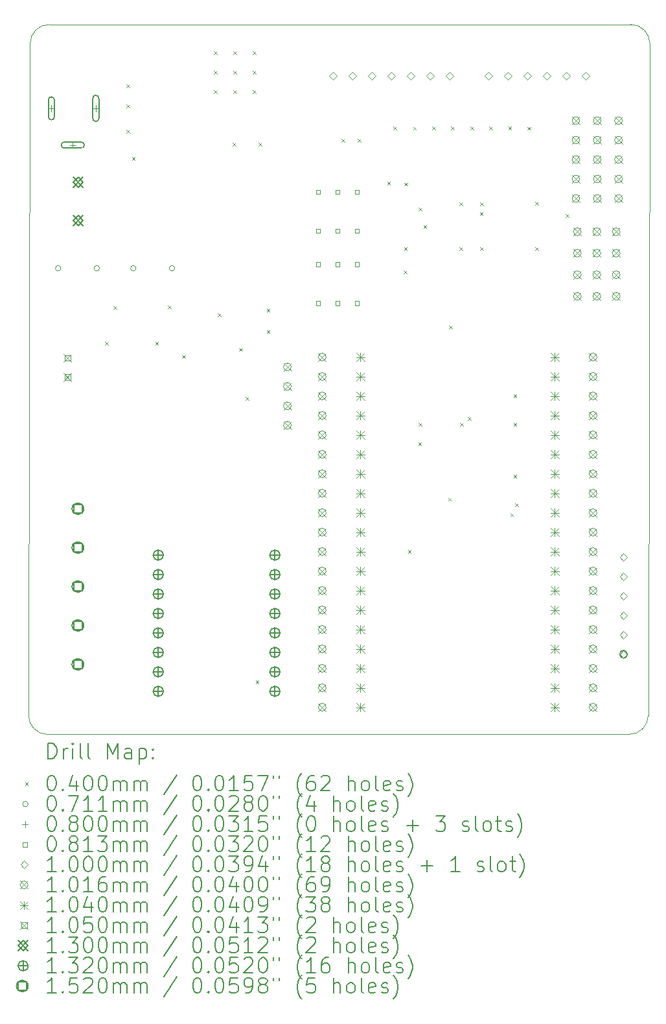
<source format=gbr>
%TF.GenerationSoftware,KiCad,Pcbnew,7.0.8*%
%TF.CreationDate,2023-12-31T21:55:10+05:30*%
%TF.ProjectId,sra_dev_board_2023,7372615f-6465-4765-9f62-6f6172645f32,rev?*%
%TF.SameCoordinates,Original*%
%TF.FileFunction,Drillmap*%
%TF.FilePolarity,Positive*%
%FSLAX45Y45*%
G04 Gerber Fmt 4.5, Leading zero omitted, Abs format (unit mm)*
G04 Created by KiCad (PCBNEW 7.0.8) date 2023-12-31 21:55:10*
%MOMM*%
%LPD*%
G01*
G04 APERTURE LIST*
%ADD10C,0.100000*%
%ADD11C,0.200000*%
%ADD12C,0.040000*%
%ADD13C,0.071100*%
%ADD14C,0.080000*%
%ADD15C,0.081280*%
%ADD16C,0.101600*%
%ADD17C,0.104000*%
%ADD18C,0.105000*%
%ADD19C,0.130000*%
%ADD20C,0.132000*%
%ADD21C,0.152000*%
G04 APERTURE END LIST*
D10*
X14828518Y-12213218D02*
G75*
G03*
X15078518Y-11963223I2J249998D01*
G01*
X15100000Y-3250000D02*
X15078518Y-11904096D01*
X6978518Y-11904096D02*
X6978518Y-11963223D01*
X14850000Y-2945000D02*
X7250000Y-2945000D01*
X15078518Y-11904096D02*
X15078518Y-11963223D01*
X15100000Y-3195000D02*
G75*
G03*
X14850000Y-2945000I-250000J0D01*
G01*
X7000000Y-3250000D02*
X6978518Y-11904096D01*
X6978517Y-11963223D02*
G75*
G03*
X7228518Y-12213223I250003J3D01*
G01*
X7228518Y-12213223D02*
X14828518Y-12213223D01*
X7000000Y-3195000D02*
X7000000Y-3250000D01*
X7250000Y-2945000D02*
G75*
G03*
X7000000Y-3195000I0J-250000D01*
G01*
X15100000Y-3195000D02*
X15100000Y-3250000D01*
D11*
D12*
X7978000Y-7090000D02*
X8018000Y-7130000D01*
X8018000Y-7090000D02*
X7978000Y-7130000D01*
X8092000Y-6625000D02*
X8132000Y-6665000D01*
X8132000Y-6625000D02*
X8092000Y-6665000D01*
X8260000Y-3730000D02*
X8300000Y-3770000D01*
X8300000Y-3730000D02*
X8260000Y-3770000D01*
X8260000Y-3990000D02*
X8300000Y-4030000D01*
X8300000Y-3990000D02*
X8260000Y-4030000D01*
X8260000Y-4320000D02*
X8300000Y-4360000D01*
X8300000Y-4320000D02*
X8260000Y-4360000D01*
X8330500Y-4675500D02*
X8370500Y-4715500D01*
X8370500Y-4675500D02*
X8330500Y-4715500D01*
X8635000Y-7090000D02*
X8675000Y-7130000D01*
X8675000Y-7090000D02*
X8635000Y-7130000D01*
X8801000Y-6614000D02*
X8841000Y-6654000D01*
X8841000Y-6614000D02*
X8801000Y-6654000D01*
X8986000Y-7263000D02*
X9026000Y-7303000D01*
X9026000Y-7263000D02*
X8986000Y-7303000D01*
X9400000Y-3296000D02*
X9440000Y-3336000D01*
X9440000Y-3296000D02*
X9400000Y-3336000D01*
X9400000Y-3550000D02*
X9440000Y-3590000D01*
X9440000Y-3550000D02*
X9400000Y-3590000D01*
X9400000Y-3804000D02*
X9440000Y-3844000D01*
X9440000Y-3804000D02*
X9400000Y-3844000D01*
X9453000Y-6715000D02*
X9493000Y-6755000D01*
X9493000Y-6715000D02*
X9453000Y-6755000D01*
X9646000Y-4491500D02*
X9686000Y-4531500D01*
X9686000Y-4491500D02*
X9646000Y-4531500D01*
X9654000Y-3296000D02*
X9694000Y-3336000D01*
X9694000Y-3296000D02*
X9654000Y-3336000D01*
X9654000Y-3550000D02*
X9694000Y-3590000D01*
X9694000Y-3550000D02*
X9654000Y-3590000D01*
X9654000Y-3804000D02*
X9694000Y-3844000D01*
X9694000Y-3804000D02*
X9654000Y-3844000D01*
X9730000Y-7168000D02*
X9770000Y-7208000D01*
X9770000Y-7168000D02*
X9730000Y-7208000D01*
X9817000Y-7806000D02*
X9857000Y-7846000D01*
X9857000Y-7806000D02*
X9817000Y-7846000D01*
X9908000Y-3296000D02*
X9948000Y-3336000D01*
X9948000Y-3296000D02*
X9908000Y-3336000D01*
X9908000Y-3550000D02*
X9948000Y-3590000D01*
X9948000Y-3550000D02*
X9908000Y-3590000D01*
X9908000Y-3804000D02*
X9948000Y-3844000D01*
X9948000Y-3804000D02*
X9908000Y-3844000D01*
X9949000Y-11508000D02*
X9989000Y-11548000D01*
X9989000Y-11508000D02*
X9949000Y-11548000D01*
X9986000Y-4491500D02*
X10026000Y-4531500D01*
X10026000Y-4491500D02*
X9986000Y-4531500D01*
X10091000Y-6657000D02*
X10131000Y-6697000D01*
X10131000Y-6657000D02*
X10091000Y-6697000D01*
X10091000Y-6939000D02*
X10131000Y-6979000D01*
X10131000Y-6939000D02*
X10091000Y-6979000D01*
X11068000Y-4438000D02*
X11108000Y-4478000D01*
X11108000Y-4438000D02*
X11068000Y-4478000D01*
X11279000Y-4437000D02*
X11319000Y-4477000D01*
X11319000Y-4437000D02*
X11279000Y-4477000D01*
X11666750Y-4994750D02*
X11706750Y-5034750D01*
X11706750Y-4994750D02*
X11666750Y-5034750D01*
X11748000Y-4277000D02*
X11788000Y-4317000D01*
X11788000Y-4277000D02*
X11748000Y-4317000D01*
X11885000Y-6155000D02*
X11925000Y-6195000D01*
X11925000Y-6155000D02*
X11885000Y-6195000D01*
X11887000Y-5851000D02*
X11927000Y-5891000D01*
X11927000Y-5851000D02*
X11887000Y-5891000D01*
X11888000Y-5009000D02*
X11928000Y-5049000D01*
X11928000Y-5009000D02*
X11888000Y-5049000D01*
X11938000Y-9808000D02*
X11978000Y-9848000D01*
X11978000Y-9808000D02*
X11938000Y-9848000D01*
X12005000Y-4281000D02*
X12045000Y-4321000D01*
X12045000Y-4281000D02*
X12005000Y-4321000D01*
X12074000Y-8403000D02*
X12114000Y-8443000D01*
X12114000Y-8403000D02*
X12074000Y-8443000D01*
X12075000Y-8147000D02*
X12115000Y-8187000D01*
X12115000Y-8147000D02*
X12075000Y-8187000D01*
X12077000Y-5337000D02*
X12117000Y-5377000D01*
X12117000Y-5337000D02*
X12077000Y-5377000D01*
X12139907Y-5567000D02*
X12179907Y-5607000D01*
X12179907Y-5567000D02*
X12139907Y-5607000D01*
X12253000Y-4280000D02*
X12293000Y-4320000D01*
X12293000Y-4280000D02*
X12253000Y-4320000D01*
X12462000Y-9125000D02*
X12502000Y-9165000D01*
X12502000Y-9125000D02*
X12462000Y-9165000D01*
X12478000Y-6877000D02*
X12518000Y-6917000D01*
X12518000Y-6877000D02*
X12478000Y-6917000D01*
X12501000Y-4278000D02*
X12541000Y-4318000D01*
X12541000Y-4278000D02*
X12501000Y-4318000D01*
X12610000Y-5270000D02*
X12650000Y-5310000D01*
X12650000Y-5270000D02*
X12610000Y-5310000D01*
X12610000Y-5851000D02*
X12650000Y-5891000D01*
X12650000Y-5851000D02*
X12610000Y-5891000D01*
X12620950Y-8147000D02*
X12660950Y-8187000D01*
X12660950Y-8147000D02*
X12620950Y-8187000D01*
X12718000Y-8068000D02*
X12758000Y-8108000D01*
X12758000Y-8068000D02*
X12718000Y-8108000D01*
X12753000Y-4279000D02*
X12793000Y-4319000D01*
X12793000Y-4279000D02*
X12753000Y-4319000D01*
X12877000Y-5397000D02*
X12917000Y-5437000D01*
X12917000Y-5397000D02*
X12877000Y-5437000D01*
X12880000Y-5270000D02*
X12920000Y-5310000D01*
X12920000Y-5270000D02*
X12880000Y-5310000D01*
X12882000Y-5851000D02*
X12922000Y-5891000D01*
X12922000Y-5851000D02*
X12882000Y-5891000D01*
X13000000Y-4278000D02*
X13040000Y-4318000D01*
X13040000Y-4278000D02*
X13000000Y-4318000D01*
X13251000Y-4277000D02*
X13291000Y-4317000D01*
X13291000Y-4277000D02*
X13251000Y-4317000D01*
X13275000Y-9328000D02*
X13315000Y-9368000D01*
X13315000Y-9328000D02*
X13275000Y-9368000D01*
X13317000Y-8147000D02*
X13357000Y-8187000D01*
X13357000Y-8147000D02*
X13317000Y-8187000D01*
X13317000Y-8826000D02*
X13357000Y-8866000D01*
X13357000Y-8826000D02*
X13317000Y-8866000D01*
X13317550Y-7774884D02*
X13357550Y-7814884D01*
X13357550Y-7774884D02*
X13317550Y-7814884D01*
X13338000Y-9199000D02*
X13378000Y-9239000D01*
X13378000Y-9199000D02*
X13338000Y-9239000D01*
X13498000Y-4282000D02*
X13538000Y-4322000D01*
X13538000Y-4282000D02*
X13498000Y-4322000D01*
X13600350Y-5851650D02*
X13640350Y-5891650D01*
X13640350Y-5851650D02*
X13600350Y-5891650D01*
X13602000Y-5262000D02*
X13642000Y-5302000D01*
X13642000Y-5262000D02*
X13602000Y-5302000D01*
X13997000Y-5423000D02*
X14037000Y-5463000D01*
X14037000Y-5423000D02*
X13997000Y-5463000D01*
D13*
X7402050Y-6128000D02*
G75*
G03*
X7402050Y-6128000I-35550J0D01*
G01*
X7907050Y-6128000D02*
G75*
G03*
X7907050Y-6128000I-35550J0D01*
G01*
X8384050Y-6128000D02*
G75*
G03*
X8384050Y-6128000I-35550J0D01*
G01*
X8889050Y-6128000D02*
G75*
G03*
X8889050Y-6128000I-35550J0D01*
G01*
D14*
X7278000Y-4000000D02*
X7278000Y-4080000D01*
X7238000Y-4040000D02*
X7318000Y-4040000D01*
D11*
X7238000Y-3930000D02*
X7238000Y-4150000D01*
X7238000Y-4150000D02*
G75*
G03*
X7318000Y-4150000I40000J0D01*
G01*
X7318000Y-4150000D02*
X7318000Y-3930000D01*
X7318000Y-3930000D02*
G75*
G03*
X7238000Y-3930000I-40000J0D01*
G01*
D14*
X7558000Y-4480000D02*
X7558000Y-4560000D01*
X7518000Y-4520000D02*
X7598000Y-4520000D01*
D11*
X7448000Y-4560000D02*
X7668000Y-4560000D01*
X7668000Y-4560000D02*
G75*
G03*
X7668000Y-4480000I0J40000D01*
G01*
X7668000Y-4480000D02*
X7448000Y-4480000D01*
X7448000Y-4480000D02*
G75*
G03*
X7448000Y-4560000I0J-40000D01*
G01*
D14*
X7858000Y-4000000D02*
X7858000Y-4080000D01*
X7818000Y-4040000D02*
X7898000Y-4040000D01*
D11*
X7818000Y-3910000D02*
X7818000Y-4170000D01*
X7818000Y-4170000D02*
G75*
G03*
X7898000Y-4170000I40000J0D01*
G01*
X7898000Y-4170000D02*
X7898000Y-3910000D01*
X7898000Y-3910000D02*
G75*
G03*
X7818000Y-3910000I-40000J0D01*
G01*
D15*
X10792737Y-5159737D02*
X10792737Y-5102263D01*
X10735263Y-5102263D01*
X10735263Y-5159737D01*
X10792737Y-5159737D01*
X10792737Y-5667737D02*
X10792737Y-5610263D01*
X10735263Y-5610263D01*
X10735263Y-5667737D01*
X10792737Y-5667737D01*
X10792737Y-6105737D02*
X10792737Y-6048263D01*
X10735263Y-6048263D01*
X10735263Y-6105737D01*
X10792737Y-6105737D01*
X10792737Y-6613737D02*
X10792737Y-6556263D01*
X10735263Y-6556263D01*
X10735263Y-6613737D01*
X10792737Y-6613737D01*
X11046737Y-5159737D02*
X11046737Y-5102263D01*
X10989263Y-5102263D01*
X10989263Y-5159737D01*
X11046737Y-5159737D01*
X11046737Y-5667737D02*
X11046737Y-5610263D01*
X10989263Y-5610263D01*
X10989263Y-5667737D01*
X11046737Y-5667737D01*
X11046737Y-6105737D02*
X11046737Y-6048263D01*
X10989263Y-6048263D01*
X10989263Y-6105737D01*
X11046737Y-6105737D01*
X11046737Y-6613737D02*
X11046737Y-6556263D01*
X10989263Y-6556263D01*
X10989263Y-6613737D01*
X11046737Y-6613737D01*
X11300737Y-5159737D02*
X11300737Y-5102263D01*
X11243263Y-5102263D01*
X11243263Y-5159737D01*
X11300737Y-5159737D01*
X11300737Y-5667737D02*
X11300737Y-5610263D01*
X11243263Y-5610263D01*
X11243263Y-5667737D01*
X11300737Y-5667737D01*
X11300737Y-6105737D02*
X11300737Y-6048263D01*
X11243263Y-6048263D01*
X11243263Y-6105737D01*
X11300737Y-6105737D01*
X11300737Y-6613737D02*
X11300737Y-6556263D01*
X11243263Y-6556263D01*
X11243263Y-6613737D01*
X11300737Y-6613737D01*
D10*
X10958500Y-3669500D02*
X11008500Y-3619500D01*
X10958500Y-3569500D01*
X10908500Y-3619500D01*
X10958500Y-3669500D01*
X11212500Y-3669500D02*
X11262500Y-3619500D01*
X11212500Y-3569500D01*
X11162500Y-3619500D01*
X11212500Y-3669500D01*
X11466500Y-3669500D02*
X11516500Y-3619500D01*
X11466500Y-3569500D01*
X11416500Y-3619500D01*
X11466500Y-3669500D01*
X11720500Y-3669500D02*
X11770500Y-3619500D01*
X11720500Y-3569500D01*
X11670500Y-3619500D01*
X11720500Y-3669500D01*
X11974500Y-3669500D02*
X12024500Y-3619500D01*
X11974500Y-3569500D01*
X11924500Y-3619500D01*
X11974500Y-3669500D01*
X12228500Y-3669500D02*
X12278500Y-3619500D01*
X12228500Y-3569500D01*
X12178500Y-3619500D01*
X12228500Y-3669500D01*
X12482500Y-3669500D02*
X12532500Y-3619500D01*
X12482500Y-3569500D01*
X12432500Y-3619500D01*
X12482500Y-3669500D01*
X12992000Y-3669500D02*
X13042000Y-3619500D01*
X12992000Y-3569500D01*
X12942000Y-3619500D01*
X12992000Y-3669500D01*
X13246000Y-3669500D02*
X13296000Y-3619500D01*
X13246000Y-3569500D01*
X13196000Y-3619500D01*
X13246000Y-3669500D01*
X13500000Y-3669500D02*
X13550000Y-3619500D01*
X13500000Y-3569500D01*
X13450000Y-3619500D01*
X13500000Y-3669500D01*
X13754000Y-3669500D02*
X13804000Y-3619500D01*
X13754000Y-3569500D01*
X13704000Y-3619500D01*
X13754000Y-3669500D01*
X14008000Y-3669500D02*
X14058000Y-3619500D01*
X14008000Y-3569500D01*
X13958000Y-3619500D01*
X14008000Y-3669500D01*
X14262000Y-3669500D02*
X14312000Y-3619500D01*
X14262000Y-3569500D01*
X14212000Y-3619500D01*
X14262000Y-3669500D01*
X14755000Y-9947773D02*
X14805000Y-9897773D01*
X14755000Y-9847773D01*
X14705000Y-9897773D01*
X14755000Y-9947773D01*
X14755000Y-10201773D02*
X14805000Y-10151773D01*
X14755000Y-10101773D01*
X14705000Y-10151773D01*
X14755000Y-10201773D01*
X14755000Y-10455773D02*
X14805000Y-10405773D01*
X14755000Y-10355773D01*
X14705000Y-10405773D01*
X14755000Y-10455773D01*
X14755000Y-10709773D02*
X14805000Y-10659773D01*
X14755000Y-10609773D01*
X14705000Y-10659773D01*
X14755000Y-10709773D01*
X14755000Y-10963773D02*
X14805000Y-10913773D01*
X14755000Y-10863773D01*
X14705000Y-10913773D01*
X14755000Y-10963773D01*
X14755000Y-11217773D02*
X14805000Y-11167773D01*
X14755000Y-11117773D01*
X14705000Y-11167773D01*
X14755000Y-11217773D01*
D11*
X14805000Y-11167773D02*
X14805000Y-11167773D01*
X14805000Y-11167773D02*
G75*
G03*
X14705000Y-11167773I-50000J0D01*
G01*
X14705000Y-11167773D02*
X14705000Y-11167773D01*
X14705000Y-11167773D02*
G75*
G03*
X14805000Y-11167773I50000J0D01*
G01*
D16*
X10311200Y-7365200D02*
X10412800Y-7466800D01*
X10412800Y-7365200D02*
X10311200Y-7466800D01*
X10412800Y-7416000D02*
G75*
G03*
X10412800Y-7416000I-50800J0D01*
G01*
X10311200Y-7619200D02*
X10412800Y-7720800D01*
X10412800Y-7619200D02*
X10311200Y-7720800D01*
X10412800Y-7670000D02*
G75*
G03*
X10412800Y-7670000I-50800J0D01*
G01*
X10311200Y-7873200D02*
X10412800Y-7974800D01*
X10412800Y-7873200D02*
X10311200Y-7974800D01*
X10412800Y-7924000D02*
G75*
G03*
X10412800Y-7924000I-50800J0D01*
G01*
X10311200Y-8127200D02*
X10412800Y-8228800D01*
X10412800Y-8127200D02*
X10311200Y-8228800D01*
X10412800Y-8178000D02*
G75*
G03*
X10412800Y-8178000I-50800J0D01*
G01*
X10767142Y-7236084D02*
X10868742Y-7337684D01*
X10868742Y-7236084D02*
X10767142Y-7337684D01*
X10868742Y-7286884D02*
G75*
G03*
X10868742Y-7286884I-50800J0D01*
G01*
X10767142Y-7490084D02*
X10868742Y-7591684D01*
X10868742Y-7490084D02*
X10767142Y-7591684D01*
X10868742Y-7540884D02*
G75*
G03*
X10868742Y-7540884I-50800J0D01*
G01*
X10767142Y-7744084D02*
X10868742Y-7845684D01*
X10868742Y-7744084D02*
X10767142Y-7845684D01*
X10868742Y-7794884D02*
G75*
G03*
X10868742Y-7794884I-50800J0D01*
G01*
X10767142Y-7998084D02*
X10868742Y-8099684D01*
X10868742Y-7998084D02*
X10767142Y-8099684D01*
X10868742Y-8048884D02*
G75*
G03*
X10868742Y-8048884I-50800J0D01*
G01*
X10767142Y-8252084D02*
X10868742Y-8353684D01*
X10868742Y-8252084D02*
X10767142Y-8353684D01*
X10868742Y-8302884D02*
G75*
G03*
X10868742Y-8302884I-50800J0D01*
G01*
X10767142Y-8506084D02*
X10868742Y-8607684D01*
X10868742Y-8506084D02*
X10767142Y-8607684D01*
X10868742Y-8556884D02*
G75*
G03*
X10868742Y-8556884I-50800J0D01*
G01*
X10767142Y-8760084D02*
X10868742Y-8861684D01*
X10868742Y-8760084D02*
X10767142Y-8861684D01*
X10868742Y-8810884D02*
G75*
G03*
X10868742Y-8810884I-50800J0D01*
G01*
X10767142Y-9014084D02*
X10868742Y-9115684D01*
X10868742Y-9014084D02*
X10767142Y-9115684D01*
X10868742Y-9064884D02*
G75*
G03*
X10868742Y-9064884I-50800J0D01*
G01*
X10767142Y-9268084D02*
X10868742Y-9369684D01*
X10868742Y-9268084D02*
X10767142Y-9369684D01*
X10868742Y-9318884D02*
G75*
G03*
X10868742Y-9318884I-50800J0D01*
G01*
X10767142Y-9522084D02*
X10868742Y-9623684D01*
X10868742Y-9522084D02*
X10767142Y-9623684D01*
X10868742Y-9572884D02*
G75*
G03*
X10868742Y-9572884I-50800J0D01*
G01*
X10767142Y-9776084D02*
X10868742Y-9877684D01*
X10868742Y-9776084D02*
X10767142Y-9877684D01*
X10868742Y-9826884D02*
G75*
G03*
X10868742Y-9826884I-50800J0D01*
G01*
X10767142Y-10030084D02*
X10868742Y-10131684D01*
X10868742Y-10030084D02*
X10767142Y-10131684D01*
X10868742Y-10080884D02*
G75*
G03*
X10868742Y-10080884I-50800J0D01*
G01*
X10767142Y-10284084D02*
X10868742Y-10385684D01*
X10868742Y-10284084D02*
X10767142Y-10385684D01*
X10868742Y-10334884D02*
G75*
G03*
X10868742Y-10334884I-50800J0D01*
G01*
X10767142Y-10538084D02*
X10868742Y-10639684D01*
X10868742Y-10538084D02*
X10767142Y-10639684D01*
X10868742Y-10588884D02*
G75*
G03*
X10868742Y-10588884I-50800J0D01*
G01*
X10767142Y-10792084D02*
X10868742Y-10893684D01*
X10868742Y-10792084D02*
X10767142Y-10893684D01*
X10868742Y-10842884D02*
G75*
G03*
X10868742Y-10842884I-50800J0D01*
G01*
X10767142Y-11046084D02*
X10868742Y-11147684D01*
X10868742Y-11046084D02*
X10767142Y-11147684D01*
X10868742Y-11096884D02*
G75*
G03*
X10868742Y-11096884I-50800J0D01*
G01*
X10767142Y-11300084D02*
X10868742Y-11401684D01*
X10868742Y-11300084D02*
X10767142Y-11401684D01*
X10868742Y-11350884D02*
G75*
G03*
X10868742Y-11350884I-50800J0D01*
G01*
X10767142Y-11554084D02*
X10868742Y-11655684D01*
X10868742Y-11554084D02*
X10767142Y-11655684D01*
X10868742Y-11604884D02*
G75*
G03*
X10868742Y-11604884I-50800J0D01*
G01*
X10767142Y-11808084D02*
X10868742Y-11909684D01*
X10868742Y-11808084D02*
X10767142Y-11909684D01*
X10868742Y-11858884D02*
G75*
G03*
X10868742Y-11858884I-50800J0D01*
G01*
X14082454Y-4149000D02*
X14184054Y-4250600D01*
X14184054Y-4149000D02*
X14082454Y-4250600D01*
X14184054Y-4199800D02*
G75*
G03*
X14184054Y-4199800I-50800J0D01*
G01*
X14082454Y-4403000D02*
X14184054Y-4504600D01*
X14184054Y-4403000D02*
X14082454Y-4504600D01*
X14184054Y-4453800D02*
G75*
G03*
X14184054Y-4453800I-50800J0D01*
G01*
X14082454Y-4657000D02*
X14184054Y-4758600D01*
X14184054Y-4657000D02*
X14082454Y-4758600D01*
X14184054Y-4707800D02*
G75*
G03*
X14184054Y-4707800I-50800J0D01*
G01*
X14082454Y-4911000D02*
X14184054Y-5012600D01*
X14184054Y-4911000D02*
X14082454Y-5012600D01*
X14184054Y-4961800D02*
G75*
G03*
X14184054Y-4961800I-50800J0D01*
G01*
X14082454Y-5165000D02*
X14184054Y-5266600D01*
X14184054Y-5165000D02*
X14082454Y-5266600D01*
X14184054Y-5215800D02*
G75*
G03*
X14184054Y-5215800I-50800J0D01*
G01*
X14100200Y-6161200D02*
X14201800Y-6262800D01*
X14201800Y-6161200D02*
X14100200Y-6262800D01*
X14201800Y-6212000D02*
G75*
G03*
X14201800Y-6212000I-50800J0D01*
G01*
X14101200Y-5600200D02*
X14202800Y-5701800D01*
X14202800Y-5600200D02*
X14101200Y-5701800D01*
X14202800Y-5651000D02*
G75*
G03*
X14202800Y-5651000I-50800J0D01*
G01*
X14101200Y-5880200D02*
X14202800Y-5981800D01*
X14202800Y-5880200D02*
X14101200Y-5981800D01*
X14202800Y-5931000D02*
G75*
G03*
X14202800Y-5931000I-50800J0D01*
G01*
X14101200Y-6442600D02*
X14202800Y-6544200D01*
X14202800Y-6442600D02*
X14101200Y-6544200D01*
X14202800Y-6493400D02*
G75*
G03*
X14202800Y-6493400I-50800J0D01*
G01*
X14306142Y-7236084D02*
X14407742Y-7337684D01*
X14407742Y-7236084D02*
X14306142Y-7337684D01*
X14407742Y-7286884D02*
G75*
G03*
X14407742Y-7286884I-50800J0D01*
G01*
X14306142Y-7490084D02*
X14407742Y-7591684D01*
X14407742Y-7490084D02*
X14306142Y-7591684D01*
X14407742Y-7540884D02*
G75*
G03*
X14407742Y-7540884I-50800J0D01*
G01*
X14306142Y-7744084D02*
X14407742Y-7845684D01*
X14407742Y-7744084D02*
X14306142Y-7845684D01*
X14407742Y-7794884D02*
G75*
G03*
X14407742Y-7794884I-50800J0D01*
G01*
X14306142Y-7998084D02*
X14407742Y-8099684D01*
X14407742Y-7998084D02*
X14306142Y-8099684D01*
X14407742Y-8048884D02*
G75*
G03*
X14407742Y-8048884I-50800J0D01*
G01*
X14306142Y-8252084D02*
X14407742Y-8353684D01*
X14407742Y-8252084D02*
X14306142Y-8353684D01*
X14407742Y-8302884D02*
G75*
G03*
X14407742Y-8302884I-50800J0D01*
G01*
X14306142Y-8506084D02*
X14407742Y-8607684D01*
X14407742Y-8506084D02*
X14306142Y-8607684D01*
X14407742Y-8556884D02*
G75*
G03*
X14407742Y-8556884I-50800J0D01*
G01*
X14306142Y-8760084D02*
X14407742Y-8861684D01*
X14407742Y-8760084D02*
X14306142Y-8861684D01*
X14407742Y-8810884D02*
G75*
G03*
X14407742Y-8810884I-50800J0D01*
G01*
X14306142Y-9014084D02*
X14407742Y-9115684D01*
X14407742Y-9014084D02*
X14306142Y-9115684D01*
X14407742Y-9064884D02*
G75*
G03*
X14407742Y-9064884I-50800J0D01*
G01*
X14306142Y-9268084D02*
X14407742Y-9369684D01*
X14407742Y-9268084D02*
X14306142Y-9369684D01*
X14407742Y-9318884D02*
G75*
G03*
X14407742Y-9318884I-50800J0D01*
G01*
X14306142Y-9522084D02*
X14407742Y-9623684D01*
X14407742Y-9522084D02*
X14306142Y-9623684D01*
X14407742Y-9572884D02*
G75*
G03*
X14407742Y-9572884I-50800J0D01*
G01*
X14306142Y-9776084D02*
X14407742Y-9877684D01*
X14407742Y-9776084D02*
X14306142Y-9877684D01*
X14407742Y-9826884D02*
G75*
G03*
X14407742Y-9826884I-50800J0D01*
G01*
X14306142Y-10030084D02*
X14407742Y-10131684D01*
X14407742Y-10030084D02*
X14306142Y-10131684D01*
X14407742Y-10080884D02*
G75*
G03*
X14407742Y-10080884I-50800J0D01*
G01*
X14306142Y-10284084D02*
X14407742Y-10385684D01*
X14407742Y-10284084D02*
X14306142Y-10385684D01*
X14407742Y-10334884D02*
G75*
G03*
X14407742Y-10334884I-50800J0D01*
G01*
X14306142Y-10538084D02*
X14407742Y-10639684D01*
X14407742Y-10538084D02*
X14306142Y-10639684D01*
X14407742Y-10588884D02*
G75*
G03*
X14407742Y-10588884I-50800J0D01*
G01*
X14306142Y-10792084D02*
X14407742Y-10893684D01*
X14407742Y-10792084D02*
X14306142Y-10893684D01*
X14407742Y-10842884D02*
G75*
G03*
X14407742Y-10842884I-50800J0D01*
G01*
X14306142Y-11046084D02*
X14407742Y-11147684D01*
X14407742Y-11046084D02*
X14306142Y-11147684D01*
X14407742Y-11096884D02*
G75*
G03*
X14407742Y-11096884I-50800J0D01*
G01*
X14306142Y-11300084D02*
X14407742Y-11401684D01*
X14407742Y-11300084D02*
X14306142Y-11401684D01*
X14407742Y-11350884D02*
G75*
G03*
X14407742Y-11350884I-50800J0D01*
G01*
X14306142Y-11554084D02*
X14407742Y-11655684D01*
X14407742Y-11554084D02*
X14306142Y-11655684D01*
X14407742Y-11604884D02*
G75*
G03*
X14407742Y-11604884I-50800J0D01*
G01*
X14306142Y-11808084D02*
X14407742Y-11909684D01*
X14407742Y-11808084D02*
X14306142Y-11909684D01*
X14407742Y-11858884D02*
G75*
G03*
X14407742Y-11858884I-50800J0D01*
G01*
X14354200Y-6161200D02*
X14455800Y-6262800D01*
X14455800Y-6161200D02*
X14354200Y-6262800D01*
X14455800Y-6212000D02*
G75*
G03*
X14455800Y-6212000I-50800J0D01*
G01*
X14355200Y-5600200D02*
X14456800Y-5701800D01*
X14456800Y-5600200D02*
X14355200Y-5701800D01*
X14456800Y-5651000D02*
G75*
G03*
X14456800Y-5651000I-50800J0D01*
G01*
X14355200Y-5880200D02*
X14456800Y-5981800D01*
X14456800Y-5880200D02*
X14355200Y-5981800D01*
X14456800Y-5931000D02*
G75*
G03*
X14456800Y-5931000I-50800J0D01*
G01*
X14355200Y-6442600D02*
X14456800Y-6544200D01*
X14456800Y-6442600D02*
X14355200Y-6544200D01*
X14456800Y-6493400D02*
G75*
G03*
X14456800Y-6493400I-50800J0D01*
G01*
X14361454Y-4149800D02*
X14463054Y-4251400D01*
X14463054Y-4149800D02*
X14361454Y-4251400D01*
X14463054Y-4200600D02*
G75*
G03*
X14463054Y-4200600I-50800J0D01*
G01*
X14361454Y-4403800D02*
X14463054Y-4505400D01*
X14463054Y-4403800D02*
X14361454Y-4505400D01*
X14463054Y-4454600D02*
G75*
G03*
X14463054Y-4454600I-50800J0D01*
G01*
X14361454Y-4657800D02*
X14463054Y-4759400D01*
X14463054Y-4657800D02*
X14361454Y-4759400D01*
X14463054Y-4708600D02*
G75*
G03*
X14463054Y-4708600I-50800J0D01*
G01*
X14361454Y-4911800D02*
X14463054Y-5013400D01*
X14463054Y-4911800D02*
X14361454Y-5013400D01*
X14463054Y-4962600D02*
G75*
G03*
X14463054Y-4962600I-50800J0D01*
G01*
X14361454Y-5165800D02*
X14463054Y-5267400D01*
X14463054Y-5165800D02*
X14361454Y-5267400D01*
X14463054Y-5216600D02*
G75*
G03*
X14463054Y-5216600I-50800J0D01*
G01*
X14608200Y-6161200D02*
X14709800Y-6262800D01*
X14709800Y-6161200D02*
X14608200Y-6262800D01*
X14709800Y-6212000D02*
G75*
G03*
X14709800Y-6212000I-50800J0D01*
G01*
X14609200Y-5600200D02*
X14710800Y-5701800D01*
X14710800Y-5600200D02*
X14609200Y-5701800D01*
X14710800Y-5651000D02*
G75*
G03*
X14710800Y-5651000I-50800J0D01*
G01*
X14609200Y-5880200D02*
X14710800Y-5981800D01*
X14710800Y-5880200D02*
X14609200Y-5981800D01*
X14710800Y-5931000D02*
G75*
G03*
X14710800Y-5931000I-50800J0D01*
G01*
X14609200Y-6442600D02*
X14710800Y-6544200D01*
X14710800Y-6442600D02*
X14609200Y-6544200D01*
X14710800Y-6493400D02*
G75*
G03*
X14710800Y-6493400I-50800J0D01*
G01*
X14639200Y-4149200D02*
X14740800Y-4250800D01*
X14740800Y-4149200D02*
X14639200Y-4250800D01*
X14740800Y-4200000D02*
G75*
G03*
X14740800Y-4200000I-50800J0D01*
G01*
X14639200Y-4403200D02*
X14740800Y-4504800D01*
X14740800Y-4403200D02*
X14639200Y-4504800D01*
X14740800Y-4454000D02*
G75*
G03*
X14740800Y-4454000I-50800J0D01*
G01*
X14639200Y-4657200D02*
X14740800Y-4758800D01*
X14740800Y-4657200D02*
X14639200Y-4758800D01*
X14740800Y-4708000D02*
G75*
G03*
X14740800Y-4708000I-50800J0D01*
G01*
X14639200Y-4911200D02*
X14740800Y-5012800D01*
X14740800Y-4911200D02*
X14639200Y-5012800D01*
X14740800Y-4962000D02*
G75*
G03*
X14740800Y-4962000I-50800J0D01*
G01*
X14639200Y-5165200D02*
X14740800Y-5266800D01*
X14740800Y-5165200D02*
X14639200Y-5266800D01*
X14740800Y-5216000D02*
G75*
G03*
X14740800Y-5216000I-50800J0D01*
G01*
D17*
X11265942Y-7234884D02*
X11369942Y-7338884D01*
X11369942Y-7234884D02*
X11265942Y-7338884D01*
X11317942Y-7234884D02*
X11317942Y-7338884D01*
X11265942Y-7286884D02*
X11369942Y-7286884D01*
X11265942Y-7488884D02*
X11369942Y-7592884D01*
X11369942Y-7488884D02*
X11265942Y-7592884D01*
X11317942Y-7488884D02*
X11317942Y-7592884D01*
X11265942Y-7540884D02*
X11369942Y-7540884D01*
X11265942Y-7742884D02*
X11369942Y-7846884D01*
X11369942Y-7742884D02*
X11265942Y-7846884D01*
X11317942Y-7742884D02*
X11317942Y-7846884D01*
X11265942Y-7794884D02*
X11369942Y-7794884D01*
X11265942Y-7996884D02*
X11369942Y-8100884D01*
X11369942Y-7996884D02*
X11265942Y-8100884D01*
X11317942Y-7996884D02*
X11317942Y-8100884D01*
X11265942Y-8048884D02*
X11369942Y-8048884D01*
X11265942Y-8250884D02*
X11369942Y-8354884D01*
X11369942Y-8250884D02*
X11265942Y-8354884D01*
X11317942Y-8250884D02*
X11317942Y-8354884D01*
X11265942Y-8302884D02*
X11369942Y-8302884D01*
X11265942Y-8504884D02*
X11369942Y-8608884D01*
X11369942Y-8504884D02*
X11265942Y-8608884D01*
X11317942Y-8504884D02*
X11317942Y-8608884D01*
X11265942Y-8556884D02*
X11369942Y-8556884D01*
X11265942Y-8758884D02*
X11369942Y-8862884D01*
X11369942Y-8758884D02*
X11265942Y-8862884D01*
X11317942Y-8758884D02*
X11317942Y-8862884D01*
X11265942Y-8810884D02*
X11369942Y-8810884D01*
X11265942Y-9012884D02*
X11369942Y-9116884D01*
X11369942Y-9012884D02*
X11265942Y-9116884D01*
X11317942Y-9012884D02*
X11317942Y-9116884D01*
X11265942Y-9064884D02*
X11369942Y-9064884D01*
X11265942Y-9266884D02*
X11369942Y-9370884D01*
X11369942Y-9266884D02*
X11265942Y-9370884D01*
X11317942Y-9266884D02*
X11317942Y-9370884D01*
X11265942Y-9318884D02*
X11369942Y-9318884D01*
X11265942Y-9520884D02*
X11369942Y-9624884D01*
X11369942Y-9520884D02*
X11265942Y-9624884D01*
X11317942Y-9520884D02*
X11317942Y-9624884D01*
X11265942Y-9572884D02*
X11369942Y-9572884D01*
X11265942Y-9774884D02*
X11369942Y-9878884D01*
X11369942Y-9774884D02*
X11265942Y-9878884D01*
X11317942Y-9774884D02*
X11317942Y-9878884D01*
X11265942Y-9826884D02*
X11369942Y-9826884D01*
X11265942Y-10028884D02*
X11369942Y-10132884D01*
X11369942Y-10028884D02*
X11265942Y-10132884D01*
X11317942Y-10028884D02*
X11317942Y-10132884D01*
X11265942Y-10080884D02*
X11369942Y-10080884D01*
X11265942Y-10282884D02*
X11369942Y-10386884D01*
X11369942Y-10282884D02*
X11265942Y-10386884D01*
X11317942Y-10282884D02*
X11317942Y-10386884D01*
X11265942Y-10334884D02*
X11369942Y-10334884D01*
X11265942Y-10536884D02*
X11369942Y-10640884D01*
X11369942Y-10536884D02*
X11265942Y-10640884D01*
X11317942Y-10536884D02*
X11317942Y-10640884D01*
X11265942Y-10588884D02*
X11369942Y-10588884D01*
X11265942Y-10790884D02*
X11369942Y-10894884D01*
X11369942Y-10790884D02*
X11265942Y-10894884D01*
X11317942Y-10790884D02*
X11317942Y-10894884D01*
X11265942Y-10842884D02*
X11369942Y-10842884D01*
X11265942Y-11044884D02*
X11369942Y-11148884D01*
X11369942Y-11044884D02*
X11265942Y-11148884D01*
X11317942Y-11044884D02*
X11317942Y-11148884D01*
X11265942Y-11096884D02*
X11369942Y-11096884D01*
X11265942Y-11298884D02*
X11369942Y-11402884D01*
X11369942Y-11298884D02*
X11265942Y-11402884D01*
X11317942Y-11298884D02*
X11317942Y-11402884D01*
X11265942Y-11350884D02*
X11369942Y-11350884D01*
X11265942Y-11552884D02*
X11369942Y-11656884D01*
X11369942Y-11552884D02*
X11265942Y-11656884D01*
X11317942Y-11552884D02*
X11317942Y-11656884D01*
X11265942Y-11604884D02*
X11369942Y-11604884D01*
X11265942Y-11806884D02*
X11369942Y-11910884D01*
X11369942Y-11806884D02*
X11265942Y-11910884D01*
X11317942Y-11806884D02*
X11317942Y-11910884D01*
X11265942Y-11858884D02*
X11369942Y-11858884D01*
X13805942Y-7234884D02*
X13909942Y-7338884D01*
X13909942Y-7234884D02*
X13805942Y-7338884D01*
X13857942Y-7234884D02*
X13857942Y-7338884D01*
X13805942Y-7286884D02*
X13909942Y-7286884D01*
X13805942Y-7488884D02*
X13909942Y-7592884D01*
X13909942Y-7488884D02*
X13805942Y-7592884D01*
X13857942Y-7488884D02*
X13857942Y-7592884D01*
X13805942Y-7540884D02*
X13909942Y-7540884D01*
X13805942Y-7742884D02*
X13909942Y-7846884D01*
X13909942Y-7742884D02*
X13805942Y-7846884D01*
X13857942Y-7742884D02*
X13857942Y-7846884D01*
X13805942Y-7794884D02*
X13909942Y-7794884D01*
X13805942Y-7996884D02*
X13909942Y-8100884D01*
X13909942Y-7996884D02*
X13805942Y-8100884D01*
X13857942Y-7996884D02*
X13857942Y-8100884D01*
X13805942Y-8048884D02*
X13909942Y-8048884D01*
X13805942Y-8250884D02*
X13909942Y-8354884D01*
X13909942Y-8250884D02*
X13805942Y-8354884D01*
X13857942Y-8250884D02*
X13857942Y-8354884D01*
X13805942Y-8302884D02*
X13909942Y-8302884D01*
X13805942Y-8504884D02*
X13909942Y-8608884D01*
X13909942Y-8504884D02*
X13805942Y-8608884D01*
X13857942Y-8504884D02*
X13857942Y-8608884D01*
X13805942Y-8556884D02*
X13909942Y-8556884D01*
X13805942Y-8758884D02*
X13909942Y-8862884D01*
X13909942Y-8758884D02*
X13805942Y-8862884D01*
X13857942Y-8758884D02*
X13857942Y-8862884D01*
X13805942Y-8810884D02*
X13909942Y-8810884D01*
X13805942Y-9012884D02*
X13909942Y-9116884D01*
X13909942Y-9012884D02*
X13805942Y-9116884D01*
X13857942Y-9012884D02*
X13857942Y-9116884D01*
X13805942Y-9064884D02*
X13909942Y-9064884D01*
X13805942Y-9266884D02*
X13909942Y-9370884D01*
X13909942Y-9266884D02*
X13805942Y-9370884D01*
X13857942Y-9266884D02*
X13857942Y-9370884D01*
X13805942Y-9318884D02*
X13909942Y-9318884D01*
X13805942Y-9520884D02*
X13909942Y-9624884D01*
X13909942Y-9520884D02*
X13805942Y-9624884D01*
X13857942Y-9520884D02*
X13857942Y-9624884D01*
X13805942Y-9572884D02*
X13909942Y-9572884D01*
X13805942Y-9774884D02*
X13909942Y-9878884D01*
X13909942Y-9774884D02*
X13805942Y-9878884D01*
X13857942Y-9774884D02*
X13857942Y-9878884D01*
X13805942Y-9826884D02*
X13909942Y-9826884D01*
X13805942Y-10028884D02*
X13909942Y-10132884D01*
X13909942Y-10028884D02*
X13805942Y-10132884D01*
X13857942Y-10028884D02*
X13857942Y-10132884D01*
X13805942Y-10080884D02*
X13909942Y-10080884D01*
X13805942Y-10282884D02*
X13909942Y-10386884D01*
X13909942Y-10282884D02*
X13805942Y-10386884D01*
X13857942Y-10282884D02*
X13857942Y-10386884D01*
X13805942Y-10334884D02*
X13909942Y-10334884D01*
X13805942Y-10536884D02*
X13909942Y-10640884D01*
X13909942Y-10536884D02*
X13805942Y-10640884D01*
X13857942Y-10536884D02*
X13857942Y-10640884D01*
X13805942Y-10588884D02*
X13909942Y-10588884D01*
X13805942Y-10790884D02*
X13909942Y-10894884D01*
X13909942Y-10790884D02*
X13805942Y-10894884D01*
X13857942Y-10790884D02*
X13857942Y-10894884D01*
X13805942Y-10842884D02*
X13909942Y-10842884D01*
X13805942Y-11044884D02*
X13909942Y-11148884D01*
X13909942Y-11044884D02*
X13805942Y-11148884D01*
X13857942Y-11044884D02*
X13857942Y-11148884D01*
X13805942Y-11096884D02*
X13909942Y-11096884D01*
X13805942Y-11298884D02*
X13909942Y-11402884D01*
X13909942Y-11298884D02*
X13805942Y-11402884D01*
X13857942Y-11298884D02*
X13857942Y-11402884D01*
X13805942Y-11350884D02*
X13909942Y-11350884D01*
X13805942Y-11552884D02*
X13909942Y-11656884D01*
X13909942Y-11552884D02*
X13805942Y-11656884D01*
X13857942Y-11552884D02*
X13857942Y-11656884D01*
X13805942Y-11604884D02*
X13909942Y-11604884D01*
X13805942Y-11806884D02*
X13909942Y-11910884D01*
X13909942Y-11806884D02*
X13805942Y-11910884D01*
X13857942Y-11806884D02*
X13857942Y-11910884D01*
X13805942Y-11858884D02*
X13909942Y-11858884D01*
D18*
X7437000Y-7247500D02*
X7542000Y-7352500D01*
X7542000Y-7247500D02*
X7437000Y-7352500D01*
X7526623Y-7337123D02*
X7526623Y-7262876D01*
X7452376Y-7262876D01*
X7452376Y-7337123D01*
X7526623Y-7337123D01*
X7437000Y-7497500D02*
X7542000Y-7602500D01*
X7542000Y-7497500D02*
X7437000Y-7602500D01*
X7526623Y-7587123D02*
X7526623Y-7512876D01*
X7452376Y-7512876D01*
X7452376Y-7587123D01*
X7526623Y-7587123D01*
D19*
X7562000Y-4940372D02*
X7692000Y-5070372D01*
X7692000Y-4940372D02*
X7562000Y-5070372D01*
X7627000Y-5070372D02*
X7692000Y-5005372D01*
X7627000Y-4940372D01*
X7562000Y-5005372D01*
X7627000Y-5070372D01*
X7562000Y-5440372D02*
X7692000Y-5570372D01*
X7692000Y-5440372D02*
X7562000Y-5570372D01*
X7627000Y-5570372D02*
X7692000Y-5505372D01*
X7627000Y-5440372D01*
X7562000Y-5505372D01*
X7627000Y-5570372D01*
D20*
X8674000Y-9806758D02*
X8674000Y-9938758D01*
X8608000Y-9872758D02*
X8740000Y-9872758D01*
X8740000Y-9872758D02*
G75*
G03*
X8740000Y-9872758I-66000J0D01*
G01*
X8674000Y-10060758D02*
X8674000Y-10192758D01*
X8608000Y-10126758D02*
X8740000Y-10126758D01*
X8740000Y-10126758D02*
G75*
G03*
X8740000Y-10126758I-66000J0D01*
G01*
X8674000Y-10314758D02*
X8674000Y-10446758D01*
X8608000Y-10380758D02*
X8740000Y-10380758D01*
X8740000Y-10380758D02*
G75*
G03*
X8740000Y-10380758I-66000J0D01*
G01*
X8674000Y-10568758D02*
X8674000Y-10700758D01*
X8608000Y-10634758D02*
X8740000Y-10634758D01*
X8740000Y-10634758D02*
G75*
G03*
X8740000Y-10634758I-66000J0D01*
G01*
X8674000Y-10822758D02*
X8674000Y-10954758D01*
X8608000Y-10888758D02*
X8740000Y-10888758D01*
X8740000Y-10888758D02*
G75*
G03*
X8740000Y-10888758I-66000J0D01*
G01*
X8674000Y-11076758D02*
X8674000Y-11208758D01*
X8608000Y-11142758D02*
X8740000Y-11142758D01*
X8740000Y-11142758D02*
G75*
G03*
X8740000Y-11142758I-66000J0D01*
G01*
X8674000Y-11330758D02*
X8674000Y-11462758D01*
X8608000Y-11396758D02*
X8740000Y-11396758D01*
X8740000Y-11396758D02*
G75*
G03*
X8740000Y-11396758I-66000J0D01*
G01*
X8674000Y-11584758D02*
X8674000Y-11716758D01*
X8608000Y-11650758D02*
X8740000Y-11650758D01*
X8740000Y-11650758D02*
G75*
G03*
X8740000Y-11650758I-66000J0D01*
G01*
X10198000Y-9806758D02*
X10198000Y-9938758D01*
X10132000Y-9872758D02*
X10264000Y-9872758D01*
X10264000Y-9872758D02*
G75*
G03*
X10264000Y-9872758I-66000J0D01*
G01*
X10198000Y-10060758D02*
X10198000Y-10192758D01*
X10132000Y-10126758D02*
X10264000Y-10126758D01*
X10264000Y-10126758D02*
G75*
G03*
X10264000Y-10126758I-66000J0D01*
G01*
X10198000Y-10314758D02*
X10198000Y-10446758D01*
X10132000Y-10380758D02*
X10264000Y-10380758D01*
X10264000Y-10380758D02*
G75*
G03*
X10264000Y-10380758I-66000J0D01*
G01*
X10198000Y-10568758D02*
X10198000Y-10700758D01*
X10132000Y-10634758D02*
X10264000Y-10634758D01*
X10264000Y-10634758D02*
G75*
G03*
X10264000Y-10634758I-66000J0D01*
G01*
X10198000Y-10822758D02*
X10198000Y-10954758D01*
X10132000Y-10888758D02*
X10264000Y-10888758D01*
X10264000Y-10888758D02*
G75*
G03*
X10264000Y-10888758I-66000J0D01*
G01*
X10198000Y-11076758D02*
X10198000Y-11208758D01*
X10132000Y-11142758D02*
X10264000Y-11142758D01*
X10264000Y-11142758D02*
G75*
G03*
X10264000Y-11142758I-66000J0D01*
G01*
X10198000Y-11330758D02*
X10198000Y-11462758D01*
X10132000Y-11396758D02*
X10264000Y-11396758D01*
X10264000Y-11396758D02*
G75*
G03*
X10264000Y-11396758I-66000J0D01*
G01*
X10198000Y-11584758D02*
X10198000Y-11716758D01*
X10132000Y-11650758D02*
X10264000Y-11650758D01*
X10264000Y-11650758D02*
G75*
G03*
X10264000Y-11650758I-66000J0D01*
G01*
D21*
X7677741Y-9320741D02*
X7677741Y-9213259D01*
X7570259Y-9213259D01*
X7570259Y-9320741D01*
X7677741Y-9320741D01*
X7700000Y-9267000D02*
G75*
G03*
X7700000Y-9267000I-76000J0D01*
G01*
X7677741Y-9828741D02*
X7677741Y-9721259D01*
X7570259Y-9721259D01*
X7570259Y-9828741D01*
X7677741Y-9828741D01*
X7700000Y-9775000D02*
G75*
G03*
X7700000Y-9775000I-76000J0D01*
G01*
X7677741Y-10336741D02*
X7677741Y-10229259D01*
X7570259Y-10229259D01*
X7570259Y-10336741D01*
X7677741Y-10336741D01*
X7700000Y-10283000D02*
G75*
G03*
X7700000Y-10283000I-76000J0D01*
G01*
X7677741Y-10844741D02*
X7677741Y-10737259D01*
X7570259Y-10737259D01*
X7570259Y-10844741D01*
X7677741Y-10844741D01*
X7700000Y-10791000D02*
G75*
G03*
X7700000Y-10791000I-76000J0D01*
G01*
X7677741Y-11352741D02*
X7677741Y-11245259D01*
X7570259Y-11245259D01*
X7570259Y-11352741D01*
X7677741Y-11352741D01*
X7700000Y-11299000D02*
G75*
G03*
X7700000Y-11299000I-76000J0D01*
G01*
D11*
X7234295Y-12529707D02*
X7234295Y-12329707D01*
X7234295Y-12329707D02*
X7281914Y-12329707D01*
X7281914Y-12329707D02*
X7310485Y-12339231D01*
X7310485Y-12339231D02*
X7329533Y-12358278D01*
X7329533Y-12358278D02*
X7339057Y-12377326D01*
X7339057Y-12377326D02*
X7348581Y-12415421D01*
X7348581Y-12415421D02*
X7348581Y-12443993D01*
X7348581Y-12443993D02*
X7339057Y-12482088D01*
X7339057Y-12482088D02*
X7329533Y-12501136D01*
X7329533Y-12501136D02*
X7310485Y-12520183D01*
X7310485Y-12520183D02*
X7281914Y-12529707D01*
X7281914Y-12529707D02*
X7234295Y-12529707D01*
X7434295Y-12529707D02*
X7434295Y-12396374D01*
X7434295Y-12434469D02*
X7443819Y-12415421D01*
X7443819Y-12415421D02*
X7453343Y-12405897D01*
X7453343Y-12405897D02*
X7472390Y-12396374D01*
X7472390Y-12396374D02*
X7491438Y-12396374D01*
X7558104Y-12529707D02*
X7558104Y-12396374D01*
X7558104Y-12329707D02*
X7548581Y-12339231D01*
X7548581Y-12339231D02*
X7558104Y-12348755D01*
X7558104Y-12348755D02*
X7567628Y-12339231D01*
X7567628Y-12339231D02*
X7558104Y-12329707D01*
X7558104Y-12329707D02*
X7558104Y-12348755D01*
X7681914Y-12529707D02*
X7662866Y-12520183D01*
X7662866Y-12520183D02*
X7653343Y-12501136D01*
X7653343Y-12501136D02*
X7653343Y-12329707D01*
X7786676Y-12529707D02*
X7767628Y-12520183D01*
X7767628Y-12520183D02*
X7758104Y-12501136D01*
X7758104Y-12501136D02*
X7758104Y-12329707D01*
X8015247Y-12529707D02*
X8015247Y-12329707D01*
X8015247Y-12329707D02*
X8081914Y-12472564D01*
X8081914Y-12472564D02*
X8148581Y-12329707D01*
X8148581Y-12329707D02*
X8148581Y-12529707D01*
X8329533Y-12529707D02*
X8329533Y-12424945D01*
X8329533Y-12424945D02*
X8320009Y-12405897D01*
X8320009Y-12405897D02*
X8300962Y-12396374D01*
X8300962Y-12396374D02*
X8262866Y-12396374D01*
X8262866Y-12396374D02*
X8243819Y-12405897D01*
X8329533Y-12520183D02*
X8310485Y-12529707D01*
X8310485Y-12529707D02*
X8262866Y-12529707D01*
X8262866Y-12529707D02*
X8243819Y-12520183D01*
X8243819Y-12520183D02*
X8234295Y-12501136D01*
X8234295Y-12501136D02*
X8234295Y-12482088D01*
X8234295Y-12482088D02*
X8243819Y-12463040D01*
X8243819Y-12463040D02*
X8262866Y-12453517D01*
X8262866Y-12453517D02*
X8310485Y-12453517D01*
X8310485Y-12453517D02*
X8329533Y-12443993D01*
X8424771Y-12396374D02*
X8424771Y-12596374D01*
X8424771Y-12405897D02*
X8443819Y-12396374D01*
X8443819Y-12396374D02*
X8481914Y-12396374D01*
X8481914Y-12396374D02*
X8500962Y-12405897D01*
X8500962Y-12405897D02*
X8510486Y-12415421D01*
X8510486Y-12415421D02*
X8520009Y-12434469D01*
X8520009Y-12434469D02*
X8520009Y-12491612D01*
X8520009Y-12491612D02*
X8510486Y-12510659D01*
X8510486Y-12510659D02*
X8500962Y-12520183D01*
X8500962Y-12520183D02*
X8481914Y-12529707D01*
X8481914Y-12529707D02*
X8443819Y-12529707D01*
X8443819Y-12529707D02*
X8424771Y-12520183D01*
X8605724Y-12510659D02*
X8615247Y-12520183D01*
X8615247Y-12520183D02*
X8605724Y-12529707D01*
X8605724Y-12529707D02*
X8596200Y-12520183D01*
X8596200Y-12520183D02*
X8605724Y-12510659D01*
X8605724Y-12510659D02*
X8605724Y-12529707D01*
X8605724Y-12405897D02*
X8615247Y-12415421D01*
X8615247Y-12415421D02*
X8605724Y-12424945D01*
X8605724Y-12424945D02*
X8596200Y-12415421D01*
X8596200Y-12415421D02*
X8605724Y-12405897D01*
X8605724Y-12405897D02*
X8605724Y-12424945D01*
D12*
X6933518Y-12838223D02*
X6973518Y-12878223D01*
X6973518Y-12838223D02*
X6933518Y-12878223D01*
D11*
X7272390Y-12749707D02*
X7291438Y-12749707D01*
X7291438Y-12749707D02*
X7310485Y-12759231D01*
X7310485Y-12759231D02*
X7320009Y-12768755D01*
X7320009Y-12768755D02*
X7329533Y-12787802D01*
X7329533Y-12787802D02*
X7339057Y-12825897D01*
X7339057Y-12825897D02*
X7339057Y-12873517D01*
X7339057Y-12873517D02*
X7329533Y-12911612D01*
X7329533Y-12911612D02*
X7320009Y-12930659D01*
X7320009Y-12930659D02*
X7310485Y-12940183D01*
X7310485Y-12940183D02*
X7291438Y-12949707D01*
X7291438Y-12949707D02*
X7272390Y-12949707D01*
X7272390Y-12949707D02*
X7253343Y-12940183D01*
X7253343Y-12940183D02*
X7243819Y-12930659D01*
X7243819Y-12930659D02*
X7234295Y-12911612D01*
X7234295Y-12911612D02*
X7224771Y-12873517D01*
X7224771Y-12873517D02*
X7224771Y-12825897D01*
X7224771Y-12825897D02*
X7234295Y-12787802D01*
X7234295Y-12787802D02*
X7243819Y-12768755D01*
X7243819Y-12768755D02*
X7253343Y-12759231D01*
X7253343Y-12759231D02*
X7272390Y-12749707D01*
X7424771Y-12930659D02*
X7434295Y-12940183D01*
X7434295Y-12940183D02*
X7424771Y-12949707D01*
X7424771Y-12949707D02*
X7415247Y-12940183D01*
X7415247Y-12940183D02*
X7424771Y-12930659D01*
X7424771Y-12930659D02*
X7424771Y-12949707D01*
X7605724Y-12816374D02*
X7605724Y-12949707D01*
X7558104Y-12740183D02*
X7510485Y-12883040D01*
X7510485Y-12883040D02*
X7634295Y-12883040D01*
X7748581Y-12749707D02*
X7767628Y-12749707D01*
X7767628Y-12749707D02*
X7786676Y-12759231D01*
X7786676Y-12759231D02*
X7796200Y-12768755D01*
X7796200Y-12768755D02*
X7805724Y-12787802D01*
X7805724Y-12787802D02*
X7815247Y-12825897D01*
X7815247Y-12825897D02*
X7815247Y-12873517D01*
X7815247Y-12873517D02*
X7805724Y-12911612D01*
X7805724Y-12911612D02*
X7796200Y-12930659D01*
X7796200Y-12930659D02*
X7786676Y-12940183D01*
X7786676Y-12940183D02*
X7767628Y-12949707D01*
X7767628Y-12949707D02*
X7748581Y-12949707D01*
X7748581Y-12949707D02*
X7729533Y-12940183D01*
X7729533Y-12940183D02*
X7720009Y-12930659D01*
X7720009Y-12930659D02*
X7710485Y-12911612D01*
X7710485Y-12911612D02*
X7700962Y-12873517D01*
X7700962Y-12873517D02*
X7700962Y-12825897D01*
X7700962Y-12825897D02*
X7710485Y-12787802D01*
X7710485Y-12787802D02*
X7720009Y-12768755D01*
X7720009Y-12768755D02*
X7729533Y-12759231D01*
X7729533Y-12759231D02*
X7748581Y-12749707D01*
X7939057Y-12749707D02*
X7958105Y-12749707D01*
X7958105Y-12749707D02*
X7977152Y-12759231D01*
X7977152Y-12759231D02*
X7986676Y-12768755D01*
X7986676Y-12768755D02*
X7996200Y-12787802D01*
X7996200Y-12787802D02*
X8005724Y-12825897D01*
X8005724Y-12825897D02*
X8005724Y-12873517D01*
X8005724Y-12873517D02*
X7996200Y-12911612D01*
X7996200Y-12911612D02*
X7986676Y-12930659D01*
X7986676Y-12930659D02*
X7977152Y-12940183D01*
X7977152Y-12940183D02*
X7958105Y-12949707D01*
X7958105Y-12949707D02*
X7939057Y-12949707D01*
X7939057Y-12949707D02*
X7920009Y-12940183D01*
X7920009Y-12940183D02*
X7910485Y-12930659D01*
X7910485Y-12930659D02*
X7900962Y-12911612D01*
X7900962Y-12911612D02*
X7891438Y-12873517D01*
X7891438Y-12873517D02*
X7891438Y-12825897D01*
X7891438Y-12825897D02*
X7900962Y-12787802D01*
X7900962Y-12787802D02*
X7910485Y-12768755D01*
X7910485Y-12768755D02*
X7920009Y-12759231D01*
X7920009Y-12759231D02*
X7939057Y-12749707D01*
X8091438Y-12949707D02*
X8091438Y-12816374D01*
X8091438Y-12835421D02*
X8100962Y-12825897D01*
X8100962Y-12825897D02*
X8120009Y-12816374D01*
X8120009Y-12816374D02*
X8148581Y-12816374D01*
X8148581Y-12816374D02*
X8167628Y-12825897D01*
X8167628Y-12825897D02*
X8177152Y-12844945D01*
X8177152Y-12844945D02*
X8177152Y-12949707D01*
X8177152Y-12844945D02*
X8186676Y-12825897D01*
X8186676Y-12825897D02*
X8205724Y-12816374D01*
X8205724Y-12816374D02*
X8234295Y-12816374D01*
X8234295Y-12816374D02*
X8253343Y-12825897D01*
X8253343Y-12825897D02*
X8262866Y-12844945D01*
X8262866Y-12844945D02*
X8262866Y-12949707D01*
X8358105Y-12949707D02*
X8358105Y-12816374D01*
X8358105Y-12835421D02*
X8367628Y-12825897D01*
X8367628Y-12825897D02*
X8386676Y-12816374D01*
X8386676Y-12816374D02*
X8415248Y-12816374D01*
X8415248Y-12816374D02*
X8434295Y-12825897D01*
X8434295Y-12825897D02*
X8443819Y-12844945D01*
X8443819Y-12844945D02*
X8443819Y-12949707D01*
X8443819Y-12844945D02*
X8453343Y-12825897D01*
X8453343Y-12825897D02*
X8472390Y-12816374D01*
X8472390Y-12816374D02*
X8500962Y-12816374D01*
X8500962Y-12816374D02*
X8520009Y-12825897D01*
X8520009Y-12825897D02*
X8529533Y-12844945D01*
X8529533Y-12844945D02*
X8529533Y-12949707D01*
X8920009Y-12740183D02*
X8748581Y-12997326D01*
X9177152Y-12749707D02*
X9196200Y-12749707D01*
X9196200Y-12749707D02*
X9215248Y-12759231D01*
X9215248Y-12759231D02*
X9224771Y-12768755D01*
X9224771Y-12768755D02*
X9234295Y-12787802D01*
X9234295Y-12787802D02*
X9243819Y-12825897D01*
X9243819Y-12825897D02*
X9243819Y-12873517D01*
X9243819Y-12873517D02*
X9234295Y-12911612D01*
X9234295Y-12911612D02*
X9224771Y-12930659D01*
X9224771Y-12930659D02*
X9215248Y-12940183D01*
X9215248Y-12940183D02*
X9196200Y-12949707D01*
X9196200Y-12949707D02*
X9177152Y-12949707D01*
X9177152Y-12949707D02*
X9158105Y-12940183D01*
X9158105Y-12940183D02*
X9148581Y-12930659D01*
X9148581Y-12930659D02*
X9139057Y-12911612D01*
X9139057Y-12911612D02*
X9129533Y-12873517D01*
X9129533Y-12873517D02*
X9129533Y-12825897D01*
X9129533Y-12825897D02*
X9139057Y-12787802D01*
X9139057Y-12787802D02*
X9148581Y-12768755D01*
X9148581Y-12768755D02*
X9158105Y-12759231D01*
X9158105Y-12759231D02*
X9177152Y-12749707D01*
X9329533Y-12930659D02*
X9339057Y-12940183D01*
X9339057Y-12940183D02*
X9329533Y-12949707D01*
X9329533Y-12949707D02*
X9320010Y-12940183D01*
X9320010Y-12940183D02*
X9329533Y-12930659D01*
X9329533Y-12930659D02*
X9329533Y-12949707D01*
X9462867Y-12749707D02*
X9481914Y-12749707D01*
X9481914Y-12749707D02*
X9500962Y-12759231D01*
X9500962Y-12759231D02*
X9510486Y-12768755D01*
X9510486Y-12768755D02*
X9520010Y-12787802D01*
X9520010Y-12787802D02*
X9529533Y-12825897D01*
X9529533Y-12825897D02*
X9529533Y-12873517D01*
X9529533Y-12873517D02*
X9520010Y-12911612D01*
X9520010Y-12911612D02*
X9510486Y-12930659D01*
X9510486Y-12930659D02*
X9500962Y-12940183D01*
X9500962Y-12940183D02*
X9481914Y-12949707D01*
X9481914Y-12949707D02*
X9462867Y-12949707D01*
X9462867Y-12949707D02*
X9443819Y-12940183D01*
X9443819Y-12940183D02*
X9434295Y-12930659D01*
X9434295Y-12930659D02*
X9424771Y-12911612D01*
X9424771Y-12911612D02*
X9415248Y-12873517D01*
X9415248Y-12873517D02*
X9415248Y-12825897D01*
X9415248Y-12825897D02*
X9424771Y-12787802D01*
X9424771Y-12787802D02*
X9434295Y-12768755D01*
X9434295Y-12768755D02*
X9443819Y-12759231D01*
X9443819Y-12759231D02*
X9462867Y-12749707D01*
X9720010Y-12949707D02*
X9605724Y-12949707D01*
X9662867Y-12949707D02*
X9662867Y-12749707D01*
X9662867Y-12749707D02*
X9643819Y-12778278D01*
X9643819Y-12778278D02*
X9624771Y-12797326D01*
X9624771Y-12797326D02*
X9605724Y-12806850D01*
X9900962Y-12749707D02*
X9805724Y-12749707D01*
X9805724Y-12749707D02*
X9796200Y-12844945D01*
X9796200Y-12844945D02*
X9805724Y-12835421D01*
X9805724Y-12835421D02*
X9824771Y-12825897D01*
X9824771Y-12825897D02*
X9872391Y-12825897D01*
X9872391Y-12825897D02*
X9891438Y-12835421D01*
X9891438Y-12835421D02*
X9900962Y-12844945D01*
X9900962Y-12844945D02*
X9910486Y-12863993D01*
X9910486Y-12863993D02*
X9910486Y-12911612D01*
X9910486Y-12911612D02*
X9900962Y-12930659D01*
X9900962Y-12930659D02*
X9891438Y-12940183D01*
X9891438Y-12940183D02*
X9872391Y-12949707D01*
X9872391Y-12949707D02*
X9824771Y-12949707D01*
X9824771Y-12949707D02*
X9805724Y-12940183D01*
X9805724Y-12940183D02*
X9796200Y-12930659D01*
X9977152Y-12749707D02*
X10110486Y-12749707D01*
X10110486Y-12749707D02*
X10024771Y-12949707D01*
X10177152Y-12749707D02*
X10177152Y-12787802D01*
X10253343Y-12749707D02*
X10253343Y-12787802D01*
X10548581Y-13025897D02*
X10539057Y-13016374D01*
X10539057Y-13016374D02*
X10520010Y-12987802D01*
X10520010Y-12987802D02*
X10510486Y-12968755D01*
X10510486Y-12968755D02*
X10500962Y-12940183D01*
X10500962Y-12940183D02*
X10491438Y-12892564D01*
X10491438Y-12892564D02*
X10491438Y-12854469D01*
X10491438Y-12854469D02*
X10500962Y-12806850D01*
X10500962Y-12806850D02*
X10510486Y-12778278D01*
X10510486Y-12778278D02*
X10520010Y-12759231D01*
X10520010Y-12759231D02*
X10539057Y-12730659D01*
X10539057Y-12730659D02*
X10548581Y-12721136D01*
X10710486Y-12749707D02*
X10672391Y-12749707D01*
X10672391Y-12749707D02*
X10653343Y-12759231D01*
X10653343Y-12759231D02*
X10643819Y-12768755D01*
X10643819Y-12768755D02*
X10624772Y-12797326D01*
X10624772Y-12797326D02*
X10615248Y-12835421D01*
X10615248Y-12835421D02*
X10615248Y-12911612D01*
X10615248Y-12911612D02*
X10624772Y-12930659D01*
X10624772Y-12930659D02*
X10634295Y-12940183D01*
X10634295Y-12940183D02*
X10653343Y-12949707D01*
X10653343Y-12949707D02*
X10691438Y-12949707D01*
X10691438Y-12949707D02*
X10710486Y-12940183D01*
X10710486Y-12940183D02*
X10720010Y-12930659D01*
X10720010Y-12930659D02*
X10729533Y-12911612D01*
X10729533Y-12911612D02*
X10729533Y-12863993D01*
X10729533Y-12863993D02*
X10720010Y-12844945D01*
X10720010Y-12844945D02*
X10710486Y-12835421D01*
X10710486Y-12835421D02*
X10691438Y-12825897D01*
X10691438Y-12825897D02*
X10653343Y-12825897D01*
X10653343Y-12825897D02*
X10634295Y-12835421D01*
X10634295Y-12835421D02*
X10624772Y-12844945D01*
X10624772Y-12844945D02*
X10615248Y-12863993D01*
X10805724Y-12768755D02*
X10815248Y-12759231D01*
X10815248Y-12759231D02*
X10834295Y-12749707D01*
X10834295Y-12749707D02*
X10881914Y-12749707D01*
X10881914Y-12749707D02*
X10900962Y-12759231D01*
X10900962Y-12759231D02*
X10910486Y-12768755D01*
X10910486Y-12768755D02*
X10920010Y-12787802D01*
X10920010Y-12787802D02*
X10920010Y-12806850D01*
X10920010Y-12806850D02*
X10910486Y-12835421D01*
X10910486Y-12835421D02*
X10796200Y-12949707D01*
X10796200Y-12949707D02*
X10920010Y-12949707D01*
X11158105Y-12949707D02*
X11158105Y-12749707D01*
X11243819Y-12949707D02*
X11243819Y-12844945D01*
X11243819Y-12844945D02*
X11234295Y-12825897D01*
X11234295Y-12825897D02*
X11215248Y-12816374D01*
X11215248Y-12816374D02*
X11186676Y-12816374D01*
X11186676Y-12816374D02*
X11167629Y-12825897D01*
X11167629Y-12825897D02*
X11158105Y-12835421D01*
X11367629Y-12949707D02*
X11348581Y-12940183D01*
X11348581Y-12940183D02*
X11339057Y-12930659D01*
X11339057Y-12930659D02*
X11329533Y-12911612D01*
X11329533Y-12911612D02*
X11329533Y-12854469D01*
X11329533Y-12854469D02*
X11339057Y-12835421D01*
X11339057Y-12835421D02*
X11348581Y-12825897D01*
X11348581Y-12825897D02*
X11367629Y-12816374D01*
X11367629Y-12816374D02*
X11396200Y-12816374D01*
X11396200Y-12816374D02*
X11415248Y-12825897D01*
X11415248Y-12825897D02*
X11424772Y-12835421D01*
X11424772Y-12835421D02*
X11434295Y-12854469D01*
X11434295Y-12854469D02*
X11434295Y-12911612D01*
X11434295Y-12911612D02*
X11424772Y-12930659D01*
X11424772Y-12930659D02*
X11415248Y-12940183D01*
X11415248Y-12940183D02*
X11396200Y-12949707D01*
X11396200Y-12949707D02*
X11367629Y-12949707D01*
X11548581Y-12949707D02*
X11529533Y-12940183D01*
X11529533Y-12940183D02*
X11520010Y-12921136D01*
X11520010Y-12921136D02*
X11520010Y-12749707D01*
X11700962Y-12940183D02*
X11681914Y-12949707D01*
X11681914Y-12949707D02*
X11643819Y-12949707D01*
X11643819Y-12949707D02*
X11624772Y-12940183D01*
X11624772Y-12940183D02*
X11615248Y-12921136D01*
X11615248Y-12921136D02*
X11615248Y-12844945D01*
X11615248Y-12844945D02*
X11624772Y-12825897D01*
X11624772Y-12825897D02*
X11643819Y-12816374D01*
X11643819Y-12816374D02*
X11681914Y-12816374D01*
X11681914Y-12816374D02*
X11700962Y-12825897D01*
X11700962Y-12825897D02*
X11710486Y-12844945D01*
X11710486Y-12844945D02*
X11710486Y-12863993D01*
X11710486Y-12863993D02*
X11615248Y-12883040D01*
X11786676Y-12940183D02*
X11805724Y-12949707D01*
X11805724Y-12949707D02*
X11843819Y-12949707D01*
X11843819Y-12949707D02*
X11862867Y-12940183D01*
X11862867Y-12940183D02*
X11872391Y-12921136D01*
X11872391Y-12921136D02*
X11872391Y-12911612D01*
X11872391Y-12911612D02*
X11862867Y-12892564D01*
X11862867Y-12892564D02*
X11843819Y-12883040D01*
X11843819Y-12883040D02*
X11815248Y-12883040D01*
X11815248Y-12883040D02*
X11796200Y-12873517D01*
X11796200Y-12873517D02*
X11786676Y-12854469D01*
X11786676Y-12854469D02*
X11786676Y-12844945D01*
X11786676Y-12844945D02*
X11796200Y-12825897D01*
X11796200Y-12825897D02*
X11815248Y-12816374D01*
X11815248Y-12816374D02*
X11843819Y-12816374D01*
X11843819Y-12816374D02*
X11862867Y-12825897D01*
X11939057Y-13025897D02*
X11948581Y-13016374D01*
X11948581Y-13016374D02*
X11967629Y-12987802D01*
X11967629Y-12987802D02*
X11977153Y-12968755D01*
X11977153Y-12968755D02*
X11986676Y-12940183D01*
X11986676Y-12940183D02*
X11996200Y-12892564D01*
X11996200Y-12892564D02*
X11996200Y-12854469D01*
X11996200Y-12854469D02*
X11986676Y-12806850D01*
X11986676Y-12806850D02*
X11977153Y-12778278D01*
X11977153Y-12778278D02*
X11967629Y-12759231D01*
X11967629Y-12759231D02*
X11948581Y-12730659D01*
X11948581Y-12730659D02*
X11939057Y-12721136D01*
D13*
X6973518Y-13122223D02*
G75*
G03*
X6973518Y-13122223I-35550J0D01*
G01*
D11*
X7272390Y-13013707D02*
X7291438Y-13013707D01*
X7291438Y-13013707D02*
X7310485Y-13023231D01*
X7310485Y-13023231D02*
X7320009Y-13032755D01*
X7320009Y-13032755D02*
X7329533Y-13051802D01*
X7329533Y-13051802D02*
X7339057Y-13089897D01*
X7339057Y-13089897D02*
X7339057Y-13137517D01*
X7339057Y-13137517D02*
X7329533Y-13175612D01*
X7329533Y-13175612D02*
X7320009Y-13194659D01*
X7320009Y-13194659D02*
X7310485Y-13204183D01*
X7310485Y-13204183D02*
X7291438Y-13213707D01*
X7291438Y-13213707D02*
X7272390Y-13213707D01*
X7272390Y-13213707D02*
X7253343Y-13204183D01*
X7253343Y-13204183D02*
X7243819Y-13194659D01*
X7243819Y-13194659D02*
X7234295Y-13175612D01*
X7234295Y-13175612D02*
X7224771Y-13137517D01*
X7224771Y-13137517D02*
X7224771Y-13089897D01*
X7224771Y-13089897D02*
X7234295Y-13051802D01*
X7234295Y-13051802D02*
X7243819Y-13032755D01*
X7243819Y-13032755D02*
X7253343Y-13023231D01*
X7253343Y-13023231D02*
X7272390Y-13013707D01*
X7424771Y-13194659D02*
X7434295Y-13204183D01*
X7434295Y-13204183D02*
X7424771Y-13213707D01*
X7424771Y-13213707D02*
X7415247Y-13204183D01*
X7415247Y-13204183D02*
X7424771Y-13194659D01*
X7424771Y-13194659D02*
X7424771Y-13213707D01*
X7500962Y-13013707D02*
X7634295Y-13013707D01*
X7634295Y-13013707D02*
X7548581Y-13213707D01*
X7815247Y-13213707D02*
X7700962Y-13213707D01*
X7758104Y-13213707D02*
X7758104Y-13013707D01*
X7758104Y-13013707D02*
X7739057Y-13042278D01*
X7739057Y-13042278D02*
X7720009Y-13061326D01*
X7720009Y-13061326D02*
X7700962Y-13070850D01*
X8005724Y-13213707D02*
X7891438Y-13213707D01*
X7948581Y-13213707D02*
X7948581Y-13013707D01*
X7948581Y-13013707D02*
X7929533Y-13042278D01*
X7929533Y-13042278D02*
X7910485Y-13061326D01*
X7910485Y-13061326D02*
X7891438Y-13070850D01*
X8091438Y-13213707D02*
X8091438Y-13080374D01*
X8091438Y-13099421D02*
X8100962Y-13089897D01*
X8100962Y-13089897D02*
X8120009Y-13080374D01*
X8120009Y-13080374D02*
X8148581Y-13080374D01*
X8148581Y-13080374D02*
X8167628Y-13089897D01*
X8167628Y-13089897D02*
X8177152Y-13108945D01*
X8177152Y-13108945D02*
X8177152Y-13213707D01*
X8177152Y-13108945D02*
X8186676Y-13089897D01*
X8186676Y-13089897D02*
X8205724Y-13080374D01*
X8205724Y-13080374D02*
X8234295Y-13080374D01*
X8234295Y-13080374D02*
X8253343Y-13089897D01*
X8253343Y-13089897D02*
X8262866Y-13108945D01*
X8262866Y-13108945D02*
X8262866Y-13213707D01*
X8358105Y-13213707D02*
X8358105Y-13080374D01*
X8358105Y-13099421D02*
X8367628Y-13089897D01*
X8367628Y-13089897D02*
X8386676Y-13080374D01*
X8386676Y-13080374D02*
X8415248Y-13080374D01*
X8415248Y-13080374D02*
X8434295Y-13089897D01*
X8434295Y-13089897D02*
X8443819Y-13108945D01*
X8443819Y-13108945D02*
X8443819Y-13213707D01*
X8443819Y-13108945D02*
X8453343Y-13089897D01*
X8453343Y-13089897D02*
X8472390Y-13080374D01*
X8472390Y-13080374D02*
X8500962Y-13080374D01*
X8500962Y-13080374D02*
X8520009Y-13089897D01*
X8520009Y-13089897D02*
X8529533Y-13108945D01*
X8529533Y-13108945D02*
X8529533Y-13213707D01*
X8920009Y-13004183D02*
X8748581Y-13261326D01*
X9177152Y-13013707D02*
X9196200Y-13013707D01*
X9196200Y-13013707D02*
X9215248Y-13023231D01*
X9215248Y-13023231D02*
X9224771Y-13032755D01*
X9224771Y-13032755D02*
X9234295Y-13051802D01*
X9234295Y-13051802D02*
X9243819Y-13089897D01*
X9243819Y-13089897D02*
X9243819Y-13137517D01*
X9243819Y-13137517D02*
X9234295Y-13175612D01*
X9234295Y-13175612D02*
X9224771Y-13194659D01*
X9224771Y-13194659D02*
X9215248Y-13204183D01*
X9215248Y-13204183D02*
X9196200Y-13213707D01*
X9196200Y-13213707D02*
X9177152Y-13213707D01*
X9177152Y-13213707D02*
X9158105Y-13204183D01*
X9158105Y-13204183D02*
X9148581Y-13194659D01*
X9148581Y-13194659D02*
X9139057Y-13175612D01*
X9139057Y-13175612D02*
X9129533Y-13137517D01*
X9129533Y-13137517D02*
X9129533Y-13089897D01*
X9129533Y-13089897D02*
X9139057Y-13051802D01*
X9139057Y-13051802D02*
X9148581Y-13032755D01*
X9148581Y-13032755D02*
X9158105Y-13023231D01*
X9158105Y-13023231D02*
X9177152Y-13013707D01*
X9329533Y-13194659D02*
X9339057Y-13204183D01*
X9339057Y-13204183D02*
X9329533Y-13213707D01*
X9329533Y-13213707D02*
X9320010Y-13204183D01*
X9320010Y-13204183D02*
X9329533Y-13194659D01*
X9329533Y-13194659D02*
X9329533Y-13213707D01*
X9462867Y-13013707D02*
X9481914Y-13013707D01*
X9481914Y-13013707D02*
X9500962Y-13023231D01*
X9500962Y-13023231D02*
X9510486Y-13032755D01*
X9510486Y-13032755D02*
X9520010Y-13051802D01*
X9520010Y-13051802D02*
X9529533Y-13089897D01*
X9529533Y-13089897D02*
X9529533Y-13137517D01*
X9529533Y-13137517D02*
X9520010Y-13175612D01*
X9520010Y-13175612D02*
X9510486Y-13194659D01*
X9510486Y-13194659D02*
X9500962Y-13204183D01*
X9500962Y-13204183D02*
X9481914Y-13213707D01*
X9481914Y-13213707D02*
X9462867Y-13213707D01*
X9462867Y-13213707D02*
X9443819Y-13204183D01*
X9443819Y-13204183D02*
X9434295Y-13194659D01*
X9434295Y-13194659D02*
X9424771Y-13175612D01*
X9424771Y-13175612D02*
X9415248Y-13137517D01*
X9415248Y-13137517D02*
X9415248Y-13089897D01*
X9415248Y-13089897D02*
X9424771Y-13051802D01*
X9424771Y-13051802D02*
X9434295Y-13032755D01*
X9434295Y-13032755D02*
X9443819Y-13023231D01*
X9443819Y-13023231D02*
X9462867Y-13013707D01*
X9605724Y-13032755D02*
X9615248Y-13023231D01*
X9615248Y-13023231D02*
X9634295Y-13013707D01*
X9634295Y-13013707D02*
X9681914Y-13013707D01*
X9681914Y-13013707D02*
X9700962Y-13023231D01*
X9700962Y-13023231D02*
X9710486Y-13032755D01*
X9710486Y-13032755D02*
X9720010Y-13051802D01*
X9720010Y-13051802D02*
X9720010Y-13070850D01*
X9720010Y-13070850D02*
X9710486Y-13099421D01*
X9710486Y-13099421D02*
X9596200Y-13213707D01*
X9596200Y-13213707D02*
X9720010Y-13213707D01*
X9834295Y-13099421D02*
X9815248Y-13089897D01*
X9815248Y-13089897D02*
X9805724Y-13080374D01*
X9805724Y-13080374D02*
X9796200Y-13061326D01*
X9796200Y-13061326D02*
X9796200Y-13051802D01*
X9796200Y-13051802D02*
X9805724Y-13032755D01*
X9805724Y-13032755D02*
X9815248Y-13023231D01*
X9815248Y-13023231D02*
X9834295Y-13013707D01*
X9834295Y-13013707D02*
X9872391Y-13013707D01*
X9872391Y-13013707D02*
X9891438Y-13023231D01*
X9891438Y-13023231D02*
X9900962Y-13032755D01*
X9900962Y-13032755D02*
X9910486Y-13051802D01*
X9910486Y-13051802D02*
X9910486Y-13061326D01*
X9910486Y-13061326D02*
X9900962Y-13080374D01*
X9900962Y-13080374D02*
X9891438Y-13089897D01*
X9891438Y-13089897D02*
X9872391Y-13099421D01*
X9872391Y-13099421D02*
X9834295Y-13099421D01*
X9834295Y-13099421D02*
X9815248Y-13108945D01*
X9815248Y-13108945D02*
X9805724Y-13118469D01*
X9805724Y-13118469D02*
X9796200Y-13137517D01*
X9796200Y-13137517D02*
X9796200Y-13175612D01*
X9796200Y-13175612D02*
X9805724Y-13194659D01*
X9805724Y-13194659D02*
X9815248Y-13204183D01*
X9815248Y-13204183D02*
X9834295Y-13213707D01*
X9834295Y-13213707D02*
X9872391Y-13213707D01*
X9872391Y-13213707D02*
X9891438Y-13204183D01*
X9891438Y-13204183D02*
X9900962Y-13194659D01*
X9900962Y-13194659D02*
X9910486Y-13175612D01*
X9910486Y-13175612D02*
X9910486Y-13137517D01*
X9910486Y-13137517D02*
X9900962Y-13118469D01*
X9900962Y-13118469D02*
X9891438Y-13108945D01*
X9891438Y-13108945D02*
X9872391Y-13099421D01*
X10034295Y-13013707D02*
X10053343Y-13013707D01*
X10053343Y-13013707D02*
X10072391Y-13023231D01*
X10072391Y-13023231D02*
X10081914Y-13032755D01*
X10081914Y-13032755D02*
X10091438Y-13051802D01*
X10091438Y-13051802D02*
X10100962Y-13089897D01*
X10100962Y-13089897D02*
X10100962Y-13137517D01*
X10100962Y-13137517D02*
X10091438Y-13175612D01*
X10091438Y-13175612D02*
X10081914Y-13194659D01*
X10081914Y-13194659D02*
X10072391Y-13204183D01*
X10072391Y-13204183D02*
X10053343Y-13213707D01*
X10053343Y-13213707D02*
X10034295Y-13213707D01*
X10034295Y-13213707D02*
X10015248Y-13204183D01*
X10015248Y-13204183D02*
X10005724Y-13194659D01*
X10005724Y-13194659D02*
X9996200Y-13175612D01*
X9996200Y-13175612D02*
X9986676Y-13137517D01*
X9986676Y-13137517D02*
X9986676Y-13089897D01*
X9986676Y-13089897D02*
X9996200Y-13051802D01*
X9996200Y-13051802D02*
X10005724Y-13032755D01*
X10005724Y-13032755D02*
X10015248Y-13023231D01*
X10015248Y-13023231D02*
X10034295Y-13013707D01*
X10177152Y-13013707D02*
X10177152Y-13051802D01*
X10253343Y-13013707D02*
X10253343Y-13051802D01*
X10548581Y-13289897D02*
X10539057Y-13280374D01*
X10539057Y-13280374D02*
X10520010Y-13251802D01*
X10520010Y-13251802D02*
X10510486Y-13232755D01*
X10510486Y-13232755D02*
X10500962Y-13204183D01*
X10500962Y-13204183D02*
X10491438Y-13156564D01*
X10491438Y-13156564D02*
X10491438Y-13118469D01*
X10491438Y-13118469D02*
X10500962Y-13070850D01*
X10500962Y-13070850D02*
X10510486Y-13042278D01*
X10510486Y-13042278D02*
X10520010Y-13023231D01*
X10520010Y-13023231D02*
X10539057Y-12994659D01*
X10539057Y-12994659D02*
X10548581Y-12985136D01*
X10710486Y-13080374D02*
X10710486Y-13213707D01*
X10662867Y-13004183D02*
X10615248Y-13147040D01*
X10615248Y-13147040D02*
X10739057Y-13147040D01*
X10967629Y-13213707D02*
X10967629Y-13013707D01*
X11053343Y-13213707D02*
X11053343Y-13108945D01*
X11053343Y-13108945D02*
X11043819Y-13089897D01*
X11043819Y-13089897D02*
X11024772Y-13080374D01*
X11024772Y-13080374D02*
X10996200Y-13080374D01*
X10996200Y-13080374D02*
X10977153Y-13089897D01*
X10977153Y-13089897D02*
X10967629Y-13099421D01*
X11177153Y-13213707D02*
X11158105Y-13204183D01*
X11158105Y-13204183D02*
X11148581Y-13194659D01*
X11148581Y-13194659D02*
X11139057Y-13175612D01*
X11139057Y-13175612D02*
X11139057Y-13118469D01*
X11139057Y-13118469D02*
X11148581Y-13099421D01*
X11148581Y-13099421D02*
X11158105Y-13089897D01*
X11158105Y-13089897D02*
X11177153Y-13080374D01*
X11177153Y-13080374D02*
X11205724Y-13080374D01*
X11205724Y-13080374D02*
X11224772Y-13089897D01*
X11224772Y-13089897D02*
X11234295Y-13099421D01*
X11234295Y-13099421D02*
X11243819Y-13118469D01*
X11243819Y-13118469D02*
X11243819Y-13175612D01*
X11243819Y-13175612D02*
X11234295Y-13194659D01*
X11234295Y-13194659D02*
X11224772Y-13204183D01*
X11224772Y-13204183D02*
X11205724Y-13213707D01*
X11205724Y-13213707D02*
X11177153Y-13213707D01*
X11358105Y-13213707D02*
X11339057Y-13204183D01*
X11339057Y-13204183D02*
X11329533Y-13185136D01*
X11329533Y-13185136D02*
X11329533Y-13013707D01*
X11510486Y-13204183D02*
X11491438Y-13213707D01*
X11491438Y-13213707D02*
X11453343Y-13213707D01*
X11453343Y-13213707D02*
X11434295Y-13204183D01*
X11434295Y-13204183D02*
X11424772Y-13185136D01*
X11424772Y-13185136D02*
X11424772Y-13108945D01*
X11424772Y-13108945D02*
X11434295Y-13089897D01*
X11434295Y-13089897D02*
X11453343Y-13080374D01*
X11453343Y-13080374D02*
X11491438Y-13080374D01*
X11491438Y-13080374D02*
X11510486Y-13089897D01*
X11510486Y-13089897D02*
X11520010Y-13108945D01*
X11520010Y-13108945D02*
X11520010Y-13127993D01*
X11520010Y-13127993D02*
X11424772Y-13147040D01*
X11596200Y-13204183D02*
X11615248Y-13213707D01*
X11615248Y-13213707D02*
X11653343Y-13213707D01*
X11653343Y-13213707D02*
X11672391Y-13204183D01*
X11672391Y-13204183D02*
X11681914Y-13185136D01*
X11681914Y-13185136D02*
X11681914Y-13175612D01*
X11681914Y-13175612D02*
X11672391Y-13156564D01*
X11672391Y-13156564D02*
X11653343Y-13147040D01*
X11653343Y-13147040D02*
X11624772Y-13147040D01*
X11624772Y-13147040D02*
X11605724Y-13137517D01*
X11605724Y-13137517D02*
X11596200Y-13118469D01*
X11596200Y-13118469D02*
X11596200Y-13108945D01*
X11596200Y-13108945D02*
X11605724Y-13089897D01*
X11605724Y-13089897D02*
X11624772Y-13080374D01*
X11624772Y-13080374D02*
X11653343Y-13080374D01*
X11653343Y-13080374D02*
X11672391Y-13089897D01*
X11748581Y-13289897D02*
X11758105Y-13280374D01*
X11758105Y-13280374D02*
X11777153Y-13251802D01*
X11777153Y-13251802D02*
X11786676Y-13232755D01*
X11786676Y-13232755D02*
X11796200Y-13204183D01*
X11796200Y-13204183D02*
X11805724Y-13156564D01*
X11805724Y-13156564D02*
X11805724Y-13118469D01*
X11805724Y-13118469D02*
X11796200Y-13070850D01*
X11796200Y-13070850D02*
X11786676Y-13042278D01*
X11786676Y-13042278D02*
X11777153Y-13023231D01*
X11777153Y-13023231D02*
X11758105Y-12994659D01*
X11758105Y-12994659D02*
X11748581Y-12985136D01*
D14*
X6933518Y-13346223D02*
X6933518Y-13426223D01*
X6893518Y-13386223D02*
X6973518Y-13386223D01*
D11*
X7272390Y-13277707D02*
X7291438Y-13277707D01*
X7291438Y-13277707D02*
X7310485Y-13287231D01*
X7310485Y-13287231D02*
X7320009Y-13296755D01*
X7320009Y-13296755D02*
X7329533Y-13315802D01*
X7329533Y-13315802D02*
X7339057Y-13353897D01*
X7339057Y-13353897D02*
X7339057Y-13401517D01*
X7339057Y-13401517D02*
X7329533Y-13439612D01*
X7329533Y-13439612D02*
X7320009Y-13458659D01*
X7320009Y-13458659D02*
X7310485Y-13468183D01*
X7310485Y-13468183D02*
X7291438Y-13477707D01*
X7291438Y-13477707D02*
X7272390Y-13477707D01*
X7272390Y-13477707D02*
X7253343Y-13468183D01*
X7253343Y-13468183D02*
X7243819Y-13458659D01*
X7243819Y-13458659D02*
X7234295Y-13439612D01*
X7234295Y-13439612D02*
X7224771Y-13401517D01*
X7224771Y-13401517D02*
X7224771Y-13353897D01*
X7224771Y-13353897D02*
X7234295Y-13315802D01*
X7234295Y-13315802D02*
X7243819Y-13296755D01*
X7243819Y-13296755D02*
X7253343Y-13287231D01*
X7253343Y-13287231D02*
X7272390Y-13277707D01*
X7424771Y-13458659D02*
X7434295Y-13468183D01*
X7434295Y-13468183D02*
X7424771Y-13477707D01*
X7424771Y-13477707D02*
X7415247Y-13468183D01*
X7415247Y-13468183D02*
X7424771Y-13458659D01*
X7424771Y-13458659D02*
X7424771Y-13477707D01*
X7548581Y-13363421D02*
X7529533Y-13353897D01*
X7529533Y-13353897D02*
X7520009Y-13344374D01*
X7520009Y-13344374D02*
X7510485Y-13325326D01*
X7510485Y-13325326D02*
X7510485Y-13315802D01*
X7510485Y-13315802D02*
X7520009Y-13296755D01*
X7520009Y-13296755D02*
X7529533Y-13287231D01*
X7529533Y-13287231D02*
X7548581Y-13277707D01*
X7548581Y-13277707D02*
X7586676Y-13277707D01*
X7586676Y-13277707D02*
X7605724Y-13287231D01*
X7605724Y-13287231D02*
X7615247Y-13296755D01*
X7615247Y-13296755D02*
X7624771Y-13315802D01*
X7624771Y-13315802D02*
X7624771Y-13325326D01*
X7624771Y-13325326D02*
X7615247Y-13344374D01*
X7615247Y-13344374D02*
X7605724Y-13353897D01*
X7605724Y-13353897D02*
X7586676Y-13363421D01*
X7586676Y-13363421D02*
X7548581Y-13363421D01*
X7548581Y-13363421D02*
X7529533Y-13372945D01*
X7529533Y-13372945D02*
X7520009Y-13382469D01*
X7520009Y-13382469D02*
X7510485Y-13401517D01*
X7510485Y-13401517D02*
X7510485Y-13439612D01*
X7510485Y-13439612D02*
X7520009Y-13458659D01*
X7520009Y-13458659D02*
X7529533Y-13468183D01*
X7529533Y-13468183D02*
X7548581Y-13477707D01*
X7548581Y-13477707D02*
X7586676Y-13477707D01*
X7586676Y-13477707D02*
X7605724Y-13468183D01*
X7605724Y-13468183D02*
X7615247Y-13458659D01*
X7615247Y-13458659D02*
X7624771Y-13439612D01*
X7624771Y-13439612D02*
X7624771Y-13401517D01*
X7624771Y-13401517D02*
X7615247Y-13382469D01*
X7615247Y-13382469D02*
X7605724Y-13372945D01*
X7605724Y-13372945D02*
X7586676Y-13363421D01*
X7748581Y-13277707D02*
X7767628Y-13277707D01*
X7767628Y-13277707D02*
X7786676Y-13287231D01*
X7786676Y-13287231D02*
X7796200Y-13296755D01*
X7796200Y-13296755D02*
X7805724Y-13315802D01*
X7805724Y-13315802D02*
X7815247Y-13353897D01*
X7815247Y-13353897D02*
X7815247Y-13401517D01*
X7815247Y-13401517D02*
X7805724Y-13439612D01*
X7805724Y-13439612D02*
X7796200Y-13458659D01*
X7796200Y-13458659D02*
X7786676Y-13468183D01*
X7786676Y-13468183D02*
X7767628Y-13477707D01*
X7767628Y-13477707D02*
X7748581Y-13477707D01*
X7748581Y-13477707D02*
X7729533Y-13468183D01*
X7729533Y-13468183D02*
X7720009Y-13458659D01*
X7720009Y-13458659D02*
X7710485Y-13439612D01*
X7710485Y-13439612D02*
X7700962Y-13401517D01*
X7700962Y-13401517D02*
X7700962Y-13353897D01*
X7700962Y-13353897D02*
X7710485Y-13315802D01*
X7710485Y-13315802D02*
X7720009Y-13296755D01*
X7720009Y-13296755D02*
X7729533Y-13287231D01*
X7729533Y-13287231D02*
X7748581Y-13277707D01*
X7939057Y-13277707D02*
X7958105Y-13277707D01*
X7958105Y-13277707D02*
X7977152Y-13287231D01*
X7977152Y-13287231D02*
X7986676Y-13296755D01*
X7986676Y-13296755D02*
X7996200Y-13315802D01*
X7996200Y-13315802D02*
X8005724Y-13353897D01*
X8005724Y-13353897D02*
X8005724Y-13401517D01*
X8005724Y-13401517D02*
X7996200Y-13439612D01*
X7996200Y-13439612D02*
X7986676Y-13458659D01*
X7986676Y-13458659D02*
X7977152Y-13468183D01*
X7977152Y-13468183D02*
X7958105Y-13477707D01*
X7958105Y-13477707D02*
X7939057Y-13477707D01*
X7939057Y-13477707D02*
X7920009Y-13468183D01*
X7920009Y-13468183D02*
X7910485Y-13458659D01*
X7910485Y-13458659D02*
X7900962Y-13439612D01*
X7900962Y-13439612D02*
X7891438Y-13401517D01*
X7891438Y-13401517D02*
X7891438Y-13353897D01*
X7891438Y-13353897D02*
X7900962Y-13315802D01*
X7900962Y-13315802D02*
X7910485Y-13296755D01*
X7910485Y-13296755D02*
X7920009Y-13287231D01*
X7920009Y-13287231D02*
X7939057Y-13277707D01*
X8091438Y-13477707D02*
X8091438Y-13344374D01*
X8091438Y-13363421D02*
X8100962Y-13353897D01*
X8100962Y-13353897D02*
X8120009Y-13344374D01*
X8120009Y-13344374D02*
X8148581Y-13344374D01*
X8148581Y-13344374D02*
X8167628Y-13353897D01*
X8167628Y-13353897D02*
X8177152Y-13372945D01*
X8177152Y-13372945D02*
X8177152Y-13477707D01*
X8177152Y-13372945D02*
X8186676Y-13353897D01*
X8186676Y-13353897D02*
X8205724Y-13344374D01*
X8205724Y-13344374D02*
X8234295Y-13344374D01*
X8234295Y-13344374D02*
X8253343Y-13353897D01*
X8253343Y-13353897D02*
X8262866Y-13372945D01*
X8262866Y-13372945D02*
X8262866Y-13477707D01*
X8358105Y-13477707D02*
X8358105Y-13344374D01*
X8358105Y-13363421D02*
X8367628Y-13353897D01*
X8367628Y-13353897D02*
X8386676Y-13344374D01*
X8386676Y-13344374D02*
X8415248Y-13344374D01*
X8415248Y-13344374D02*
X8434295Y-13353897D01*
X8434295Y-13353897D02*
X8443819Y-13372945D01*
X8443819Y-13372945D02*
X8443819Y-13477707D01*
X8443819Y-13372945D02*
X8453343Y-13353897D01*
X8453343Y-13353897D02*
X8472390Y-13344374D01*
X8472390Y-13344374D02*
X8500962Y-13344374D01*
X8500962Y-13344374D02*
X8520009Y-13353897D01*
X8520009Y-13353897D02*
X8529533Y-13372945D01*
X8529533Y-13372945D02*
X8529533Y-13477707D01*
X8920009Y-13268183D02*
X8748581Y-13525326D01*
X9177152Y-13277707D02*
X9196200Y-13277707D01*
X9196200Y-13277707D02*
X9215248Y-13287231D01*
X9215248Y-13287231D02*
X9224771Y-13296755D01*
X9224771Y-13296755D02*
X9234295Y-13315802D01*
X9234295Y-13315802D02*
X9243819Y-13353897D01*
X9243819Y-13353897D02*
X9243819Y-13401517D01*
X9243819Y-13401517D02*
X9234295Y-13439612D01*
X9234295Y-13439612D02*
X9224771Y-13458659D01*
X9224771Y-13458659D02*
X9215248Y-13468183D01*
X9215248Y-13468183D02*
X9196200Y-13477707D01*
X9196200Y-13477707D02*
X9177152Y-13477707D01*
X9177152Y-13477707D02*
X9158105Y-13468183D01*
X9158105Y-13468183D02*
X9148581Y-13458659D01*
X9148581Y-13458659D02*
X9139057Y-13439612D01*
X9139057Y-13439612D02*
X9129533Y-13401517D01*
X9129533Y-13401517D02*
X9129533Y-13353897D01*
X9129533Y-13353897D02*
X9139057Y-13315802D01*
X9139057Y-13315802D02*
X9148581Y-13296755D01*
X9148581Y-13296755D02*
X9158105Y-13287231D01*
X9158105Y-13287231D02*
X9177152Y-13277707D01*
X9329533Y-13458659D02*
X9339057Y-13468183D01*
X9339057Y-13468183D02*
X9329533Y-13477707D01*
X9329533Y-13477707D02*
X9320010Y-13468183D01*
X9320010Y-13468183D02*
X9329533Y-13458659D01*
X9329533Y-13458659D02*
X9329533Y-13477707D01*
X9462867Y-13277707D02*
X9481914Y-13277707D01*
X9481914Y-13277707D02*
X9500962Y-13287231D01*
X9500962Y-13287231D02*
X9510486Y-13296755D01*
X9510486Y-13296755D02*
X9520010Y-13315802D01*
X9520010Y-13315802D02*
X9529533Y-13353897D01*
X9529533Y-13353897D02*
X9529533Y-13401517D01*
X9529533Y-13401517D02*
X9520010Y-13439612D01*
X9520010Y-13439612D02*
X9510486Y-13458659D01*
X9510486Y-13458659D02*
X9500962Y-13468183D01*
X9500962Y-13468183D02*
X9481914Y-13477707D01*
X9481914Y-13477707D02*
X9462867Y-13477707D01*
X9462867Y-13477707D02*
X9443819Y-13468183D01*
X9443819Y-13468183D02*
X9434295Y-13458659D01*
X9434295Y-13458659D02*
X9424771Y-13439612D01*
X9424771Y-13439612D02*
X9415248Y-13401517D01*
X9415248Y-13401517D02*
X9415248Y-13353897D01*
X9415248Y-13353897D02*
X9424771Y-13315802D01*
X9424771Y-13315802D02*
X9434295Y-13296755D01*
X9434295Y-13296755D02*
X9443819Y-13287231D01*
X9443819Y-13287231D02*
X9462867Y-13277707D01*
X9596200Y-13277707D02*
X9720010Y-13277707D01*
X9720010Y-13277707D02*
X9653343Y-13353897D01*
X9653343Y-13353897D02*
X9681914Y-13353897D01*
X9681914Y-13353897D02*
X9700962Y-13363421D01*
X9700962Y-13363421D02*
X9710486Y-13372945D01*
X9710486Y-13372945D02*
X9720010Y-13391993D01*
X9720010Y-13391993D02*
X9720010Y-13439612D01*
X9720010Y-13439612D02*
X9710486Y-13458659D01*
X9710486Y-13458659D02*
X9700962Y-13468183D01*
X9700962Y-13468183D02*
X9681914Y-13477707D01*
X9681914Y-13477707D02*
X9624771Y-13477707D01*
X9624771Y-13477707D02*
X9605724Y-13468183D01*
X9605724Y-13468183D02*
X9596200Y-13458659D01*
X9910486Y-13477707D02*
X9796200Y-13477707D01*
X9853343Y-13477707D02*
X9853343Y-13277707D01*
X9853343Y-13277707D02*
X9834295Y-13306278D01*
X9834295Y-13306278D02*
X9815248Y-13325326D01*
X9815248Y-13325326D02*
X9796200Y-13334850D01*
X10091438Y-13277707D02*
X9996200Y-13277707D01*
X9996200Y-13277707D02*
X9986676Y-13372945D01*
X9986676Y-13372945D02*
X9996200Y-13363421D01*
X9996200Y-13363421D02*
X10015248Y-13353897D01*
X10015248Y-13353897D02*
X10062867Y-13353897D01*
X10062867Y-13353897D02*
X10081914Y-13363421D01*
X10081914Y-13363421D02*
X10091438Y-13372945D01*
X10091438Y-13372945D02*
X10100962Y-13391993D01*
X10100962Y-13391993D02*
X10100962Y-13439612D01*
X10100962Y-13439612D02*
X10091438Y-13458659D01*
X10091438Y-13458659D02*
X10081914Y-13468183D01*
X10081914Y-13468183D02*
X10062867Y-13477707D01*
X10062867Y-13477707D02*
X10015248Y-13477707D01*
X10015248Y-13477707D02*
X9996200Y-13468183D01*
X9996200Y-13468183D02*
X9986676Y-13458659D01*
X10177152Y-13277707D02*
X10177152Y-13315802D01*
X10253343Y-13277707D02*
X10253343Y-13315802D01*
X10548581Y-13553897D02*
X10539057Y-13544374D01*
X10539057Y-13544374D02*
X10520010Y-13515802D01*
X10520010Y-13515802D02*
X10510486Y-13496755D01*
X10510486Y-13496755D02*
X10500962Y-13468183D01*
X10500962Y-13468183D02*
X10491438Y-13420564D01*
X10491438Y-13420564D02*
X10491438Y-13382469D01*
X10491438Y-13382469D02*
X10500962Y-13334850D01*
X10500962Y-13334850D02*
X10510486Y-13306278D01*
X10510486Y-13306278D02*
X10520010Y-13287231D01*
X10520010Y-13287231D02*
X10539057Y-13258659D01*
X10539057Y-13258659D02*
X10548581Y-13249136D01*
X10662867Y-13277707D02*
X10681914Y-13277707D01*
X10681914Y-13277707D02*
X10700962Y-13287231D01*
X10700962Y-13287231D02*
X10710486Y-13296755D01*
X10710486Y-13296755D02*
X10720010Y-13315802D01*
X10720010Y-13315802D02*
X10729533Y-13353897D01*
X10729533Y-13353897D02*
X10729533Y-13401517D01*
X10729533Y-13401517D02*
X10720010Y-13439612D01*
X10720010Y-13439612D02*
X10710486Y-13458659D01*
X10710486Y-13458659D02*
X10700962Y-13468183D01*
X10700962Y-13468183D02*
X10681914Y-13477707D01*
X10681914Y-13477707D02*
X10662867Y-13477707D01*
X10662867Y-13477707D02*
X10643819Y-13468183D01*
X10643819Y-13468183D02*
X10634295Y-13458659D01*
X10634295Y-13458659D02*
X10624772Y-13439612D01*
X10624772Y-13439612D02*
X10615248Y-13401517D01*
X10615248Y-13401517D02*
X10615248Y-13353897D01*
X10615248Y-13353897D02*
X10624772Y-13315802D01*
X10624772Y-13315802D02*
X10634295Y-13296755D01*
X10634295Y-13296755D02*
X10643819Y-13287231D01*
X10643819Y-13287231D02*
X10662867Y-13277707D01*
X10967629Y-13477707D02*
X10967629Y-13277707D01*
X11053343Y-13477707D02*
X11053343Y-13372945D01*
X11053343Y-13372945D02*
X11043819Y-13353897D01*
X11043819Y-13353897D02*
X11024772Y-13344374D01*
X11024772Y-13344374D02*
X10996200Y-13344374D01*
X10996200Y-13344374D02*
X10977153Y-13353897D01*
X10977153Y-13353897D02*
X10967629Y-13363421D01*
X11177153Y-13477707D02*
X11158105Y-13468183D01*
X11158105Y-13468183D02*
X11148581Y-13458659D01*
X11148581Y-13458659D02*
X11139057Y-13439612D01*
X11139057Y-13439612D02*
X11139057Y-13382469D01*
X11139057Y-13382469D02*
X11148581Y-13363421D01*
X11148581Y-13363421D02*
X11158105Y-13353897D01*
X11158105Y-13353897D02*
X11177153Y-13344374D01*
X11177153Y-13344374D02*
X11205724Y-13344374D01*
X11205724Y-13344374D02*
X11224772Y-13353897D01*
X11224772Y-13353897D02*
X11234295Y-13363421D01*
X11234295Y-13363421D02*
X11243819Y-13382469D01*
X11243819Y-13382469D02*
X11243819Y-13439612D01*
X11243819Y-13439612D02*
X11234295Y-13458659D01*
X11234295Y-13458659D02*
X11224772Y-13468183D01*
X11224772Y-13468183D02*
X11205724Y-13477707D01*
X11205724Y-13477707D02*
X11177153Y-13477707D01*
X11358105Y-13477707D02*
X11339057Y-13468183D01*
X11339057Y-13468183D02*
X11329533Y-13449136D01*
X11329533Y-13449136D02*
X11329533Y-13277707D01*
X11510486Y-13468183D02*
X11491438Y-13477707D01*
X11491438Y-13477707D02*
X11453343Y-13477707D01*
X11453343Y-13477707D02*
X11434295Y-13468183D01*
X11434295Y-13468183D02*
X11424772Y-13449136D01*
X11424772Y-13449136D02*
X11424772Y-13372945D01*
X11424772Y-13372945D02*
X11434295Y-13353897D01*
X11434295Y-13353897D02*
X11453343Y-13344374D01*
X11453343Y-13344374D02*
X11491438Y-13344374D01*
X11491438Y-13344374D02*
X11510486Y-13353897D01*
X11510486Y-13353897D02*
X11520010Y-13372945D01*
X11520010Y-13372945D02*
X11520010Y-13391993D01*
X11520010Y-13391993D02*
X11424772Y-13411040D01*
X11596200Y-13468183D02*
X11615248Y-13477707D01*
X11615248Y-13477707D02*
X11653343Y-13477707D01*
X11653343Y-13477707D02*
X11672391Y-13468183D01*
X11672391Y-13468183D02*
X11681914Y-13449136D01*
X11681914Y-13449136D02*
X11681914Y-13439612D01*
X11681914Y-13439612D02*
X11672391Y-13420564D01*
X11672391Y-13420564D02*
X11653343Y-13411040D01*
X11653343Y-13411040D02*
X11624772Y-13411040D01*
X11624772Y-13411040D02*
X11605724Y-13401517D01*
X11605724Y-13401517D02*
X11596200Y-13382469D01*
X11596200Y-13382469D02*
X11596200Y-13372945D01*
X11596200Y-13372945D02*
X11605724Y-13353897D01*
X11605724Y-13353897D02*
X11624772Y-13344374D01*
X11624772Y-13344374D02*
X11653343Y-13344374D01*
X11653343Y-13344374D02*
X11672391Y-13353897D01*
X11920010Y-13401517D02*
X12072391Y-13401517D01*
X11996200Y-13477707D02*
X11996200Y-13325326D01*
X12300962Y-13277707D02*
X12424772Y-13277707D01*
X12424772Y-13277707D02*
X12358105Y-13353897D01*
X12358105Y-13353897D02*
X12386676Y-13353897D01*
X12386676Y-13353897D02*
X12405724Y-13363421D01*
X12405724Y-13363421D02*
X12415248Y-13372945D01*
X12415248Y-13372945D02*
X12424772Y-13391993D01*
X12424772Y-13391993D02*
X12424772Y-13439612D01*
X12424772Y-13439612D02*
X12415248Y-13458659D01*
X12415248Y-13458659D02*
X12405724Y-13468183D01*
X12405724Y-13468183D02*
X12386676Y-13477707D01*
X12386676Y-13477707D02*
X12329534Y-13477707D01*
X12329534Y-13477707D02*
X12310486Y-13468183D01*
X12310486Y-13468183D02*
X12300962Y-13458659D01*
X12653343Y-13468183D02*
X12672391Y-13477707D01*
X12672391Y-13477707D02*
X12710486Y-13477707D01*
X12710486Y-13477707D02*
X12729534Y-13468183D01*
X12729534Y-13468183D02*
X12739057Y-13449136D01*
X12739057Y-13449136D02*
X12739057Y-13439612D01*
X12739057Y-13439612D02*
X12729534Y-13420564D01*
X12729534Y-13420564D02*
X12710486Y-13411040D01*
X12710486Y-13411040D02*
X12681915Y-13411040D01*
X12681915Y-13411040D02*
X12662867Y-13401517D01*
X12662867Y-13401517D02*
X12653343Y-13382469D01*
X12653343Y-13382469D02*
X12653343Y-13372945D01*
X12653343Y-13372945D02*
X12662867Y-13353897D01*
X12662867Y-13353897D02*
X12681915Y-13344374D01*
X12681915Y-13344374D02*
X12710486Y-13344374D01*
X12710486Y-13344374D02*
X12729534Y-13353897D01*
X12853343Y-13477707D02*
X12834296Y-13468183D01*
X12834296Y-13468183D02*
X12824772Y-13449136D01*
X12824772Y-13449136D02*
X12824772Y-13277707D01*
X12958105Y-13477707D02*
X12939057Y-13468183D01*
X12939057Y-13468183D02*
X12929534Y-13458659D01*
X12929534Y-13458659D02*
X12920010Y-13439612D01*
X12920010Y-13439612D02*
X12920010Y-13382469D01*
X12920010Y-13382469D02*
X12929534Y-13363421D01*
X12929534Y-13363421D02*
X12939057Y-13353897D01*
X12939057Y-13353897D02*
X12958105Y-13344374D01*
X12958105Y-13344374D02*
X12986677Y-13344374D01*
X12986677Y-13344374D02*
X13005724Y-13353897D01*
X13005724Y-13353897D02*
X13015248Y-13363421D01*
X13015248Y-13363421D02*
X13024772Y-13382469D01*
X13024772Y-13382469D02*
X13024772Y-13439612D01*
X13024772Y-13439612D02*
X13015248Y-13458659D01*
X13015248Y-13458659D02*
X13005724Y-13468183D01*
X13005724Y-13468183D02*
X12986677Y-13477707D01*
X12986677Y-13477707D02*
X12958105Y-13477707D01*
X13081915Y-13344374D02*
X13158105Y-13344374D01*
X13110486Y-13277707D02*
X13110486Y-13449136D01*
X13110486Y-13449136D02*
X13120010Y-13468183D01*
X13120010Y-13468183D02*
X13139057Y-13477707D01*
X13139057Y-13477707D02*
X13158105Y-13477707D01*
X13215248Y-13468183D02*
X13234296Y-13477707D01*
X13234296Y-13477707D02*
X13272391Y-13477707D01*
X13272391Y-13477707D02*
X13291438Y-13468183D01*
X13291438Y-13468183D02*
X13300962Y-13449136D01*
X13300962Y-13449136D02*
X13300962Y-13439612D01*
X13300962Y-13439612D02*
X13291438Y-13420564D01*
X13291438Y-13420564D02*
X13272391Y-13411040D01*
X13272391Y-13411040D02*
X13243819Y-13411040D01*
X13243819Y-13411040D02*
X13224772Y-13401517D01*
X13224772Y-13401517D02*
X13215248Y-13382469D01*
X13215248Y-13382469D02*
X13215248Y-13372945D01*
X13215248Y-13372945D02*
X13224772Y-13353897D01*
X13224772Y-13353897D02*
X13243819Y-13344374D01*
X13243819Y-13344374D02*
X13272391Y-13344374D01*
X13272391Y-13344374D02*
X13291438Y-13353897D01*
X13367629Y-13553897D02*
X13377153Y-13544374D01*
X13377153Y-13544374D02*
X13396200Y-13515802D01*
X13396200Y-13515802D02*
X13405724Y-13496755D01*
X13405724Y-13496755D02*
X13415248Y-13468183D01*
X13415248Y-13468183D02*
X13424772Y-13420564D01*
X13424772Y-13420564D02*
X13424772Y-13382469D01*
X13424772Y-13382469D02*
X13415248Y-13334850D01*
X13415248Y-13334850D02*
X13405724Y-13306278D01*
X13405724Y-13306278D02*
X13396200Y-13287231D01*
X13396200Y-13287231D02*
X13377153Y-13258659D01*
X13377153Y-13258659D02*
X13367629Y-13249136D01*
D15*
X6961615Y-13678960D02*
X6961615Y-13621486D01*
X6904141Y-13621486D01*
X6904141Y-13678960D01*
X6961615Y-13678960D01*
D11*
X7272390Y-13541707D02*
X7291438Y-13541707D01*
X7291438Y-13541707D02*
X7310485Y-13551231D01*
X7310485Y-13551231D02*
X7320009Y-13560755D01*
X7320009Y-13560755D02*
X7329533Y-13579802D01*
X7329533Y-13579802D02*
X7339057Y-13617897D01*
X7339057Y-13617897D02*
X7339057Y-13665517D01*
X7339057Y-13665517D02*
X7329533Y-13703612D01*
X7329533Y-13703612D02*
X7320009Y-13722659D01*
X7320009Y-13722659D02*
X7310485Y-13732183D01*
X7310485Y-13732183D02*
X7291438Y-13741707D01*
X7291438Y-13741707D02*
X7272390Y-13741707D01*
X7272390Y-13741707D02*
X7253343Y-13732183D01*
X7253343Y-13732183D02*
X7243819Y-13722659D01*
X7243819Y-13722659D02*
X7234295Y-13703612D01*
X7234295Y-13703612D02*
X7224771Y-13665517D01*
X7224771Y-13665517D02*
X7224771Y-13617897D01*
X7224771Y-13617897D02*
X7234295Y-13579802D01*
X7234295Y-13579802D02*
X7243819Y-13560755D01*
X7243819Y-13560755D02*
X7253343Y-13551231D01*
X7253343Y-13551231D02*
X7272390Y-13541707D01*
X7424771Y-13722659D02*
X7434295Y-13732183D01*
X7434295Y-13732183D02*
X7424771Y-13741707D01*
X7424771Y-13741707D02*
X7415247Y-13732183D01*
X7415247Y-13732183D02*
X7424771Y-13722659D01*
X7424771Y-13722659D02*
X7424771Y-13741707D01*
X7548581Y-13627421D02*
X7529533Y-13617897D01*
X7529533Y-13617897D02*
X7520009Y-13608374D01*
X7520009Y-13608374D02*
X7510485Y-13589326D01*
X7510485Y-13589326D02*
X7510485Y-13579802D01*
X7510485Y-13579802D02*
X7520009Y-13560755D01*
X7520009Y-13560755D02*
X7529533Y-13551231D01*
X7529533Y-13551231D02*
X7548581Y-13541707D01*
X7548581Y-13541707D02*
X7586676Y-13541707D01*
X7586676Y-13541707D02*
X7605724Y-13551231D01*
X7605724Y-13551231D02*
X7615247Y-13560755D01*
X7615247Y-13560755D02*
X7624771Y-13579802D01*
X7624771Y-13579802D02*
X7624771Y-13589326D01*
X7624771Y-13589326D02*
X7615247Y-13608374D01*
X7615247Y-13608374D02*
X7605724Y-13617897D01*
X7605724Y-13617897D02*
X7586676Y-13627421D01*
X7586676Y-13627421D02*
X7548581Y-13627421D01*
X7548581Y-13627421D02*
X7529533Y-13636945D01*
X7529533Y-13636945D02*
X7520009Y-13646469D01*
X7520009Y-13646469D02*
X7510485Y-13665517D01*
X7510485Y-13665517D02*
X7510485Y-13703612D01*
X7510485Y-13703612D02*
X7520009Y-13722659D01*
X7520009Y-13722659D02*
X7529533Y-13732183D01*
X7529533Y-13732183D02*
X7548581Y-13741707D01*
X7548581Y-13741707D02*
X7586676Y-13741707D01*
X7586676Y-13741707D02*
X7605724Y-13732183D01*
X7605724Y-13732183D02*
X7615247Y-13722659D01*
X7615247Y-13722659D02*
X7624771Y-13703612D01*
X7624771Y-13703612D02*
X7624771Y-13665517D01*
X7624771Y-13665517D02*
X7615247Y-13646469D01*
X7615247Y-13646469D02*
X7605724Y-13636945D01*
X7605724Y-13636945D02*
X7586676Y-13627421D01*
X7815247Y-13741707D02*
X7700962Y-13741707D01*
X7758104Y-13741707D02*
X7758104Y-13541707D01*
X7758104Y-13541707D02*
X7739057Y-13570278D01*
X7739057Y-13570278D02*
X7720009Y-13589326D01*
X7720009Y-13589326D02*
X7700962Y-13598850D01*
X7881914Y-13541707D02*
X8005724Y-13541707D01*
X8005724Y-13541707D02*
X7939057Y-13617897D01*
X7939057Y-13617897D02*
X7967628Y-13617897D01*
X7967628Y-13617897D02*
X7986676Y-13627421D01*
X7986676Y-13627421D02*
X7996200Y-13636945D01*
X7996200Y-13636945D02*
X8005724Y-13655993D01*
X8005724Y-13655993D02*
X8005724Y-13703612D01*
X8005724Y-13703612D02*
X7996200Y-13722659D01*
X7996200Y-13722659D02*
X7986676Y-13732183D01*
X7986676Y-13732183D02*
X7967628Y-13741707D01*
X7967628Y-13741707D02*
X7910485Y-13741707D01*
X7910485Y-13741707D02*
X7891438Y-13732183D01*
X7891438Y-13732183D02*
X7881914Y-13722659D01*
X8091438Y-13741707D02*
X8091438Y-13608374D01*
X8091438Y-13627421D02*
X8100962Y-13617897D01*
X8100962Y-13617897D02*
X8120009Y-13608374D01*
X8120009Y-13608374D02*
X8148581Y-13608374D01*
X8148581Y-13608374D02*
X8167628Y-13617897D01*
X8167628Y-13617897D02*
X8177152Y-13636945D01*
X8177152Y-13636945D02*
X8177152Y-13741707D01*
X8177152Y-13636945D02*
X8186676Y-13617897D01*
X8186676Y-13617897D02*
X8205724Y-13608374D01*
X8205724Y-13608374D02*
X8234295Y-13608374D01*
X8234295Y-13608374D02*
X8253343Y-13617897D01*
X8253343Y-13617897D02*
X8262866Y-13636945D01*
X8262866Y-13636945D02*
X8262866Y-13741707D01*
X8358105Y-13741707D02*
X8358105Y-13608374D01*
X8358105Y-13627421D02*
X8367628Y-13617897D01*
X8367628Y-13617897D02*
X8386676Y-13608374D01*
X8386676Y-13608374D02*
X8415248Y-13608374D01*
X8415248Y-13608374D02*
X8434295Y-13617897D01*
X8434295Y-13617897D02*
X8443819Y-13636945D01*
X8443819Y-13636945D02*
X8443819Y-13741707D01*
X8443819Y-13636945D02*
X8453343Y-13617897D01*
X8453343Y-13617897D02*
X8472390Y-13608374D01*
X8472390Y-13608374D02*
X8500962Y-13608374D01*
X8500962Y-13608374D02*
X8520009Y-13617897D01*
X8520009Y-13617897D02*
X8529533Y-13636945D01*
X8529533Y-13636945D02*
X8529533Y-13741707D01*
X8920009Y-13532183D02*
X8748581Y-13789326D01*
X9177152Y-13541707D02*
X9196200Y-13541707D01*
X9196200Y-13541707D02*
X9215248Y-13551231D01*
X9215248Y-13551231D02*
X9224771Y-13560755D01*
X9224771Y-13560755D02*
X9234295Y-13579802D01*
X9234295Y-13579802D02*
X9243819Y-13617897D01*
X9243819Y-13617897D02*
X9243819Y-13665517D01*
X9243819Y-13665517D02*
X9234295Y-13703612D01*
X9234295Y-13703612D02*
X9224771Y-13722659D01*
X9224771Y-13722659D02*
X9215248Y-13732183D01*
X9215248Y-13732183D02*
X9196200Y-13741707D01*
X9196200Y-13741707D02*
X9177152Y-13741707D01*
X9177152Y-13741707D02*
X9158105Y-13732183D01*
X9158105Y-13732183D02*
X9148581Y-13722659D01*
X9148581Y-13722659D02*
X9139057Y-13703612D01*
X9139057Y-13703612D02*
X9129533Y-13665517D01*
X9129533Y-13665517D02*
X9129533Y-13617897D01*
X9129533Y-13617897D02*
X9139057Y-13579802D01*
X9139057Y-13579802D02*
X9148581Y-13560755D01*
X9148581Y-13560755D02*
X9158105Y-13551231D01*
X9158105Y-13551231D02*
X9177152Y-13541707D01*
X9329533Y-13722659D02*
X9339057Y-13732183D01*
X9339057Y-13732183D02*
X9329533Y-13741707D01*
X9329533Y-13741707D02*
X9320010Y-13732183D01*
X9320010Y-13732183D02*
X9329533Y-13722659D01*
X9329533Y-13722659D02*
X9329533Y-13741707D01*
X9462867Y-13541707D02*
X9481914Y-13541707D01*
X9481914Y-13541707D02*
X9500962Y-13551231D01*
X9500962Y-13551231D02*
X9510486Y-13560755D01*
X9510486Y-13560755D02*
X9520010Y-13579802D01*
X9520010Y-13579802D02*
X9529533Y-13617897D01*
X9529533Y-13617897D02*
X9529533Y-13665517D01*
X9529533Y-13665517D02*
X9520010Y-13703612D01*
X9520010Y-13703612D02*
X9510486Y-13722659D01*
X9510486Y-13722659D02*
X9500962Y-13732183D01*
X9500962Y-13732183D02*
X9481914Y-13741707D01*
X9481914Y-13741707D02*
X9462867Y-13741707D01*
X9462867Y-13741707D02*
X9443819Y-13732183D01*
X9443819Y-13732183D02*
X9434295Y-13722659D01*
X9434295Y-13722659D02*
X9424771Y-13703612D01*
X9424771Y-13703612D02*
X9415248Y-13665517D01*
X9415248Y-13665517D02*
X9415248Y-13617897D01*
X9415248Y-13617897D02*
X9424771Y-13579802D01*
X9424771Y-13579802D02*
X9434295Y-13560755D01*
X9434295Y-13560755D02*
X9443819Y-13551231D01*
X9443819Y-13551231D02*
X9462867Y-13541707D01*
X9596200Y-13541707D02*
X9720010Y-13541707D01*
X9720010Y-13541707D02*
X9653343Y-13617897D01*
X9653343Y-13617897D02*
X9681914Y-13617897D01*
X9681914Y-13617897D02*
X9700962Y-13627421D01*
X9700962Y-13627421D02*
X9710486Y-13636945D01*
X9710486Y-13636945D02*
X9720010Y-13655993D01*
X9720010Y-13655993D02*
X9720010Y-13703612D01*
X9720010Y-13703612D02*
X9710486Y-13722659D01*
X9710486Y-13722659D02*
X9700962Y-13732183D01*
X9700962Y-13732183D02*
X9681914Y-13741707D01*
X9681914Y-13741707D02*
X9624771Y-13741707D01*
X9624771Y-13741707D02*
X9605724Y-13732183D01*
X9605724Y-13732183D02*
X9596200Y-13722659D01*
X9796200Y-13560755D02*
X9805724Y-13551231D01*
X9805724Y-13551231D02*
X9824771Y-13541707D01*
X9824771Y-13541707D02*
X9872391Y-13541707D01*
X9872391Y-13541707D02*
X9891438Y-13551231D01*
X9891438Y-13551231D02*
X9900962Y-13560755D01*
X9900962Y-13560755D02*
X9910486Y-13579802D01*
X9910486Y-13579802D02*
X9910486Y-13598850D01*
X9910486Y-13598850D02*
X9900962Y-13627421D01*
X9900962Y-13627421D02*
X9786676Y-13741707D01*
X9786676Y-13741707D02*
X9910486Y-13741707D01*
X10034295Y-13541707D02*
X10053343Y-13541707D01*
X10053343Y-13541707D02*
X10072391Y-13551231D01*
X10072391Y-13551231D02*
X10081914Y-13560755D01*
X10081914Y-13560755D02*
X10091438Y-13579802D01*
X10091438Y-13579802D02*
X10100962Y-13617897D01*
X10100962Y-13617897D02*
X10100962Y-13665517D01*
X10100962Y-13665517D02*
X10091438Y-13703612D01*
X10091438Y-13703612D02*
X10081914Y-13722659D01*
X10081914Y-13722659D02*
X10072391Y-13732183D01*
X10072391Y-13732183D02*
X10053343Y-13741707D01*
X10053343Y-13741707D02*
X10034295Y-13741707D01*
X10034295Y-13741707D02*
X10015248Y-13732183D01*
X10015248Y-13732183D02*
X10005724Y-13722659D01*
X10005724Y-13722659D02*
X9996200Y-13703612D01*
X9996200Y-13703612D02*
X9986676Y-13665517D01*
X9986676Y-13665517D02*
X9986676Y-13617897D01*
X9986676Y-13617897D02*
X9996200Y-13579802D01*
X9996200Y-13579802D02*
X10005724Y-13560755D01*
X10005724Y-13560755D02*
X10015248Y-13551231D01*
X10015248Y-13551231D02*
X10034295Y-13541707D01*
X10177152Y-13541707D02*
X10177152Y-13579802D01*
X10253343Y-13541707D02*
X10253343Y-13579802D01*
X10548581Y-13817897D02*
X10539057Y-13808374D01*
X10539057Y-13808374D02*
X10520010Y-13779802D01*
X10520010Y-13779802D02*
X10510486Y-13760755D01*
X10510486Y-13760755D02*
X10500962Y-13732183D01*
X10500962Y-13732183D02*
X10491438Y-13684564D01*
X10491438Y-13684564D02*
X10491438Y-13646469D01*
X10491438Y-13646469D02*
X10500962Y-13598850D01*
X10500962Y-13598850D02*
X10510486Y-13570278D01*
X10510486Y-13570278D02*
X10520010Y-13551231D01*
X10520010Y-13551231D02*
X10539057Y-13522659D01*
X10539057Y-13522659D02*
X10548581Y-13513136D01*
X10729533Y-13741707D02*
X10615248Y-13741707D01*
X10672391Y-13741707D02*
X10672391Y-13541707D01*
X10672391Y-13541707D02*
X10653343Y-13570278D01*
X10653343Y-13570278D02*
X10634295Y-13589326D01*
X10634295Y-13589326D02*
X10615248Y-13598850D01*
X10805724Y-13560755D02*
X10815248Y-13551231D01*
X10815248Y-13551231D02*
X10834295Y-13541707D01*
X10834295Y-13541707D02*
X10881914Y-13541707D01*
X10881914Y-13541707D02*
X10900962Y-13551231D01*
X10900962Y-13551231D02*
X10910486Y-13560755D01*
X10910486Y-13560755D02*
X10920010Y-13579802D01*
X10920010Y-13579802D02*
X10920010Y-13598850D01*
X10920010Y-13598850D02*
X10910486Y-13627421D01*
X10910486Y-13627421D02*
X10796200Y-13741707D01*
X10796200Y-13741707D02*
X10920010Y-13741707D01*
X11158105Y-13741707D02*
X11158105Y-13541707D01*
X11243819Y-13741707D02*
X11243819Y-13636945D01*
X11243819Y-13636945D02*
X11234295Y-13617897D01*
X11234295Y-13617897D02*
X11215248Y-13608374D01*
X11215248Y-13608374D02*
X11186676Y-13608374D01*
X11186676Y-13608374D02*
X11167629Y-13617897D01*
X11167629Y-13617897D02*
X11158105Y-13627421D01*
X11367629Y-13741707D02*
X11348581Y-13732183D01*
X11348581Y-13732183D02*
X11339057Y-13722659D01*
X11339057Y-13722659D02*
X11329533Y-13703612D01*
X11329533Y-13703612D02*
X11329533Y-13646469D01*
X11329533Y-13646469D02*
X11339057Y-13627421D01*
X11339057Y-13627421D02*
X11348581Y-13617897D01*
X11348581Y-13617897D02*
X11367629Y-13608374D01*
X11367629Y-13608374D02*
X11396200Y-13608374D01*
X11396200Y-13608374D02*
X11415248Y-13617897D01*
X11415248Y-13617897D02*
X11424772Y-13627421D01*
X11424772Y-13627421D02*
X11434295Y-13646469D01*
X11434295Y-13646469D02*
X11434295Y-13703612D01*
X11434295Y-13703612D02*
X11424772Y-13722659D01*
X11424772Y-13722659D02*
X11415248Y-13732183D01*
X11415248Y-13732183D02*
X11396200Y-13741707D01*
X11396200Y-13741707D02*
X11367629Y-13741707D01*
X11548581Y-13741707D02*
X11529533Y-13732183D01*
X11529533Y-13732183D02*
X11520010Y-13713136D01*
X11520010Y-13713136D02*
X11520010Y-13541707D01*
X11700962Y-13732183D02*
X11681914Y-13741707D01*
X11681914Y-13741707D02*
X11643819Y-13741707D01*
X11643819Y-13741707D02*
X11624772Y-13732183D01*
X11624772Y-13732183D02*
X11615248Y-13713136D01*
X11615248Y-13713136D02*
X11615248Y-13636945D01*
X11615248Y-13636945D02*
X11624772Y-13617897D01*
X11624772Y-13617897D02*
X11643819Y-13608374D01*
X11643819Y-13608374D02*
X11681914Y-13608374D01*
X11681914Y-13608374D02*
X11700962Y-13617897D01*
X11700962Y-13617897D02*
X11710486Y-13636945D01*
X11710486Y-13636945D02*
X11710486Y-13655993D01*
X11710486Y-13655993D02*
X11615248Y-13675040D01*
X11786676Y-13732183D02*
X11805724Y-13741707D01*
X11805724Y-13741707D02*
X11843819Y-13741707D01*
X11843819Y-13741707D02*
X11862867Y-13732183D01*
X11862867Y-13732183D02*
X11872391Y-13713136D01*
X11872391Y-13713136D02*
X11872391Y-13703612D01*
X11872391Y-13703612D02*
X11862867Y-13684564D01*
X11862867Y-13684564D02*
X11843819Y-13675040D01*
X11843819Y-13675040D02*
X11815248Y-13675040D01*
X11815248Y-13675040D02*
X11796200Y-13665517D01*
X11796200Y-13665517D02*
X11786676Y-13646469D01*
X11786676Y-13646469D02*
X11786676Y-13636945D01*
X11786676Y-13636945D02*
X11796200Y-13617897D01*
X11796200Y-13617897D02*
X11815248Y-13608374D01*
X11815248Y-13608374D02*
X11843819Y-13608374D01*
X11843819Y-13608374D02*
X11862867Y-13617897D01*
X11939057Y-13817897D02*
X11948581Y-13808374D01*
X11948581Y-13808374D02*
X11967629Y-13779802D01*
X11967629Y-13779802D02*
X11977153Y-13760755D01*
X11977153Y-13760755D02*
X11986676Y-13732183D01*
X11986676Y-13732183D02*
X11996200Y-13684564D01*
X11996200Y-13684564D02*
X11996200Y-13646469D01*
X11996200Y-13646469D02*
X11986676Y-13598850D01*
X11986676Y-13598850D02*
X11977153Y-13570278D01*
X11977153Y-13570278D02*
X11967629Y-13551231D01*
X11967629Y-13551231D02*
X11948581Y-13522659D01*
X11948581Y-13522659D02*
X11939057Y-13513136D01*
D10*
X6923518Y-13964223D02*
X6973518Y-13914223D01*
X6923518Y-13864223D01*
X6873518Y-13914223D01*
X6923518Y-13964223D01*
D11*
X7339057Y-14005707D02*
X7224771Y-14005707D01*
X7281914Y-14005707D02*
X7281914Y-13805707D01*
X7281914Y-13805707D02*
X7262866Y-13834278D01*
X7262866Y-13834278D02*
X7243819Y-13853326D01*
X7243819Y-13853326D02*
X7224771Y-13862850D01*
X7424771Y-13986659D02*
X7434295Y-13996183D01*
X7434295Y-13996183D02*
X7424771Y-14005707D01*
X7424771Y-14005707D02*
X7415247Y-13996183D01*
X7415247Y-13996183D02*
X7424771Y-13986659D01*
X7424771Y-13986659D02*
X7424771Y-14005707D01*
X7558104Y-13805707D02*
X7577152Y-13805707D01*
X7577152Y-13805707D02*
X7596200Y-13815231D01*
X7596200Y-13815231D02*
X7605724Y-13824755D01*
X7605724Y-13824755D02*
X7615247Y-13843802D01*
X7615247Y-13843802D02*
X7624771Y-13881897D01*
X7624771Y-13881897D02*
X7624771Y-13929517D01*
X7624771Y-13929517D02*
X7615247Y-13967612D01*
X7615247Y-13967612D02*
X7605724Y-13986659D01*
X7605724Y-13986659D02*
X7596200Y-13996183D01*
X7596200Y-13996183D02*
X7577152Y-14005707D01*
X7577152Y-14005707D02*
X7558104Y-14005707D01*
X7558104Y-14005707D02*
X7539057Y-13996183D01*
X7539057Y-13996183D02*
X7529533Y-13986659D01*
X7529533Y-13986659D02*
X7520009Y-13967612D01*
X7520009Y-13967612D02*
X7510485Y-13929517D01*
X7510485Y-13929517D02*
X7510485Y-13881897D01*
X7510485Y-13881897D02*
X7520009Y-13843802D01*
X7520009Y-13843802D02*
X7529533Y-13824755D01*
X7529533Y-13824755D02*
X7539057Y-13815231D01*
X7539057Y-13815231D02*
X7558104Y-13805707D01*
X7748581Y-13805707D02*
X7767628Y-13805707D01*
X7767628Y-13805707D02*
X7786676Y-13815231D01*
X7786676Y-13815231D02*
X7796200Y-13824755D01*
X7796200Y-13824755D02*
X7805724Y-13843802D01*
X7805724Y-13843802D02*
X7815247Y-13881897D01*
X7815247Y-13881897D02*
X7815247Y-13929517D01*
X7815247Y-13929517D02*
X7805724Y-13967612D01*
X7805724Y-13967612D02*
X7796200Y-13986659D01*
X7796200Y-13986659D02*
X7786676Y-13996183D01*
X7786676Y-13996183D02*
X7767628Y-14005707D01*
X7767628Y-14005707D02*
X7748581Y-14005707D01*
X7748581Y-14005707D02*
X7729533Y-13996183D01*
X7729533Y-13996183D02*
X7720009Y-13986659D01*
X7720009Y-13986659D02*
X7710485Y-13967612D01*
X7710485Y-13967612D02*
X7700962Y-13929517D01*
X7700962Y-13929517D02*
X7700962Y-13881897D01*
X7700962Y-13881897D02*
X7710485Y-13843802D01*
X7710485Y-13843802D02*
X7720009Y-13824755D01*
X7720009Y-13824755D02*
X7729533Y-13815231D01*
X7729533Y-13815231D02*
X7748581Y-13805707D01*
X7939057Y-13805707D02*
X7958105Y-13805707D01*
X7958105Y-13805707D02*
X7977152Y-13815231D01*
X7977152Y-13815231D02*
X7986676Y-13824755D01*
X7986676Y-13824755D02*
X7996200Y-13843802D01*
X7996200Y-13843802D02*
X8005724Y-13881897D01*
X8005724Y-13881897D02*
X8005724Y-13929517D01*
X8005724Y-13929517D02*
X7996200Y-13967612D01*
X7996200Y-13967612D02*
X7986676Y-13986659D01*
X7986676Y-13986659D02*
X7977152Y-13996183D01*
X7977152Y-13996183D02*
X7958105Y-14005707D01*
X7958105Y-14005707D02*
X7939057Y-14005707D01*
X7939057Y-14005707D02*
X7920009Y-13996183D01*
X7920009Y-13996183D02*
X7910485Y-13986659D01*
X7910485Y-13986659D02*
X7900962Y-13967612D01*
X7900962Y-13967612D02*
X7891438Y-13929517D01*
X7891438Y-13929517D02*
X7891438Y-13881897D01*
X7891438Y-13881897D02*
X7900962Y-13843802D01*
X7900962Y-13843802D02*
X7910485Y-13824755D01*
X7910485Y-13824755D02*
X7920009Y-13815231D01*
X7920009Y-13815231D02*
X7939057Y-13805707D01*
X8091438Y-14005707D02*
X8091438Y-13872374D01*
X8091438Y-13891421D02*
X8100962Y-13881897D01*
X8100962Y-13881897D02*
X8120009Y-13872374D01*
X8120009Y-13872374D02*
X8148581Y-13872374D01*
X8148581Y-13872374D02*
X8167628Y-13881897D01*
X8167628Y-13881897D02*
X8177152Y-13900945D01*
X8177152Y-13900945D02*
X8177152Y-14005707D01*
X8177152Y-13900945D02*
X8186676Y-13881897D01*
X8186676Y-13881897D02*
X8205724Y-13872374D01*
X8205724Y-13872374D02*
X8234295Y-13872374D01*
X8234295Y-13872374D02*
X8253343Y-13881897D01*
X8253343Y-13881897D02*
X8262866Y-13900945D01*
X8262866Y-13900945D02*
X8262866Y-14005707D01*
X8358105Y-14005707D02*
X8358105Y-13872374D01*
X8358105Y-13891421D02*
X8367628Y-13881897D01*
X8367628Y-13881897D02*
X8386676Y-13872374D01*
X8386676Y-13872374D02*
X8415248Y-13872374D01*
X8415248Y-13872374D02*
X8434295Y-13881897D01*
X8434295Y-13881897D02*
X8443819Y-13900945D01*
X8443819Y-13900945D02*
X8443819Y-14005707D01*
X8443819Y-13900945D02*
X8453343Y-13881897D01*
X8453343Y-13881897D02*
X8472390Y-13872374D01*
X8472390Y-13872374D02*
X8500962Y-13872374D01*
X8500962Y-13872374D02*
X8520009Y-13881897D01*
X8520009Y-13881897D02*
X8529533Y-13900945D01*
X8529533Y-13900945D02*
X8529533Y-14005707D01*
X8920009Y-13796183D02*
X8748581Y-14053326D01*
X9177152Y-13805707D02*
X9196200Y-13805707D01*
X9196200Y-13805707D02*
X9215248Y-13815231D01*
X9215248Y-13815231D02*
X9224771Y-13824755D01*
X9224771Y-13824755D02*
X9234295Y-13843802D01*
X9234295Y-13843802D02*
X9243819Y-13881897D01*
X9243819Y-13881897D02*
X9243819Y-13929517D01*
X9243819Y-13929517D02*
X9234295Y-13967612D01*
X9234295Y-13967612D02*
X9224771Y-13986659D01*
X9224771Y-13986659D02*
X9215248Y-13996183D01*
X9215248Y-13996183D02*
X9196200Y-14005707D01*
X9196200Y-14005707D02*
X9177152Y-14005707D01*
X9177152Y-14005707D02*
X9158105Y-13996183D01*
X9158105Y-13996183D02*
X9148581Y-13986659D01*
X9148581Y-13986659D02*
X9139057Y-13967612D01*
X9139057Y-13967612D02*
X9129533Y-13929517D01*
X9129533Y-13929517D02*
X9129533Y-13881897D01*
X9129533Y-13881897D02*
X9139057Y-13843802D01*
X9139057Y-13843802D02*
X9148581Y-13824755D01*
X9148581Y-13824755D02*
X9158105Y-13815231D01*
X9158105Y-13815231D02*
X9177152Y-13805707D01*
X9329533Y-13986659D02*
X9339057Y-13996183D01*
X9339057Y-13996183D02*
X9329533Y-14005707D01*
X9329533Y-14005707D02*
X9320010Y-13996183D01*
X9320010Y-13996183D02*
X9329533Y-13986659D01*
X9329533Y-13986659D02*
X9329533Y-14005707D01*
X9462867Y-13805707D02*
X9481914Y-13805707D01*
X9481914Y-13805707D02*
X9500962Y-13815231D01*
X9500962Y-13815231D02*
X9510486Y-13824755D01*
X9510486Y-13824755D02*
X9520010Y-13843802D01*
X9520010Y-13843802D02*
X9529533Y-13881897D01*
X9529533Y-13881897D02*
X9529533Y-13929517D01*
X9529533Y-13929517D02*
X9520010Y-13967612D01*
X9520010Y-13967612D02*
X9510486Y-13986659D01*
X9510486Y-13986659D02*
X9500962Y-13996183D01*
X9500962Y-13996183D02*
X9481914Y-14005707D01*
X9481914Y-14005707D02*
X9462867Y-14005707D01*
X9462867Y-14005707D02*
X9443819Y-13996183D01*
X9443819Y-13996183D02*
X9434295Y-13986659D01*
X9434295Y-13986659D02*
X9424771Y-13967612D01*
X9424771Y-13967612D02*
X9415248Y-13929517D01*
X9415248Y-13929517D02*
X9415248Y-13881897D01*
X9415248Y-13881897D02*
X9424771Y-13843802D01*
X9424771Y-13843802D02*
X9434295Y-13824755D01*
X9434295Y-13824755D02*
X9443819Y-13815231D01*
X9443819Y-13815231D02*
X9462867Y-13805707D01*
X9596200Y-13805707D02*
X9720010Y-13805707D01*
X9720010Y-13805707D02*
X9653343Y-13881897D01*
X9653343Y-13881897D02*
X9681914Y-13881897D01*
X9681914Y-13881897D02*
X9700962Y-13891421D01*
X9700962Y-13891421D02*
X9710486Y-13900945D01*
X9710486Y-13900945D02*
X9720010Y-13919993D01*
X9720010Y-13919993D02*
X9720010Y-13967612D01*
X9720010Y-13967612D02*
X9710486Y-13986659D01*
X9710486Y-13986659D02*
X9700962Y-13996183D01*
X9700962Y-13996183D02*
X9681914Y-14005707D01*
X9681914Y-14005707D02*
X9624771Y-14005707D01*
X9624771Y-14005707D02*
X9605724Y-13996183D01*
X9605724Y-13996183D02*
X9596200Y-13986659D01*
X9815248Y-14005707D02*
X9853343Y-14005707D01*
X9853343Y-14005707D02*
X9872391Y-13996183D01*
X9872391Y-13996183D02*
X9881914Y-13986659D01*
X9881914Y-13986659D02*
X9900962Y-13958088D01*
X9900962Y-13958088D02*
X9910486Y-13919993D01*
X9910486Y-13919993D02*
X9910486Y-13843802D01*
X9910486Y-13843802D02*
X9900962Y-13824755D01*
X9900962Y-13824755D02*
X9891438Y-13815231D01*
X9891438Y-13815231D02*
X9872391Y-13805707D01*
X9872391Y-13805707D02*
X9834295Y-13805707D01*
X9834295Y-13805707D02*
X9815248Y-13815231D01*
X9815248Y-13815231D02*
X9805724Y-13824755D01*
X9805724Y-13824755D02*
X9796200Y-13843802D01*
X9796200Y-13843802D02*
X9796200Y-13891421D01*
X9796200Y-13891421D02*
X9805724Y-13910469D01*
X9805724Y-13910469D02*
X9815248Y-13919993D01*
X9815248Y-13919993D02*
X9834295Y-13929517D01*
X9834295Y-13929517D02*
X9872391Y-13929517D01*
X9872391Y-13929517D02*
X9891438Y-13919993D01*
X9891438Y-13919993D02*
X9900962Y-13910469D01*
X9900962Y-13910469D02*
X9910486Y-13891421D01*
X10081914Y-13872374D02*
X10081914Y-14005707D01*
X10034295Y-13796183D02*
X9986676Y-13939040D01*
X9986676Y-13939040D02*
X10110486Y-13939040D01*
X10177152Y-13805707D02*
X10177152Y-13843802D01*
X10253343Y-13805707D02*
X10253343Y-13843802D01*
X10548581Y-14081897D02*
X10539057Y-14072374D01*
X10539057Y-14072374D02*
X10520010Y-14043802D01*
X10520010Y-14043802D02*
X10510486Y-14024755D01*
X10510486Y-14024755D02*
X10500962Y-13996183D01*
X10500962Y-13996183D02*
X10491438Y-13948564D01*
X10491438Y-13948564D02*
X10491438Y-13910469D01*
X10491438Y-13910469D02*
X10500962Y-13862850D01*
X10500962Y-13862850D02*
X10510486Y-13834278D01*
X10510486Y-13834278D02*
X10520010Y-13815231D01*
X10520010Y-13815231D02*
X10539057Y-13786659D01*
X10539057Y-13786659D02*
X10548581Y-13777136D01*
X10729533Y-14005707D02*
X10615248Y-14005707D01*
X10672391Y-14005707D02*
X10672391Y-13805707D01*
X10672391Y-13805707D02*
X10653343Y-13834278D01*
X10653343Y-13834278D02*
X10634295Y-13853326D01*
X10634295Y-13853326D02*
X10615248Y-13862850D01*
X10843819Y-13891421D02*
X10824772Y-13881897D01*
X10824772Y-13881897D02*
X10815248Y-13872374D01*
X10815248Y-13872374D02*
X10805724Y-13853326D01*
X10805724Y-13853326D02*
X10805724Y-13843802D01*
X10805724Y-13843802D02*
X10815248Y-13824755D01*
X10815248Y-13824755D02*
X10824772Y-13815231D01*
X10824772Y-13815231D02*
X10843819Y-13805707D01*
X10843819Y-13805707D02*
X10881914Y-13805707D01*
X10881914Y-13805707D02*
X10900962Y-13815231D01*
X10900962Y-13815231D02*
X10910486Y-13824755D01*
X10910486Y-13824755D02*
X10920010Y-13843802D01*
X10920010Y-13843802D02*
X10920010Y-13853326D01*
X10920010Y-13853326D02*
X10910486Y-13872374D01*
X10910486Y-13872374D02*
X10900962Y-13881897D01*
X10900962Y-13881897D02*
X10881914Y-13891421D01*
X10881914Y-13891421D02*
X10843819Y-13891421D01*
X10843819Y-13891421D02*
X10824772Y-13900945D01*
X10824772Y-13900945D02*
X10815248Y-13910469D01*
X10815248Y-13910469D02*
X10805724Y-13929517D01*
X10805724Y-13929517D02*
X10805724Y-13967612D01*
X10805724Y-13967612D02*
X10815248Y-13986659D01*
X10815248Y-13986659D02*
X10824772Y-13996183D01*
X10824772Y-13996183D02*
X10843819Y-14005707D01*
X10843819Y-14005707D02*
X10881914Y-14005707D01*
X10881914Y-14005707D02*
X10900962Y-13996183D01*
X10900962Y-13996183D02*
X10910486Y-13986659D01*
X10910486Y-13986659D02*
X10920010Y-13967612D01*
X10920010Y-13967612D02*
X10920010Y-13929517D01*
X10920010Y-13929517D02*
X10910486Y-13910469D01*
X10910486Y-13910469D02*
X10900962Y-13900945D01*
X10900962Y-13900945D02*
X10881914Y-13891421D01*
X11158105Y-14005707D02*
X11158105Y-13805707D01*
X11243819Y-14005707D02*
X11243819Y-13900945D01*
X11243819Y-13900945D02*
X11234295Y-13881897D01*
X11234295Y-13881897D02*
X11215248Y-13872374D01*
X11215248Y-13872374D02*
X11186676Y-13872374D01*
X11186676Y-13872374D02*
X11167629Y-13881897D01*
X11167629Y-13881897D02*
X11158105Y-13891421D01*
X11367629Y-14005707D02*
X11348581Y-13996183D01*
X11348581Y-13996183D02*
X11339057Y-13986659D01*
X11339057Y-13986659D02*
X11329533Y-13967612D01*
X11329533Y-13967612D02*
X11329533Y-13910469D01*
X11329533Y-13910469D02*
X11339057Y-13891421D01*
X11339057Y-13891421D02*
X11348581Y-13881897D01*
X11348581Y-13881897D02*
X11367629Y-13872374D01*
X11367629Y-13872374D02*
X11396200Y-13872374D01*
X11396200Y-13872374D02*
X11415248Y-13881897D01*
X11415248Y-13881897D02*
X11424772Y-13891421D01*
X11424772Y-13891421D02*
X11434295Y-13910469D01*
X11434295Y-13910469D02*
X11434295Y-13967612D01*
X11434295Y-13967612D02*
X11424772Y-13986659D01*
X11424772Y-13986659D02*
X11415248Y-13996183D01*
X11415248Y-13996183D02*
X11396200Y-14005707D01*
X11396200Y-14005707D02*
X11367629Y-14005707D01*
X11548581Y-14005707D02*
X11529533Y-13996183D01*
X11529533Y-13996183D02*
X11520010Y-13977136D01*
X11520010Y-13977136D02*
X11520010Y-13805707D01*
X11700962Y-13996183D02*
X11681914Y-14005707D01*
X11681914Y-14005707D02*
X11643819Y-14005707D01*
X11643819Y-14005707D02*
X11624772Y-13996183D01*
X11624772Y-13996183D02*
X11615248Y-13977136D01*
X11615248Y-13977136D02*
X11615248Y-13900945D01*
X11615248Y-13900945D02*
X11624772Y-13881897D01*
X11624772Y-13881897D02*
X11643819Y-13872374D01*
X11643819Y-13872374D02*
X11681914Y-13872374D01*
X11681914Y-13872374D02*
X11700962Y-13881897D01*
X11700962Y-13881897D02*
X11710486Y-13900945D01*
X11710486Y-13900945D02*
X11710486Y-13919993D01*
X11710486Y-13919993D02*
X11615248Y-13939040D01*
X11786676Y-13996183D02*
X11805724Y-14005707D01*
X11805724Y-14005707D02*
X11843819Y-14005707D01*
X11843819Y-14005707D02*
X11862867Y-13996183D01*
X11862867Y-13996183D02*
X11872391Y-13977136D01*
X11872391Y-13977136D02*
X11872391Y-13967612D01*
X11872391Y-13967612D02*
X11862867Y-13948564D01*
X11862867Y-13948564D02*
X11843819Y-13939040D01*
X11843819Y-13939040D02*
X11815248Y-13939040D01*
X11815248Y-13939040D02*
X11796200Y-13929517D01*
X11796200Y-13929517D02*
X11786676Y-13910469D01*
X11786676Y-13910469D02*
X11786676Y-13900945D01*
X11786676Y-13900945D02*
X11796200Y-13881897D01*
X11796200Y-13881897D02*
X11815248Y-13872374D01*
X11815248Y-13872374D02*
X11843819Y-13872374D01*
X11843819Y-13872374D02*
X11862867Y-13881897D01*
X12110486Y-13929517D02*
X12262867Y-13929517D01*
X12186676Y-14005707D02*
X12186676Y-13853326D01*
X12615248Y-14005707D02*
X12500962Y-14005707D01*
X12558105Y-14005707D02*
X12558105Y-13805707D01*
X12558105Y-13805707D02*
X12539057Y-13834278D01*
X12539057Y-13834278D02*
X12520010Y-13853326D01*
X12520010Y-13853326D02*
X12500962Y-13862850D01*
X12843819Y-13996183D02*
X12862867Y-14005707D01*
X12862867Y-14005707D02*
X12900962Y-14005707D01*
X12900962Y-14005707D02*
X12920010Y-13996183D01*
X12920010Y-13996183D02*
X12929534Y-13977136D01*
X12929534Y-13977136D02*
X12929534Y-13967612D01*
X12929534Y-13967612D02*
X12920010Y-13948564D01*
X12920010Y-13948564D02*
X12900962Y-13939040D01*
X12900962Y-13939040D02*
X12872391Y-13939040D01*
X12872391Y-13939040D02*
X12853343Y-13929517D01*
X12853343Y-13929517D02*
X12843819Y-13910469D01*
X12843819Y-13910469D02*
X12843819Y-13900945D01*
X12843819Y-13900945D02*
X12853343Y-13881897D01*
X12853343Y-13881897D02*
X12872391Y-13872374D01*
X12872391Y-13872374D02*
X12900962Y-13872374D01*
X12900962Y-13872374D02*
X12920010Y-13881897D01*
X13043819Y-14005707D02*
X13024772Y-13996183D01*
X13024772Y-13996183D02*
X13015248Y-13977136D01*
X13015248Y-13977136D02*
X13015248Y-13805707D01*
X13148581Y-14005707D02*
X13129534Y-13996183D01*
X13129534Y-13996183D02*
X13120010Y-13986659D01*
X13120010Y-13986659D02*
X13110486Y-13967612D01*
X13110486Y-13967612D02*
X13110486Y-13910469D01*
X13110486Y-13910469D02*
X13120010Y-13891421D01*
X13120010Y-13891421D02*
X13129534Y-13881897D01*
X13129534Y-13881897D02*
X13148581Y-13872374D01*
X13148581Y-13872374D02*
X13177153Y-13872374D01*
X13177153Y-13872374D02*
X13196200Y-13881897D01*
X13196200Y-13881897D02*
X13205724Y-13891421D01*
X13205724Y-13891421D02*
X13215248Y-13910469D01*
X13215248Y-13910469D02*
X13215248Y-13967612D01*
X13215248Y-13967612D02*
X13205724Y-13986659D01*
X13205724Y-13986659D02*
X13196200Y-13996183D01*
X13196200Y-13996183D02*
X13177153Y-14005707D01*
X13177153Y-14005707D02*
X13148581Y-14005707D01*
X13272391Y-13872374D02*
X13348581Y-13872374D01*
X13300962Y-13805707D02*
X13300962Y-13977136D01*
X13300962Y-13977136D02*
X13310486Y-13996183D01*
X13310486Y-13996183D02*
X13329534Y-14005707D01*
X13329534Y-14005707D02*
X13348581Y-14005707D01*
X13396200Y-14081897D02*
X13405724Y-14072374D01*
X13405724Y-14072374D02*
X13424772Y-14043802D01*
X13424772Y-14043802D02*
X13434296Y-14024755D01*
X13434296Y-14024755D02*
X13443819Y-13996183D01*
X13443819Y-13996183D02*
X13453343Y-13948564D01*
X13453343Y-13948564D02*
X13453343Y-13910469D01*
X13453343Y-13910469D02*
X13443819Y-13862850D01*
X13443819Y-13862850D02*
X13434296Y-13834278D01*
X13434296Y-13834278D02*
X13424772Y-13815231D01*
X13424772Y-13815231D02*
X13405724Y-13786659D01*
X13405724Y-13786659D02*
X13396200Y-13777136D01*
D16*
X6871918Y-14127423D02*
X6973518Y-14229023D01*
X6973518Y-14127423D02*
X6871918Y-14229023D01*
X6973518Y-14178223D02*
G75*
G03*
X6973518Y-14178223I-50800J0D01*
G01*
D11*
X7339057Y-14269707D02*
X7224771Y-14269707D01*
X7281914Y-14269707D02*
X7281914Y-14069707D01*
X7281914Y-14069707D02*
X7262866Y-14098278D01*
X7262866Y-14098278D02*
X7243819Y-14117326D01*
X7243819Y-14117326D02*
X7224771Y-14126850D01*
X7424771Y-14250659D02*
X7434295Y-14260183D01*
X7434295Y-14260183D02*
X7424771Y-14269707D01*
X7424771Y-14269707D02*
X7415247Y-14260183D01*
X7415247Y-14260183D02*
X7424771Y-14250659D01*
X7424771Y-14250659D02*
X7424771Y-14269707D01*
X7558104Y-14069707D02*
X7577152Y-14069707D01*
X7577152Y-14069707D02*
X7596200Y-14079231D01*
X7596200Y-14079231D02*
X7605724Y-14088755D01*
X7605724Y-14088755D02*
X7615247Y-14107802D01*
X7615247Y-14107802D02*
X7624771Y-14145897D01*
X7624771Y-14145897D02*
X7624771Y-14193517D01*
X7624771Y-14193517D02*
X7615247Y-14231612D01*
X7615247Y-14231612D02*
X7605724Y-14250659D01*
X7605724Y-14250659D02*
X7596200Y-14260183D01*
X7596200Y-14260183D02*
X7577152Y-14269707D01*
X7577152Y-14269707D02*
X7558104Y-14269707D01*
X7558104Y-14269707D02*
X7539057Y-14260183D01*
X7539057Y-14260183D02*
X7529533Y-14250659D01*
X7529533Y-14250659D02*
X7520009Y-14231612D01*
X7520009Y-14231612D02*
X7510485Y-14193517D01*
X7510485Y-14193517D02*
X7510485Y-14145897D01*
X7510485Y-14145897D02*
X7520009Y-14107802D01*
X7520009Y-14107802D02*
X7529533Y-14088755D01*
X7529533Y-14088755D02*
X7539057Y-14079231D01*
X7539057Y-14079231D02*
X7558104Y-14069707D01*
X7815247Y-14269707D02*
X7700962Y-14269707D01*
X7758104Y-14269707D02*
X7758104Y-14069707D01*
X7758104Y-14069707D02*
X7739057Y-14098278D01*
X7739057Y-14098278D02*
X7720009Y-14117326D01*
X7720009Y-14117326D02*
X7700962Y-14126850D01*
X7986676Y-14069707D02*
X7948581Y-14069707D01*
X7948581Y-14069707D02*
X7929533Y-14079231D01*
X7929533Y-14079231D02*
X7920009Y-14088755D01*
X7920009Y-14088755D02*
X7900962Y-14117326D01*
X7900962Y-14117326D02*
X7891438Y-14155421D01*
X7891438Y-14155421D02*
X7891438Y-14231612D01*
X7891438Y-14231612D02*
X7900962Y-14250659D01*
X7900962Y-14250659D02*
X7910485Y-14260183D01*
X7910485Y-14260183D02*
X7929533Y-14269707D01*
X7929533Y-14269707D02*
X7967628Y-14269707D01*
X7967628Y-14269707D02*
X7986676Y-14260183D01*
X7986676Y-14260183D02*
X7996200Y-14250659D01*
X7996200Y-14250659D02*
X8005724Y-14231612D01*
X8005724Y-14231612D02*
X8005724Y-14183993D01*
X8005724Y-14183993D02*
X7996200Y-14164945D01*
X7996200Y-14164945D02*
X7986676Y-14155421D01*
X7986676Y-14155421D02*
X7967628Y-14145897D01*
X7967628Y-14145897D02*
X7929533Y-14145897D01*
X7929533Y-14145897D02*
X7910485Y-14155421D01*
X7910485Y-14155421D02*
X7900962Y-14164945D01*
X7900962Y-14164945D02*
X7891438Y-14183993D01*
X8091438Y-14269707D02*
X8091438Y-14136374D01*
X8091438Y-14155421D02*
X8100962Y-14145897D01*
X8100962Y-14145897D02*
X8120009Y-14136374D01*
X8120009Y-14136374D02*
X8148581Y-14136374D01*
X8148581Y-14136374D02*
X8167628Y-14145897D01*
X8167628Y-14145897D02*
X8177152Y-14164945D01*
X8177152Y-14164945D02*
X8177152Y-14269707D01*
X8177152Y-14164945D02*
X8186676Y-14145897D01*
X8186676Y-14145897D02*
X8205724Y-14136374D01*
X8205724Y-14136374D02*
X8234295Y-14136374D01*
X8234295Y-14136374D02*
X8253343Y-14145897D01*
X8253343Y-14145897D02*
X8262866Y-14164945D01*
X8262866Y-14164945D02*
X8262866Y-14269707D01*
X8358105Y-14269707D02*
X8358105Y-14136374D01*
X8358105Y-14155421D02*
X8367628Y-14145897D01*
X8367628Y-14145897D02*
X8386676Y-14136374D01*
X8386676Y-14136374D02*
X8415248Y-14136374D01*
X8415248Y-14136374D02*
X8434295Y-14145897D01*
X8434295Y-14145897D02*
X8443819Y-14164945D01*
X8443819Y-14164945D02*
X8443819Y-14269707D01*
X8443819Y-14164945D02*
X8453343Y-14145897D01*
X8453343Y-14145897D02*
X8472390Y-14136374D01*
X8472390Y-14136374D02*
X8500962Y-14136374D01*
X8500962Y-14136374D02*
X8520009Y-14145897D01*
X8520009Y-14145897D02*
X8529533Y-14164945D01*
X8529533Y-14164945D02*
X8529533Y-14269707D01*
X8920009Y-14060183D02*
X8748581Y-14317326D01*
X9177152Y-14069707D02*
X9196200Y-14069707D01*
X9196200Y-14069707D02*
X9215248Y-14079231D01*
X9215248Y-14079231D02*
X9224771Y-14088755D01*
X9224771Y-14088755D02*
X9234295Y-14107802D01*
X9234295Y-14107802D02*
X9243819Y-14145897D01*
X9243819Y-14145897D02*
X9243819Y-14193517D01*
X9243819Y-14193517D02*
X9234295Y-14231612D01*
X9234295Y-14231612D02*
X9224771Y-14250659D01*
X9224771Y-14250659D02*
X9215248Y-14260183D01*
X9215248Y-14260183D02*
X9196200Y-14269707D01*
X9196200Y-14269707D02*
X9177152Y-14269707D01*
X9177152Y-14269707D02*
X9158105Y-14260183D01*
X9158105Y-14260183D02*
X9148581Y-14250659D01*
X9148581Y-14250659D02*
X9139057Y-14231612D01*
X9139057Y-14231612D02*
X9129533Y-14193517D01*
X9129533Y-14193517D02*
X9129533Y-14145897D01*
X9129533Y-14145897D02*
X9139057Y-14107802D01*
X9139057Y-14107802D02*
X9148581Y-14088755D01*
X9148581Y-14088755D02*
X9158105Y-14079231D01*
X9158105Y-14079231D02*
X9177152Y-14069707D01*
X9329533Y-14250659D02*
X9339057Y-14260183D01*
X9339057Y-14260183D02*
X9329533Y-14269707D01*
X9329533Y-14269707D02*
X9320010Y-14260183D01*
X9320010Y-14260183D02*
X9329533Y-14250659D01*
X9329533Y-14250659D02*
X9329533Y-14269707D01*
X9462867Y-14069707D02*
X9481914Y-14069707D01*
X9481914Y-14069707D02*
X9500962Y-14079231D01*
X9500962Y-14079231D02*
X9510486Y-14088755D01*
X9510486Y-14088755D02*
X9520010Y-14107802D01*
X9520010Y-14107802D02*
X9529533Y-14145897D01*
X9529533Y-14145897D02*
X9529533Y-14193517D01*
X9529533Y-14193517D02*
X9520010Y-14231612D01*
X9520010Y-14231612D02*
X9510486Y-14250659D01*
X9510486Y-14250659D02*
X9500962Y-14260183D01*
X9500962Y-14260183D02*
X9481914Y-14269707D01*
X9481914Y-14269707D02*
X9462867Y-14269707D01*
X9462867Y-14269707D02*
X9443819Y-14260183D01*
X9443819Y-14260183D02*
X9434295Y-14250659D01*
X9434295Y-14250659D02*
X9424771Y-14231612D01*
X9424771Y-14231612D02*
X9415248Y-14193517D01*
X9415248Y-14193517D02*
X9415248Y-14145897D01*
X9415248Y-14145897D02*
X9424771Y-14107802D01*
X9424771Y-14107802D02*
X9434295Y-14088755D01*
X9434295Y-14088755D02*
X9443819Y-14079231D01*
X9443819Y-14079231D02*
X9462867Y-14069707D01*
X9700962Y-14136374D02*
X9700962Y-14269707D01*
X9653343Y-14060183D02*
X9605724Y-14203040D01*
X9605724Y-14203040D02*
X9729533Y-14203040D01*
X9843819Y-14069707D02*
X9862867Y-14069707D01*
X9862867Y-14069707D02*
X9881914Y-14079231D01*
X9881914Y-14079231D02*
X9891438Y-14088755D01*
X9891438Y-14088755D02*
X9900962Y-14107802D01*
X9900962Y-14107802D02*
X9910486Y-14145897D01*
X9910486Y-14145897D02*
X9910486Y-14193517D01*
X9910486Y-14193517D02*
X9900962Y-14231612D01*
X9900962Y-14231612D02*
X9891438Y-14250659D01*
X9891438Y-14250659D02*
X9881914Y-14260183D01*
X9881914Y-14260183D02*
X9862867Y-14269707D01*
X9862867Y-14269707D02*
X9843819Y-14269707D01*
X9843819Y-14269707D02*
X9824771Y-14260183D01*
X9824771Y-14260183D02*
X9815248Y-14250659D01*
X9815248Y-14250659D02*
X9805724Y-14231612D01*
X9805724Y-14231612D02*
X9796200Y-14193517D01*
X9796200Y-14193517D02*
X9796200Y-14145897D01*
X9796200Y-14145897D02*
X9805724Y-14107802D01*
X9805724Y-14107802D02*
X9815248Y-14088755D01*
X9815248Y-14088755D02*
X9824771Y-14079231D01*
X9824771Y-14079231D02*
X9843819Y-14069707D01*
X10034295Y-14069707D02*
X10053343Y-14069707D01*
X10053343Y-14069707D02*
X10072391Y-14079231D01*
X10072391Y-14079231D02*
X10081914Y-14088755D01*
X10081914Y-14088755D02*
X10091438Y-14107802D01*
X10091438Y-14107802D02*
X10100962Y-14145897D01*
X10100962Y-14145897D02*
X10100962Y-14193517D01*
X10100962Y-14193517D02*
X10091438Y-14231612D01*
X10091438Y-14231612D02*
X10081914Y-14250659D01*
X10081914Y-14250659D02*
X10072391Y-14260183D01*
X10072391Y-14260183D02*
X10053343Y-14269707D01*
X10053343Y-14269707D02*
X10034295Y-14269707D01*
X10034295Y-14269707D02*
X10015248Y-14260183D01*
X10015248Y-14260183D02*
X10005724Y-14250659D01*
X10005724Y-14250659D02*
X9996200Y-14231612D01*
X9996200Y-14231612D02*
X9986676Y-14193517D01*
X9986676Y-14193517D02*
X9986676Y-14145897D01*
X9986676Y-14145897D02*
X9996200Y-14107802D01*
X9996200Y-14107802D02*
X10005724Y-14088755D01*
X10005724Y-14088755D02*
X10015248Y-14079231D01*
X10015248Y-14079231D02*
X10034295Y-14069707D01*
X10177152Y-14069707D02*
X10177152Y-14107802D01*
X10253343Y-14069707D02*
X10253343Y-14107802D01*
X10548581Y-14345897D02*
X10539057Y-14336374D01*
X10539057Y-14336374D02*
X10520010Y-14307802D01*
X10520010Y-14307802D02*
X10510486Y-14288755D01*
X10510486Y-14288755D02*
X10500962Y-14260183D01*
X10500962Y-14260183D02*
X10491438Y-14212564D01*
X10491438Y-14212564D02*
X10491438Y-14174469D01*
X10491438Y-14174469D02*
X10500962Y-14126850D01*
X10500962Y-14126850D02*
X10510486Y-14098278D01*
X10510486Y-14098278D02*
X10520010Y-14079231D01*
X10520010Y-14079231D02*
X10539057Y-14050659D01*
X10539057Y-14050659D02*
X10548581Y-14041136D01*
X10710486Y-14069707D02*
X10672391Y-14069707D01*
X10672391Y-14069707D02*
X10653343Y-14079231D01*
X10653343Y-14079231D02*
X10643819Y-14088755D01*
X10643819Y-14088755D02*
X10624772Y-14117326D01*
X10624772Y-14117326D02*
X10615248Y-14155421D01*
X10615248Y-14155421D02*
X10615248Y-14231612D01*
X10615248Y-14231612D02*
X10624772Y-14250659D01*
X10624772Y-14250659D02*
X10634295Y-14260183D01*
X10634295Y-14260183D02*
X10653343Y-14269707D01*
X10653343Y-14269707D02*
X10691438Y-14269707D01*
X10691438Y-14269707D02*
X10710486Y-14260183D01*
X10710486Y-14260183D02*
X10720010Y-14250659D01*
X10720010Y-14250659D02*
X10729533Y-14231612D01*
X10729533Y-14231612D02*
X10729533Y-14183993D01*
X10729533Y-14183993D02*
X10720010Y-14164945D01*
X10720010Y-14164945D02*
X10710486Y-14155421D01*
X10710486Y-14155421D02*
X10691438Y-14145897D01*
X10691438Y-14145897D02*
X10653343Y-14145897D01*
X10653343Y-14145897D02*
X10634295Y-14155421D01*
X10634295Y-14155421D02*
X10624772Y-14164945D01*
X10624772Y-14164945D02*
X10615248Y-14183993D01*
X10824772Y-14269707D02*
X10862867Y-14269707D01*
X10862867Y-14269707D02*
X10881914Y-14260183D01*
X10881914Y-14260183D02*
X10891438Y-14250659D01*
X10891438Y-14250659D02*
X10910486Y-14222088D01*
X10910486Y-14222088D02*
X10920010Y-14183993D01*
X10920010Y-14183993D02*
X10920010Y-14107802D01*
X10920010Y-14107802D02*
X10910486Y-14088755D01*
X10910486Y-14088755D02*
X10900962Y-14079231D01*
X10900962Y-14079231D02*
X10881914Y-14069707D01*
X10881914Y-14069707D02*
X10843819Y-14069707D01*
X10843819Y-14069707D02*
X10824772Y-14079231D01*
X10824772Y-14079231D02*
X10815248Y-14088755D01*
X10815248Y-14088755D02*
X10805724Y-14107802D01*
X10805724Y-14107802D02*
X10805724Y-14155421D01*
X10805724Y-14155421D02*
X10815248Y-14174469D01*
X10815248Y-14174469D02*
X10824772Y-14183993D01*
X10824772Y-14183993D02*
X10843819Y-14193517D01*
X10843819Y-14193517D02*
X10881914Y-14193517D01*
X10881914Y-14193517D02*
X10900962Y-14183993D01*
X10900962Y-14183993D02*
X10910486Y-14174469D01*
X10910486Y-14174469D02*
X10920010Y-14155421D01*
X11158105Y-14269707D02*
X11158105Y-14069707D01*
X11243819Y-14269707D02*
X11243819Y-14164945D01*
X11243819Y-14164945D02*
X11234295Y-14145897D01*
X11234295Y-14145897D02*
X11215248Y-14136374D01*
X11215248Y-14136374D02*
X11186676Y-14136374D01*
X11186676Y-14136374D02*
X11167629Y-14145897D01*
X11167629Y-14145897D02*
X11158105Y-14155421D01*
X11367629Y-14269707D02*
X11348581Y-14260183D01*
X11348581Y-14260183D02*
X11339057Y-14250659D01*
X11339057Y-14250659D02*
X11329533Y-14231612D01*
X11329533Y-14231612D02*
X11329533Y-14174469D01*
X11329533Y-14174469D02*
X11339057Y-14155421D01*
X11339057Y-14155421D02*
X11348581Y-14145897D01*
X11348581Y-14145897D02*
X11367629Y-14136374D01*
X11367629Y-14136374D02*
X11396200Y-14136374D01*
X11396200Y-14136374D02*
X11415248Y-14145897D01*
X11415248Y-14145897D02*
X11424772Y-14155421D01*
X11424772Y-14155421D02*
X11434295Y-14174469D01*
X11434295Y-14174469D02*
X11434295Y-14231612D01*
X11434295Y-14231612D02*
X11424772Y-14250659D01*
X11424772Y-14250659D02*
X11415248Y-14260183D01*
X11415248Y-14260183D02*
X11396200Y-14269707D01*
X11396200Y-14269707D02*
X11367629Y-14269707D01*
X11548581Y-14269707D02*
X11529533Y-14260183D01*
X11529533Y-14260183D02*
X11520010Y-14241136D01*
X11520010Y-14241136D02*
X11520010Y-14069707D01*
X11700962Y-14260183D02*
X11681914Y-14269707D01*
X11681914Y-14269707D02*
X11643819Y-14269707D01*
X11643819Y-14269707D02*
X11624772Y-14260183D01*
X11624772Y-14260183D02*
X11615248Y-14241136D01*
X11615248Y-14241136D02*
X11615248Y-14164945D01*
X11615248Y-14164945D02*
X11624772Y-14145897D01*
X11624772Y-14145897D02*
X11643819Y-14136374D01*
X11643819Y-14136374D02*
X11681914Y-14136374D01*
X11681914Y-14136374D02*
X11700962Y-14145897D01*
X11700962Y-14145897D02*
X11710486Y-14164945D01*
X11710486Y-14164945D02*
X11710486Y-14183993D01*
X11710486Y-14183993D02*
X11615248Y-14203040D01*
X11786676Y-14260183D02*
X11805724Y-14269707D01*
X11805724Y-14269707D02*
X11843819Y-14269707D01*
X11843819Y-14269707D02*
X11862867Y-14260183D01*
X11862867Y-14260183D02*
X11872391Y-14241136D01*
X11872391Y-14241136D02*
X11872391Y-14231612D01*
X11872391Y-14231612D02*
X11862867Y-14212564D01*
X11862867Y-14212564D02*
X11843819Y-14203040D01*
X11843819Y-14203040D02*
X11815248Y-14203040D01*
X11815248Y-14203040D02*
X11796200Y-14193517D01*
X11796200Y-14193517D02*
X11786676Y-14174469D01*
X11786676Y-14174469D02*
X11786676Y-14164945D01*
X11786676Y-14164945D02*
X11796200Y-14145897D01*
X11796200Y-14145897D02*
X11815248Y-14136374D01*
X11815248Y-14136374D02*
X11843819Y-14136374D01*
X11843819Y-14136374D02*
X11862867Y-14145897D01*
X11939057Y-14345897D02*
X11948581Y-14336374D01*
X11948581Y-14336374D02*
X11967629Y-14307802D01*
X11967629Y-14307802D02*
X11977153Y-14288755D01*
X11977153Y-14288755D02*
X11986676Y-14260183D01*
X11986676Y-14260183D02*
X11996200Y-14212564D01*
X11996200Y-14212564D02*
X11996200Y-14174469D01*
X11996200Y-14174469D02*
X11986676Y-14126850D01*
X11986676Y-14126850D02*
X11977153Y-14098278D01*
X11977153Y-14098278D02*
X11967629Y-14079231D01*
X11967629Y-14079231D02*
X11948581Y-14050659D01*
X11948581Y-14050659D02*
X11939057Y-14041136D01*
D17*
X6869518Y-14390223D02*
X6973518Y-14494223D01*
X6973518Y-14390223D02*
X6869518Y-14494223D01*
X6921518Y-14390223D02*
X6921518Y-14494223D01*
X6869518Y-14442223D02*
X6973518Y-14442223D01*
D11*
X7339057Y-14533707D02*
X7224771Y-14533707D01*
X7281914Y-14533707D02*
X7281914Y-14333707D01*
X7281914Y-14333707D02*
X7262866Y-14362278D01*
X7262866Y-14362278D02*
X7243819Y-14381326D01*
X7243819Y-14381326D02*
X7224771Y-14390850D01*
X7424771Y-14514659D02*
X7434295Y-14524183D01*
X7434295Y-14524183D02*
X7424771Y-14533707D01*
X7424771Y-14533707D02*
X7415247Y-14524183D01*
X7415247Y-14524183D02*
X7424771Y-14514659D01*
X7424771Y-14514659D02*
X7424771Y-14533707D01*
X7558104Y-14333707D02*
X7577152Y-14333707D01*
X7577152Y-14333707D02*
X7596200Y-14343231D01*
X7596200Y-14343231D02*
X7605724Y-14352755D01*
X7605724Y-14352755D02*
X7615247Y-14371802D01*
X7615247Y-14371802D02*
X7624771Y-14409897D01*
X7624771Y-14409897D02*
X7624771Y-14457517D01*
X7624771Y-14457517D02*
X7615247Y-14495612D01*
X7615247Y-14495612D02*
X7605724Y-14514659D01*
X7605724Y-14514659D02*
X7596200Y-14524183D01*
X7596200Y-14524183D02*
X7577152Y-14533707D01*
X7577152Y-14533707D02*
X7558104Y-14533707D01*
X7558104Y-14533707D02*
X7539057Y-14524183D01*
X7539057Y-14524183D02*
X7529533Y-14514659D01*
X7529533Y-14514659D02*
X7520009Y-14495612D01*
X7520009Y-14495612D02*
X7510485Y-14457517D01*
X7510485Y-14457517D02*
X7510485Y-14409897D01*
X7510485Y-14409897D02*
X7520009Y-14371802D01*
X7520009Y-14371802D02*
X7529533Y-14352755D01*
X7529533Y-14352755D02*
X7539057Y-14343231D01*
X7539057Y-14343231D02*
X7558104Y-14333707D01*
X7796200Y-14400374D02*
X7796200Y-14533707D01*
X7748581Y-14324183D02*
X7700962Y-14467040D01*
X7700962Y-14467040D02*
X7824771Y-14467040D01*
X7939057Y-14333707D02*
X7958105Y-14333707D01*
X7958105Y-14333707D02*
X7977152Y-14343231D01*
X7977152Y-14343231D02*
X7986676Y-14352755D01*
X7986676Y-14352755D02*
X7996200Y-14371802D01*
X7996200Y-14371802D02*
X8005724Y-14409897D01*
X8005724Y-14409897D02*
X8005724Y-14457517D01*
X8005724Y-14457517D02*
X7996200Y-14495612D01*
X7996200Y-14495612D02*
X7986676Y-14514659D01*
X7986676Y-14514659D02*
X7977152Y-14524183D01*
X7977152Y-14524183D02*
X7958105Y-14533707D01*
X7958105Y-14533707D02*
X7939057Y-14533707D01*
X7939057Y-14533707D02*
X7920009Y-14524183D01*
X7920009Y-14524183D02*
X7910485Y-14514659D01*
X7910485Y-14514659D02*
X7900962Y-14495612D01*
X7900962Y-14495612D02*
X7891438Y-14457517D01*
X7891438Y-14457517D02*
X7891438Y-14409897D01*
X7891438Y-14409897D02*
X7900962Y-14371802D01*
X7900962Y-14371802D02*
X7910485Y-14352755D01*
X7910485Y-14352755D02*
X7920009Y-14343231D01*
X7920009Y-14343231D02*
X7939057Y-14333707D01*
X8091438Y-14533707D02*
X8091438Y-14400374D01*
X8091438Y-14419421D02*
X8100962Y-14409897D01*
X8100962Y-14409897D02*
X8120009Y-14400374D01*
X8120009Y-14400374D02*
X8148581Y-14400374D01*
X8148581Y-14400374D02*
X8167628Y-14409897D01*
X8167628Y-14409897D02*
X8177152Y-14428945D01*
X8177152Y-14428945D02*
X8177152Y-14533707D01*
X8177152Y-14428945D02*
X8186676Y-14409897D01*
X8186676Y-14409897D02*
X8205724Y-14400374D01*
X8205724Y-14400374D02*
X8234295Y-14400374D01*
X8234295Y-14400374D02*
X8253343Y-14409897D01*
X8253343Y-14409897D02*
X8262866Y-14428945D01*
X8262866Y-14428945D02*
X8262866Y-14533707D01*
X8358105Y-14533707D02*
X8358105Y-14400374D01*
X8358105Y-14419421D02*
X8367628Y-14409897D01*
X8367628Y-14409897D02*
X8386676Y-14400374D01*
X8386676Y-14400374D02*
X8415248Y-14400374D01*
X8415248Y-14400374D02*
X8434295Y-14409897D01*
X8434295Y-14409897D02*
X8443819Y-14428945D01*
X8443819Y-14428945D02*
X8443819Y-14533707D01*
X8443819Y-14428945D02*
X8453343Y-14409897D01*
X8453343Y-14409897D02*
X8472390Y-14400374D01*
X8472390Y-14400374D02*
X8500962Y-14400374D01*
X8500962Y-14400374D02*
X8520009Y-14409897D01*
X8520009Y-14409897D02*
X8529533Y-14428945D01*
X8529533Y-14428945D02*
X8529533Y-14533707D01*
X8920009Y-14324183D02*
X8748581Y-14581326D01*
X9177152Y-14333707D02*
X9196200Y-14333707D01*
X9196200Y-14333707D02*
X9215248Y-14343231D01*
X9215248Y-14343231D02*
X9224771Y-14352755D01*
X9224771Y-14352755D02*
X9234295Y-14371802D01*
X9234295Y-14371802D02*
X9243819Y-14409897D01*
X9243819Y-14409897D02*
X9243819Y-14457517D01*
X9243819Y-14457517D02*
X9234295Y-14495612D01*
X9234295Y-14495612D02*
X9224771Y-14514659D01*
X9224771Y-14514659D02*
X9215248Y-14524183D01*
X9215248Y-14524183D02*
X9196200Y-14533707D01*
X9196200Y-14533707D02*
X9177152Y-14533707D01*
X9177152Y-14533707D02*
X9158105Y-14524183D01*
X9158105Y-14524183D02*
X9148581Y-14514659D01*
X9148581Y-14514659D02*
X9139057Y-14495612D01*
X9139057Y-14495612D02*
X9129533Y-14457517D01*
X9129533Y-14457517D02*
X9129533Y-14409897D01*
X9129533Y-14409897D02*
X9139057Y-14371802D01*
X9139057Y-14371802D02*
X9148581Y-14352755D01*
X9148581Y-14352755D02*
X9158105Y-14343231D01*
X9158105Y-14343231D02*
X9177152Y-14333707D01*
X9329533Y-14514659D02*
X9339057Y-14524183D01*
X9339057Y-14524183D02*
X9329533Y-14533707D01*
X9329533Y-14533707D02*
X9320010Y-14524183D01*
X9320010Y-14524183D02*
X9329533Y-14514659D01*
X9329533Y-14514659D02*
X9329533Y-14533707D01*
X9462867Y-14333707D02*
X9481914Y-14333707D01*
X9481914Y-14333707D02*
X9500962Y-14343231D01*
X9500962Y-14343231D02*
X9510486Y-14352755D01*
X9510486Y-14352755D02*
X9520010Y-14371802D01*
X9520010Y-14371802D02*
X9529533Y-14409897D01*
X9529533Y-14409897D02*
X9529533Y-14457517D01*
X9529533Y-14457517D02*
X9520010Y-14495612D01*
X9520010Y-14495612D02*
X9510486Y-14514659D01*
X9510486Y-14514659D02*
X9500962Y-14524183D01*
X9500962Y-14524183D02*
X9481914Y-14533707D01*
X9481914Y-14533707D02*
X9462867Y-14533707D01*
X9462867Y-14533707D02*
X9443819Y-14524183D01*
X9443819Y-14524183D02*
X9434295Y-14514659D01*
X9434295Y-14514659D02*
X9424771Y-14495612D01*
X9424771Y-14495612D02*
X9415248Y-14457517D01*
X9415248Y-14457517D02*
X9415248Y-14409897D01*
X9415248Y-14409897D02*
X9424771Y-14371802D01*
X9424771Y-14371802D02*
X9434295Y-14352755D01*
X9434295Y-14352755D02*
X9443819Y-14343231D01*
X9443819Y-14343231D02*
X9462867Y-14333707D01*
X9700962Y-14400374D02*
X9700962Y-14533707D01*
X9653343Y-14324183D02*
X9605724Y-14467040D01*
X9605724Y-14467040D02*
X9729533Y-14467040D01*
X9843819Y-14333707D02*
X9862867Y-14333707D01*
X9862867Y-14333707D02*
X9881914Y-14343231D01*
X9881914Y-14343231D02*
X9891438Y-14352755D01*
X9891438Y-14352755D02*
X9900962Y-14371802D01*
X9900962Y-14371802D02*
X9910486Y-14409897D01*
X9910486Y-14409897D02*
X9910486Y-14457517D01*
X9910486Y-14457517D02*
X9900962Y-14495612D01*
X9900962Y-14495612D02*
X9891438Y-14514659D01*
X9891438Y-14514659D02*
X9881914Y-14524183D01*
X9881914Y-14524183D02*
X9862867Y-14533707D01*
X9862867Y-14533707D02*
X9843819Y-14533707D01*
X9843819Y-14533707D02*
X9824771Y-14524183D01*
X9824771Y-14524183D02*
X9815248Y-14514659D01*
X9815248Y-14514659D02*
X9805724Y-14495612D01*
X9805724Y-14495612D02*
X9796200Y-14457517D01*
X9796200Y-14457517D02*
X9796200Y-14409897D01*
X9796200Y-14409897D02*
X9805724Y-14371802D01*
X9805724Y-14371802D02*
X9815248Y-14352755D01*
X9815248Y-14352755D02*
X9824771Y-14343231D01*
X9824771Y-14343231D02*
X9843819Y-14333707D01*
X10005724Y-14533707D02*
X10043819Y-14533707D01*
X10043819Y-14533707D02*
X10062867Y-14524183D01*
X10062867Y-14524183D02*
X10072391Y-14514659D01*
X10072391Y-14514659D02*
X10091438Y-14486088D01*
X10091438Y-14486088D02*
X10100962Y-14447993D01*
X10100962Y-14447993D02*
X10100962Y-14371802D01*
X10100962Y-14371802D02*
X10091438Y-14352755D01*
X10091438Y-14352755D02*
X10081914Y-14343231D01*
X10081914Y-14343231D02*
X10062867Y-14333707D01*
X10062867Y-14333707D02*
X10024771Y-14333707D01*
X10024771Y-14333707D02*
X10005724Y-14343231D01*
X10005724Y-14343231D02*
X9996200Y-14352755D01*
X9996200Y-14352755D02*
X9986676Y-14371802D01*
X9986676Y-14371802D02*
X9986676Y-14419421D01*
X9986676Y-14419421D02*
X9996200Y-14438469D01*
X9996200Y-14438469D02*
X10005724Y-14447993D01*
X10005724Y-14447993D02*
X10024771Y-14457517D01*
X10024771Y-14457517D02*
X10062867Y-14457517D01*
X10062867Y-14457517D02*
X10081914Y-14447993D01*
X10081914Y-14447993D02*
X10091438Y-14438469D01*
X10091438Y-14438469D02*
X10100962Y-14419421D01*
X10177152Y-14333707D02*
X10177152Y-14371802D01*
X10253343Y-14333707D02*
X10253343Y-14371802D01*
X10548581Y-14609897D02*
X10539057Y-14600374D01*
X10539057Y-14600374D02*
X10520010Y-14571802D01*
X10520010Y-14571802D02*
X10510486Y-14552755D01*
X10510486Y-14552755D02*
X10500962Y-14524183D01*
X10500962Y-14524183D02*
X10491438Y-14476564D01*
X10491438Y-14476564D02*
X10491438Y-14438469D01*
X10491438Y-14438469D02*
X10500962Y-14390850D01*
X10500962Y-14390850D02*
X10510486Y-14362278D01*
X10510486Y-14362278D02*
X10520010Y-14343231D01*
X10520010Y-14343231D02*
X10539057Y-14314659D01*
X10539057Y-14314659D02*
X10548581Y-14305136D01*
X10605724Y-14333707D02*
X10729533Y-14333707D01*
X10729533Y-14333707D02*
X10662867Y-14409897D01*
X10662867Y-14409897D02*
X10691438Y-14409897D01*
X10691438Y-14409897D02*
X10710486Y-14419421D01*
X10710486Y-14419421D02*
X10720010Y-14428945D01*
X10720010Y-14428945D02*
X10729533Y-14447993D01*
X10729533Y-14447993D02*
X10729533Y-14495612D01*
X10729533Y-14495612D02*
X10720010Y-14514659D01*
X10720010Y-14514659D02*
X10710486Y-14524183D01*
X10710486Y-14524183D02*
X10691438Y-14533707D01*
X10691438Y-14533707D02*
X10634295Y-14533707D01*
X10634295Y-14533707D02*
X10615248Y-14524183D01*
X10615248Y-14524183D02*
X10605724Y-14514659D01*
X10843819Y-14419421D02*
X10824772Y-14409897D01*
X10824772Y-14409897D02*
X10815248Y-14400374D01*
X10815248Y-14400374D02*
X10805724Y-14381326D01*
X10805724Y-14381326D02*
X10805724Y-14371802D01*
X10805724Y-14371802D02*
X10815248Y-14352755D01*
X10815248Y-14352755D02*
X10824772Y-14343231D01*
X10824772Y-14343231D02*
X10843819Y-14333707D01*
X10843819Y-14333707D02*
X10881914Y-14333707D01*
X10881914Y-14333707D02*
X10900962Y-14343231D01*
X10900962Y-14343231D02*
X10910486Y-14352755D01*
X10910486Y-14352755D02*
X10920010Y-14371802D01*
X10920010Y-14371802D02*
X10920010Y-14381326D01*
X10920010Y-14381326D02*
X10910486Y-14400374D01*
X10910486Y-14400374D02*
X10900962Y-14409897D01*
X10900962Y-14409897D02*
X10881914Y-14419421D01*
X10881914Y-14419421D02*
X10843819Y-14419421D01*
X10843819Y-14419421D02*
X10824772Y-14428945D01*
X10824772Y-14428945D02*
X10815248Y-14438469D01*
X10815248Y-14438469D02*
X10805724Y-14457517D01*
X10805724Y-14457517D02*
X10805724Y-14495612D01*
X10805724Y-14495612D02*
X10815248Y-14514659D01*
X10815248Y-14514659D02*
X10824772Y-14524183D01*
X10824772Y-14524183D02*
X10843819Y-14533707D01*
X10843819Y-14533707D02*
X10881914Y-14533707D01*
X10881914Y-14533707D02*
X10900962Y-14524183D01*
X10900962Y-14524183D02*
X10910486Y-14514659D01*
X10910486Y-14514659D02*
X10920010Y-14495612D01*
X10920010Y-14495612D02*
X10920010Y-14457517D01*
X10920010Y-14457517D02*
X10910486Y-14438469D01*
X10910486Y-14438469D02*
X10900962Y-14428945D01*
X10900962Y-14428945D02*
X10881914Y-14419421D01*
X11158105Y-14533707D02*
X11158105Y-14333707D01*
X11243819Y-14533707D02*
X11243819Y-14428945D01*
X11243819Y-14428945D02*
X11234295Y-14409897D01*
X11234295Y-14409897D02*
X11215248Y-14400374D01*
X11215248Y-14400374D02*
X11186676Y-14400374D01*
X11186676Y-14400374D02*
X11167629Y-14409897D01*
X11167629Y-14409897D02*
X11158105Y-14419421D01*
X11367629Y-14533707D02*
X11348581Y-14524183D01*
X11348581Y-14524183D02*
X11339057Y-14514659D01*
X11339057Y-14514659D02*
X11329533Y-14495612D01*
X11329533Y-14495612D02*
X11329533Y-14438469D01*
X11329533Y-14438469D02*
X11339057Y-14419421D01*
X11339057Y-14419421D02*
X11348581Y-14409897D01*
X11348581Y-14409897D02*
X11367629Y-14400374D01*
X11367629Y-14400374D02*
X11396200Y-14400374D01*
X11396200Y-14400374D02*
X11415248Y-14409897D01*
X11415248Y-14409897D02*
X11424772Y-14419421D01*
X11424772Y-14419421D02*
X11434295Y-14438469D01*
X11434295Y-14438469D02*
X11434295Y-14495612D01*
X11434295Y-14495612D02*
X11424772Y-14514659D01*
X11424772Y-14514659D02*
X11415248Y-14524183D01*
X11415248Y-14524183D02*
X11396200Y-14533707D01*
X11396200Y-14533707D02*
X11367629Y-14533707D01*
X11548581Y-14533707D02*
X11529533Y-14524183D01*
X11529533Y-14524183D02*
X11520010Y-14505136D01*
X11520010Y-14505136D02*
X11520010Y-14333707D01*
X11700962Y-14524183D02*
X11681914Y-14533707D01*
X11681914Y-14533707D02*
X11643819Y-14533707D01*
X11643819Y-14533707D02*
X11624772Y-14524183D01*
X11624772Y-14524183D02*
X11615248Y-14505136D01*
X11615248Y-14505136D02*
X11615248Y-14428945D01*
X11615248Y-14428945D02*
X11624772Y-14409897D01*
X11624772Y-14409897D02*
X11643819Y-14400374D01*
X11643819Y-14400374D02*
X11681914Y-14400374D01*
X11681914Y-14400374D02*
X11700962Y-14409897D01*
X11700962Y-14409897D02*
X11710486Y-14428945D01*
X11710486Y-14428945D02*
X11710486Y-14447993D01*
X11710486Y-14447993D02*
X11615248Y-14467040D01*
X11786676Y-14524183D02*
X11805724Y-14533707D01*
X11805724Y-14533707D02*
X11843819Y-14533707D01*
X11843819Y-14533707D02*
X11862867Y-14524183D01*
X11862867Y-14524183D02*
X11872391Y-14505136D01*
X11872391Y-14505136D02*
X11872391Y-14495612D01*
X11872391Y-14495612D02*
X11862867Y-14476564D01*
X11862867Y-14476564D02*
X11843819Y-14467040D01*
X11843819Y-14467040D02*
X11815248Y-14467040D01*
X11815248Y-14467040D02*
X11796200Y-14457517D01*
X11796200Y-14457517D02*
X11786676Y-14438469D01*
X11786676Y-14438469D02*
X11786676Y-14428945D01*
X11786676Y-14428945D02*
X11796200Y-14409897D01*
X11796200Y-14409897D02*
X11815248Y-14400374D01*
X11815248Y-14400374D02*
X11843819Y-14400374D01*
X11843819Y-14400374D02*
X11862867Y-14409897D01*
X11939057Y-14609897D02*
X11948581Y-14600374D01*
X11948581Y-14600374D02*
X11967629Y-14571802D01*
X11967629Y-14571802D02*
X11977153Y-14552755D01*
X11977153Y-14552755D02*
X11986676Y-14524183D01*
X11986676Y-14524183D02*
X11996200Y-14476564D01*
X11996200Y-14476564D02*
X11996200Y-14438469D01*
X11996200Y-14438469D02*
X11986676Y-14390850D01*
X11986676Y-14390850D02*
X11977153Y-14362278D01*
X11977153Y-14362278D02*
X11967629Y-14343231D01*
X11967629Y-14343231D02*
X11948581Y-14314659D01*
X11948581Y-14314659D02*
X11939057Y-14305136D01*
D18*
X6868518Y-14653723D02*
X6973518Y-14758723D01*
X6973518Y-14653723D02*
X6868518Y-14758723D01*
X6958142Y-14743347D02*
X6958142Y-14669100D01*
X6883895Y-14669100D01*
X6883895Y-14743347D01*
X6958142Y-14743347D01*
D11*
X7339057Y-14797707D02*
X7224771Y-14797707D01*
X7281914Y-14797707D02*
X7281914Y-14597707D01*
X7281914Y-14597707D02*
X7262866Y-14626278D01*
X7262866Y-14626278D02*
X7243819Y-14645326D01*
X7243819Y-14645326D02*
X7224771Y-14654850D01*
X7424771Y-14778659D02*
X7434295Y-14788183D01*
X7434295Y-14788183D02*
X7424771Y-14797707D01*
X7424771Y-14797707D02*
X7415247Y-14788183D01*
X7415247Y-14788183D02*
X7424771Y-14778659D01*
X7424771Y-14778659D02*
X7424771Y-14797707D01*
X7558104Y-14597707D02*
X7577152Y-14597707D01*
X7577152Y-14597707D02*
X7596200Y-14607231D01*
X7596200Y-14607231D02*
X7605724Y-14616755D01*
X7605724Y-14616755D02*
X7615247Y-14635802D01*
X7615247Y-14635802D02*
X7624771Y-14673897D01*
X7624771Y-14673897D02*
X7624771Y-14721517D01*
X7624771Y-14721517D02*
X7615247Y-14759612D01*
X7615247Y-14759612D02*
X7605724Y-14778659D01*
X7605724Y-14778659D02*
X7596200Y-14788183D01*
X7596200Y-14788183D02*
X7577152Y-14797707D01*
X7577152Y-14797707D02*
X7558104Y-14797707D01*
X7558104Y-14797707D02*
X7539057Y-14788183D01*
X7539057Y-14788183D02*
X7529533Y-14778659D01*
X7529533Y-14778659D02*
X7520009Y-14759612D01*
X7520009Y-14759612D02*
X7510485Y-14721517D01*
X7510485Y-14721517D02*
X7510485Y-14673897D01*
X7510485Y-14673897D02*
X7520009Y-14635802D01*
X7520009Y-14635802D02*
X7529533Y-14616755D01*
X7529533Y-14616755D02*
X7539057Y-14607231D01*
X7539057Y-14607231D02*
X7558104Y-14597707D01*
X7805724Y-14597707D02*
X7710485Y-14597707D01*
X7710485Y-14597707D02*
X7700962Y-14692945D01*
X7700962Y-14692945D02*
X7710485Y-14683421D01*
X7710485Y-14683421D02*
X7729533Y-14673897D01*
X7729533Y-14673897D02*
X7777152Y-14673897D01*
X7777152Y-14673897D02*
X7796200Y-14683421D01*
X7796200Y-14683421D02*
X7805724Y-14692945D01*
X7805724Y-14692945D02*
X7815247Y-14711993D01*
X7815247Y-14711993D02*
X7815247Y-14759612D01*
X7815247Y-14759612D02*
X7805724Y-14778659D01*
X7805724Y-14778659D02*
X7796200Y-14788183D01*
X7796200Y-14788183D02*
X7777152Y-14797707D01*
X7777152Y-14797707D02*
X7729533Y-14797707D01*
X7729533Y-14797707D02*
X7710485Y-14788183D01*
X7710485Y-14788183D02*
X7700962Y-14778659D01*
X7939057Y-14597707D02*
X7958105Y-14597707D01*
X7958105Y-14597707D02*
X7977152Y-14607231D01*
X7977152Y-14607231D02*
X7986676Y-14616755D01*
X7986676Y-14616755D02*
X7996200Y-14635802D01*
X7996200Y-14635802D02*
X8005724Y-14673897D01*
X8005724Y-14673897D02*
X8005724Y-14721517D01*
X8005724Y-14721517D02*
X7996200Y-14759612D01*
X7996200Y-14759612D02*
X7986676Y-14778659D01*
X7986676Y-14778659D02*
X7977152Y-14788183D01*
X7977152Y-14788183D02*
X7958105Y-14797707D01*
X7958105Y-14797707D02*
X7939057Y-14797707D01*
X7939057Y-14797707D02*
X7920009Y-14788183D01*
X7920009Y-14788183D02*
X7910485Y-14778659D01*
X7910485Y-14778659D02*
X7900962Y-14759612D01*
X7900962Y-14759612D02*
X7891438Y-14721517D01*
X7891438Y-14721517D02*
X7891438Y-14673897D01*
X7891438Y-14673897D02*
X7900962Y-14635802D01*
X7900962Y-14635802D02*
X7910485Y-14616755D01*
X7910485Y-14616755D02*
X7920009Y-14607231D01*
X7920009Y-14607231D02*
X7939057Y-14597707D01*
X8091438Y-14797707D02*
X8091438Y-14664374D01*
X8091438Y-14683421D02*
X8100962Y-14673897D01*
X8100962Y-14673897D02*
X8120009Y-14664374D01*
X8120009Y-14664374D02*
X8148581Y-14664374D01*
X8148581Y-14664374D02*
X8167628Y-14673897D01*
X8167628Y-14673897D02*
X8177152Y-14692945D01*
X8177152Y-14692945D02*
X8177152Y-14797707D01*
X8177152Y-14692945D02*
X8186676Y-14673897D01*
X8186676Y-14673897D02*
X8205724Y-14664374D01*
X8205724Y-14664374D02*
X8234295Y-14664374D01*
X8234295Y-14664374D02*
X8253343Y-14673897D01*
X8253343Y-14673897D02*
X8262866Y-14692945D01*
X8262866Y-14692945D02*
X8262866Y-14797707D01*
X8358105Y-14797707D02*
X8358105Y-14664374D01*
X8358105Y-14683421D02*
X8367628Y-14673897D01*
X8367628Y-14673897D02*
X8386676Y-14664374D01*
X8386676Y-14664374D02*
X8415248Y-14664374D01*
X8415248Y-14664374D02*
X8434295Y-14673897D01*
X8434295Y-14673897D02*
X8443819Y-14692945D01*
X8443819Y-14692945D02*
X8443819Y-14797707D01*
X8443819Y-14692945D02*
X8453343Y-14673897D01*
X8453343Y-14673897D02*
X8472390Y-14664374D01*
X8472390Y-14664374D02*
X8500962Y-14664374D01*
X8500962Y-14664374D02*
X8520009Y-14673897D01*
X8520009Y-14673897D02*
X8529533Y-14692945D01*
X8529533Y-14692945D02*
X8529533Y-14797707D01*
X8920009Y-14588183D02*
X8748581Y-14845326D01*
X9177152Y-14597707D02*
X9196200Y-14597707D01*
X9196200Y-14597707D02*
X9215248Y-14607231D01*
X9215248Y-14607231D02*
X9224771Y-14616755D01*
X9224771Y-14616755D02*
X9234295Y-14635802D01*
X9234295Y-14635802D02*
X9243819Y-14673897D01*
X9243819Y-14673897D02*
X9243819Y-14721517D01*
X9243819Y-14721517D02*
X9234295Y-14759612D01*
X9234295Y-14759612D02*
X9224771Y-14778659D01*
X9224771Y-14778659D02*
X9215248Y-14788183D01*
X9215248Y-14788183D02*
X9196200Y-14797707D01*
X9196200Y-14797707D02*
X9177152Y-14797707D01*
X9177152Y-14797707D02*
X9158105Y-14788183D01*
X9158105Y-14788183D02*
X9148581Y-14778659D01*
X9148581Y-14778659D02*
X9139057Y-14759612D01*
X9139057Y-14759612D02*
X9129533Y-14721517D01*
X9129533Y-14721517D02*
X9129533Y-14673897D01*
X9129533Y-14673897D02*
X9139057Y-14635802D01*
X9139057Y-14635802D02*
X9148581Y-14616755D01*
X9148581Y-14616755D02*
X9158105Y-14607231D01*
X9158105Y-14607231D02*
X9177152Y-14597707D01*
X9329533Y-14778659D02*
X9339057Y-14788183D01*
X9339057Y-14788183D02*
X9329533Y-14797707D01*
X9329533Y-14797707D02*
X9320010Y-14788183D01*
X9320010Y-14788183D02*
X9329533Y-14778659D01*
X9329533Y-14778659D02*
X9329533Y-14797707D01*
X9462867Y-14597707D02*
X9481914Y-14597707D01*
X9481914Y-14597707D02*
X9500962Y-14607231D01*
X9500962Y-14607231D02*
X9510486Y-14616755D01*
X9510486Y-14616755D02*
X9520010Y-14635802D01*
X9520010Y-14635802D02*
X9529533Y-14673897D01*
X9529533Y-14673897D02*
X9529533Y-14721517D01*
X9529533Y-14721517D02*
X9520010Y-14759612D01*
X9520010Y-14759612D02*
X9510486Y-14778659D01*
X9510486Y-14778659D02*
X9500962Y-14788183D01*
X9500962Y-14788183D02*
X9481914Y-14797707D01*
X9481914Y-14797707D02*
X9462867Y-14797707D01*
X9462867Y-14797707D02*
X9443819Y-14788183D01*
X9443819Y-14788183D02*
X9434295Y-14778659D01*
X9434295Y-14778659D02*
X9424771Y-14759612D01*
X9424771Y-14759612D02*
X9415248Y-14721517D01*
X9415248Y-14721517D02*
X9415248Y-14673897D01*
X9415248Y-14673897D02*
X9424771Y-14635802D01*
X9424771Y-14635802D02*
X9434295Y-14616755D01*
X9434295Y-14616755D02*
X9443819Y-14607231D01*
X9443819Y-14607231D02*
X9462867Y-14597707D01*
X9700962Y-14664374D02*
X9700962Y-14797707D01*
X9653343Y-14588183D02*
X9605724Y-14731040D01*
X9605724Y-14731040D02*
X9729533Y-14731040D01*
X9910486Y-14797707D02*
X9796200Y-14797707D01*
X9853343Y-14797707D02*
X9853343Y-14597707D01*
X9853343Y-14597707D02*
X9834295Y-14626278D01*
X9834295Y-14626278D02*
X9815248Y-14645326D01*
X9815248Y-14645326D02*
X9796200Y-14654850D01*
X9977152Y-14597707D02*
X10100962Y-14597707D01*
X10100962Y-14597707D02*
X10034295Y-14673897D01*
X10034295Y-14673897D02*
X10062867Y-14673897D01*
X10062867Y-14673897D02*
X10081914Y-14683421D01*
X10081914Y-14683421D02*
X10091438Y-14692945D01*
X10091438Y-14692945D02*
X10100962Y-14711993D01*
X10100962Y-14711993D02*
X10100962Y-14759612D01*
X10100962Y-14759612D02*
X10091438Y-14778659D01*
X10091438Y-14778659D02*
X10081914Y-14788183D01*
X10081914Y-14788183D02*
X10062867Y-14797707D01*
X10062867Y-14797707D02*
X10005724Y-14797707D01*
X10005724Y-14797707D02*
X9986676Y-14788183D01*
X9986676Y-14788183D02*
X9977152Y-14778659D01*
X10177152Y-14597707D02*
X10177152Y-14635802D01*
X10253343Y-14597707D02*
X10253343Y-14635802D01*
X10548581Y-14873897D02*
X10539057Y-14864374D01*
X10539057Y-14864374D02*
X10520010Y-14835802D01*
X10520010Y-14835802D02*
X10510486Y-14816755D01*
X10510486Y-14816755D02*
X10500962Y-14788183D01*
X10500962Y-14788183D02*
X10491438Y-14740564D01*
X10491438Y-14740564D02*
X10491438Y-14702469D01*
X10491438Y-14702469D02*
X10500962Y-14654850D01*
X10500962Y-14654850D02*
X10510486Y-14626278D01*
X10510486Y-14626278D02*
X10520010Y-14607231D01*
X10520010Y-14607231D02*
X10539057Y-14578659D01*
X10539057Y-14578659D02*
X10548581Y-14569136D01*
X10615248Y-14616755D02*
X10624772Y-14607231D01*
X10624772Y-14607231D02*
X10643819Y-14597707D01*
X10643819Y-14597707D02*
X10691438Y-14597707D01*
X10691438Y-14597707D02*
X10710486Y-14607231D01*
X10710486Y-14607231D02*
X10720010Y-14616755D01*
X10720010Y-14616755D02*
X10729533Y-14635802D01*
X10729533Y-14635802D02*
X10729533Y-14654850D01*
X10729533Y-14654850D02*
X10720010Y-14683421D01*
X10720010Y-14683421D02*
X10605724Y-14797707D01*
X10605724Y-14797707D02*
X10729533Y-14797707D01*
X10967629Y-14797707D02*
X10967629Y-14597707D01*
X11053343Y-14797707D02*
X11053343Y-14692945D01*
X11053343Y-14692945D02*
X11043819Y-14673897D01*
X11043819Y-14673897D02*
X11024772Y-14664374D01*
X11024772Y-14664374D02*
X10996200Y-14664374D01*
X10996200Y-14664374D02*
X10977153Y-14673897D01*
X10977153Y-14673897D02*
X10967629Y-14683421D01*
X11177153Y-14797707D02*
X11158105Y-14788183D01*
X11158105Y-14788183D02*
X11148581Y-14778659D01*
X11148581Y-14778659D02*
X11139057Y-14759612D01*
X11139057Y-14759612D02*
X11139057Y-14702469D01*
X11139057Y-14702469D02*
X11148581Y-14683421D01*
X11148581Y-14683421D02*
X11158105Y-14673897D01*
X11158105Y-14673897D02*
X11177153Y-14664374D01*
X11177153Y-14664374D02*
X11205724Y-14664374D01*
X11205724Y-14664374D02*
X11224772Y-14673897D01*
X11224772Y-14673897D02*
X11234295Y-14683421D01*
X11234295Y-14683421D02*
X11243819Y-14702469D01*
X11243819Y-14702469D02*
X11243819Y-14759612D01*
X11243819Y-14759612D02*
X11234295Y-14778659D01*
X11234295Y-14778659D02*
X11224772Y-14788183D01*
X11224772Y-14788183D02*
X11205724Y-14797707D01*
X11205724Y-14797707D02*
X11177153Y-14797707D01*
X11358105Y-14797707D02*
X11339057Y-14788183D01*
X11339057Y-14788183D02*
X11329533Y-14769136D01*
X11329533Y-14769136D02*
X11329533Y-14597707D01*
X11510486Y-14788183D02*
X11491438Y-14797707D01*
X11491438Y-14797707D02*
X11453343Y-14797707D01*
X11453343Y-14797707D02*
X11434295Y-14788183D01*
X11434295Y-14788183D02*
X11424772Y-14769136D01*
X11424772Y-14769136D02*
X11424772Y-14692945D01*
X11424772Y-14692945D02*
X11434295Y-14673897D01*
X11434295Y-14673897D02*
X11453343Y-14664374D01*
X11453343Y-14664374D02*
X11491438Y-14664374D01*
X11491438Y-14664374D02*
X11510486Y-14673897D01*
X11510486Y-14673897D02*
X11520010Y-14692945D01*
X11520010Y-14692945D02*
X11520010Y-14711993D01*
X11520010Y-14711993D02*
X11424772Y-14731040D01*
X11596200Y-14788183D02*
X11615248Y-14797707D01*
X11615248Y-14797707D02*
X11653343Y-14797707D01*
X11653343Y-14797707D02*
X11672391Y-14788183D01*
X11672391Y-14788183D02*
X11681914Y-14769136D01*
X11681914Y-14769136D02*
X11681914Y-14759612D01*
X11681914Y-14759612D02*
X11672391Y-14740564D01*
X11672391Y-14740564D02*
X11653343Y-14731040D01*
X11653343Y-14731040D02*
X11624772Y-14731040D01*
X11624772Y-14731040D02*
X11605724Y-14721517D01*
X11605724Y-14721517D02*
X11596200Y-14702469D01*
X11596200Y-14702469D02*
X11596200Y-14692945D01*
X11596200Y-14692945D02*
X11605724Y-14673897D01*
X11605724Y-14673897D02*
X11624772Y-14664374D01*
X11624772Y-14664374D02*
X11653343Y-14664374D01*
X11653343Y-14664374D02*
X11672391Y-14673897D01*
X11748581Y-14873897D02*
X11758105Y-14864374D01*
X11758105Y-14864374D02*
X11777153Y-14835802D01*
X11777153Y-14835802D02*
X11786676Y-14816755D01*
X11786676Y-14816755D02*
X11796200Y-14788183D01*
X11796200Y-14788183D02*
X11805724Y-14740564D01*
X11805724Y-14740564D02*
X11805724Y-14702469D01*
X11805724Y-14702469D02*
X11796200Y-14654850D01*
X11796200Y-14654850D02*
X11786676Y-14626278D01*
X11786676Y-14626278D02*
X11777153Y-14607231D01*
X11777153Y-14607231D02*
X11758105Y-14578659D01*
X11758105Y-14578659D02*
X11748581Y-14569136D01*
D19*
X6843518Y-14905223D02*
X6973518Y-15035223D01*
X6973518Y-14905223D02*
X6843518Y-15035223D01*
X6908518Y-15035223D02*
X6973518Y-14970223D01*
X6908518Y-14905223D01*
X6843518Y-14970223D01*
X6908518Y-15035223D01*
D11*
X7339057Y-15061707D02*
X7224771Y-15061707D01*
X7281914Y-15061707D02*
X7281914Y-14861707D01*
X7281914Y-14861707D02*
X7262866Y-14890278D01*
X7262866Y-14890278D02*
X7243819Y-14909326D01*
X7243819Y-14909326D02*
X7224771Y-14918850D01*
X7424771Y-15042659D02*
X7434295Y-15052183D01*
X7434295Y-15052183D02*
X7424771Y-15061707D01*
X7424771Y-15061707D02*
X7415247Y-15052183D01*
X7415247Y-15052183D02*
X7424771Y-15042659D01*
X7424771Y-15042659D02*
X7424771Y-15061707D01*
X7500962Y-14861707D02*
X7624771Y-14861707D01*
X7624771Y-14861707D02*
X7558104Y-14937897D01*
X7558104Y-14937897D02*
X7586676Y-14937897D01*
X7586676Y-14937897D02*
X7605724Y-14947421D01*
X7605724Y-14947421D02*
X7615247Y-14956945D01*
X7615247Y-14956945D02*
X7624771Y-14975993D01*
X7624771Y-14975993D02*
X7624771Y-15023612D01*
X7624771Y-15023612D02*
X7615247Y-15042659D01*
X7615247Y-15042659D02*
X7605724Y-15052183D01*
X7605724Y-15052183D02*
X7586676Y-15061707D01*
X7586676Y-15061707D02*
X7529533Y-15061707D01*
X7529533Y-15061707D02*
X7510485Y-15052183D01*
X7510485Y-15052183D02*
X7500962Y-15042659D01*
X7748581Y-14861707D02*
X7767628Y-14861707D01*
X7767628Y-14861707D02*
X7786676Y-14871231D01*
X7786676Y-14871231D02*
X7796200Y-14880755D01*
X7796200Y-14880755D02*
X7805724Y-14899802D01*
X7805724Y-14899802D02*
X7815247Y-14937897D01*
X7815247Y-14937897D02*
X7815247Y-14985517D01*
X7815247Y-14985517D02*
X7805724Y-15023612D01*
X7805724Y-15023612D02*
X7796200Y-15042659D01*
X7796200Y-15042659D02*
X7786676Y-15052183D01*
X7786676Y-15052183D02*
X7767628Y-15061707D01*
X7767628Y-15061707D02*
X7748581Y-15061707D01*
X7748581Y-15061707D02*
X7729533Y-15052183D01*
X7729533Y-15052183D02*
X7720009Y-15042659D01*
X7720009Y-15042659D02*
X7710485Y-15023612D01*
X7710485Y-15023612D02*
X7700962Y-14985517D01*
X7700962Y-14985517D02*
X7700962Y-14937897D01*
X7700962Y-14937897D02*
X7710485Y-14899802D01*
X7710485Y-14899802D02*
X7720009Y-14880755D01*
X7720009Y-14880755D02*
X7729533Y-14871231D01*
X7729533Y-14871231D02*
X7748581Y-14861707D01*
X7939057Y-14861707D02*
X7958105Y-14861707D01*
X7958105Y-14861707D02*
X7977152Y-14871231D01*
X7977152Y-14871231D02*
X7986676Y-14880755D01*
X7986676Y-14880755D02*
X7996200Y-14899802D01*
X7996200Y-14899802D02*
X8005724Y-14937897D01*
X8005724Y-14937897D02*
X8005724Y-14985517D01*
X8005724Y-14985517D02*
X7996200Y-15023612D01*
X7996200Y-15023612D02*
X7986676Y-15042659D01*
X7986676Y-15042659D02*
X7977152Y-15052183D01*
X7977152Y-15052183D02*
X7958105Y-15061707D01*
X7958105Y-15061707D02*
X7939057Y-15061707D01*
X7939057Y-15061707D02*
X7920009Y-15052183D01*
X7920009Y-15052183D02*
X7910485Y-15042659D01*
X7910485Y-15042659D02*
X7900962Y-15023612D01*
X7900962Y-15023612D02*
X7891438Y-14985517D01*
X7891438Y-14985517D02*
X7891438Y-14937897D01*
X7891438Y-14937897D02*
X7900962Y-14899802D01*
X7900962Y-14899802D02*
X7910485Y-14880755D01*
X7910485Y-14880755D02*
X7920009Y-14871231D01*
X7920009Y-14871231D02*
X7939057Y-14861707D01*
X8091438Y-15061707D02*
X8091438Y-14928374D01*
X8091438Y-14947421D02*
X8100962Y-14937897D01*
X8100962Y-14937897D02*
X8120009Y-14928374D01*
X8120009Y-14928374D02*
X8148581Y-14928374D01*
X8148581Y-14928374D02*
X8167628Y-14937897D01*
X8167628Y-14937897D02*
X8177152Y-14956945D01*
X8177152Y-14956945D02*
X8177152Y-15061707D01*
X8177152Y-14956945D02*
X8186676Y-14937897D01*
X8186676Y-14937897D02*
X8205724Y-14928374D01*
X8205724Y-14928374D02*
X8234295Y-14928374D01*
X8234295Y-14928374D02*
X8253343Y-14937897D01*
X8253343Y-14937897D02*
X8262866Y-14956945D01*
X8262866Y-14956945D02*
X8262866Y-15061707D01*
X8358105Y-15061707D02*
X8358105Y-14928374D01*
X8358105Y-14947421D02*
X8367628Y-14937897D01*
X8367628Y-14937897D02*
X8386676Y-14928374D01*
X8386676Y-14928374D02*
X8415248Y-14928374D01*
X8415248Y-14928374D02*
X8434295Y-14937897D01*
X8434295Y-14937897D02*
X8443819Y-14956945D01*
X8443819Y-14956945D02*
X8443819Y-15061707D01*
X8443819Y-14956945D02*
X8453343Y-14937897D01*
X8453343Y-14937897D02*
X8472390Y-14928374D01*
X8472390Y-14928374D02*
X8500962Y-14928374D01*
X8500962Y-14928374D02*
X8520009Y-14937897D01*
X8520009Y-14937897D02*
X8529533Y-14956945D01*
X8529533Y-14956945D02*
X8529533Y-15061707D01*
X8920009Y-14852183D02*
X8748581Y-15109326D01*
X9177152Y-14861707D02*
X9196200Y-14861707D01*
X9196200Y-14861707D02*
X9215248Y-14871231D01*
X9215248Y-14871231D02*
X9224771Y-14880755D01*
X9224771Y-14880755D02*
X9234295Y-14899802D01*
X9234295Y-14899802D02*
X9243819Y-14937897D01*
X9243819Y-14937897D02*
X9243819Y-14985517D01*
X9243819Y-14985517D02*
X9234295Y-15023612D01*
X9234295Y-15023612D02*
X9224771Y-15042659D01*
X9224771Y-15042659D02*
X9215248Y-15052183D01*
X9215248Y-15052183D02*
X9196200Y-15061707D01*
X9196200Y-15061707D02*
X9177152Y-15061707D01*
X9177152Y-15061707D02*
X9158105Y-15052183D01*
X9158105Y-15052183D02*
X9148581Y-15042659D01*
X9148581Y-15042659D02*
X9139057Y-15023612D01*
X9139057Y-15023612D02*
X9129533Y-14985517D01*
X9129533Y-14985517D02*
X9129533Y-14937897D01*
X9129533Y-14937897D02*
X9139057Y-14899802D01*
X9139057Y-14899802D02*
X9148581Y-14880755D01*
X9148581Y-14880755D02*
X9158105Y-14871231D01*
X9158105Y-14871231D02*
X9177152Y-14861707D01*
X9329533Y-15042659D02*
X9339057Y-15052183D01*
X9339057Y-15052183D02*
X9329533Y-15061707D01*
X9329533Y-15061707D02*
X9320010Y-15052183D01*
X9320010Y-15052183D02*
X9329533Y-15042659D01*
X9329533Y-15042659D02*
X9329533Y-15061707D01*
X9462867Y-14861707D02*
X9481914Y-14861707D01*
X9481914Y-14861707D02*
X9500962Y-14871231D01*
X9500962Y-14871231D02*
X9510486Y-14880755D01*
X9510486Y-14880755D02*
X9520010Y-14899802D01*
X9520010Y-14899802D02*
X9529533Y-14937897D01*
X9529533Y-14937897D02*
X9529533Y-14985517D01*
X9529533Y-14985517D02*
X9520010Y-15023612D01*
X9520010Y-15023612D02*
X9510486Y-15042659D01*
X9510486Y-15042659D02*
X9500962Y-15052183D01*
X9500962Y-15052183D02*
X9481914Y-15061707D01*
X9481914Y-15061707D02*
X9462867Y-15061707D01*
X9462867Y-15061707D02*
X9443819Y-15052183D01*
X9443819Y-15052183D02*
X9434295Y-15042659D01*
X9434295Y-15042659D02*
X9424771Y-15023612D01*
X9424771Y-15023612D02*
X9415248Y-14985517D01*
X9415248Y-14985517D02*
X9415248Y-14937897D01*
X9415248Y-14937897D02*
X9424771Y-14899802D01*
X9424771Y-14899802D02*
X9434295Y-14880755D01*
X9434295Y-14880755D02*
X9443819Y-14871231D01*
X9443819Y-14871231D02*
X9462867Y-14861707D01*
X9710486Y-14861707D02*
X9615248Y-14861707D01*
X9615248Y-14861707D02*
X9605724Y-14956945D01*
X9605724Y-14956945D02*
X9615248Y-14947421D01*
X9615248Y-14947421D02*
X9634295Y-14937897D01*
X9634295Y-14937897D02*
X9681914Y-14937897D01*
X9681914Y-14937897D02*
X9700962Y-14947421D01*
X9700962Y-14947421D02*
X9710486Y-14956945D01*
X9710486Y-14956945D02*
X9720010Y-14975993D01*
X9720010Y-14975993D02*
X9720010Y-15023612D01*
X9720010Y-15023612D02*
X9710486Y-15042659D01*
X9710486Y-15042659D02*
X9700962Y-15052183D01*
X9700962Y-15052183D02*
X9681914Y-15061707D01*
X9681914Y-15061707D02*
X9634295Y-15061707D01*
X9634295Y-15061707D02*
X9615248Y-15052183D01*
X9615248Y-15052183D02*
X9605724Y-15042659D01*
X9910486Y-15061707D02*
X9796200Y-15061707D01*
X9853343Y-15061707D02*
X9853343Y-14861707D01*
X9853343Y-14861707D02*
X9834295Y-14890278D01*
X9834295Y-14890278D02*
X9815248Y-14909326D01*
X9815248Y-14909326D02*
X9796200Y-14918850D01*
X9986676Y-14880755D02*
X9996200Y-14871231D01*
X9996200Y-14871231D02*
X10015248Y-14861707D01*
X10015248Y-14861707D02*
X10062867Y-14861707D01*
X10062867Y-14861707D02*
X10081914Y-14871231D01*
X10081914Y-14871231D02*
X10091438Y-14880755D01*
X10091438Y-14880755D02*
X10100962Y-14899802D01*
X10100962Y-14899802D02*
X10100962Y-14918850D01*
X10100962Y-14918850D02*
X10091438Y-14947421D01*
X10091438Y-14947421D02*
X9977152Y-15061707D01*
X9977152Y-15061707D02*
X10100962Y-15061707D01*
X10177152Y-14861707D02*
X10177152Y-14899802D01*
X10253343Y-14861707D02*
X10253343Y-14899802D01*
X10548581Y-15137897D02*
X10539057Y-15128374D01*
X10539057Y-15128374D02*
X10520010Y-15099802D01*
X10520010Y-15099802D02*
X10510486Y-15080755D01*
X10510486Y-15080755D02*
X10500962Y-15052183D01*
X10500962Y-15052183D02*
X10491438Y-15004564D01*
X10491438Y-15004564D02*
X10491438Y-14966469D01*
X10491438Y-14966469D02*
X10500962Y-14918850D01*
X10500962Y-14918850D02*
X10510486Y-14890278D01*
X10510486Y-14890278D02*
X10520010Y-14871231D01*
X10520010Y-14871231D02*
X10539057Y-14842659D01*
X10539057Y-14842659D02*
X10548581Y-14833136D01*
X10615248Y-14880755D02*
X10624772Y-14871231D01*
X10624772Y-14871231D02*
X10643819Y-14861707D01*
X10643819Y-14861707D02*
X10691438Y-14861707D01*
X10691438Y-14861707D02*
X10710486Y-14871231D01*
X10710486Y-14871231D02*
X10720010Y-14880755D01*
X10720010Y-14880755D02*
X10729533Y-14899802D01*
X10729533Y-14899802D02*
X10729533Y-14918850D01*
X10729533Y-14918850D02*
X10720010Y-14947421D01*
X10720010Y-14947421D02*
X10605724Y-15061707D01*
X10605724Y-15061707D02*
X10729533Y-15061707D01*
X10967629Y-15061707D02*
X10967629Y-14861707D01*
X11053343Y-15061707D02*
X11053343Y-14956945D01*
X11053343Y-14956945D02*
X11043819Y-14937897D01*
X11043819Y-14937897D02*
X11024772Y-14928374D01*
X11024772Y-14928374D02*
X10996200Y-14928374D01*
X10996200Y-14928374D02*
X10977153Y-14937897D01*
X10977153Y-14937897D02*
X10967629Y-14947421D01*
X11177153Y-15061707D02*
X11158105Y-15052183D01*
X11158105Y-15052183D02*
X11148581Y-15042659D01*
X11148581Y-15042659D02*
X11139057Y-15023612D01*
X11139057Y-15023612D02*
X11139057Y-14966469D01*
X11139057Y-14966469D02*
X11148581Y-14947421D01*
X11148581Y-14947421D02*
X11158105Y-14937897D01*
X11158105Y-14937897D02*
X11177153Y-14928374D01*
X11177153Y-14928374D02*
X11205724Y-14928374D01*
X11205724Y-14928374D02*
X11224772Y-14937897D01*
X11224772Y-14937897D02*
X11234295Y-14947421D01*
X11234295Y-14947421D02*
X11243819Y-14966469D01*
X11243819Y-14966469D02*
X11243819Y-15023612D01*
X11243819Y-15023612D02*
X11234295Y-15042659D01*
X11234295Y-15042659D02*
X11224772Y-15052183D01*
X11224772Y-15052183D02*
X11205724Y-15061707D01*
X11205724Y-15061707D02*
X11177153Y-15061707D01*
X11358105Y-15061707D02*
X11339057Y-15052183D01*
X11339057Y-15052183D02*
X11329533Y-15033136D01*
X11329533Y-15033136D02*
X11329533Y-14861707D01*
X11510486Y-15052183D02*
X11491438Y-15061707D01*
X11491438Y-15061707D02*
X11453343Y-15061707D01*
X11453343Y-15061707D02*
X11434295Y-15052183D01*
X11434295Y-15052183D02*
X11424772Y-15033136D01*
X11424772Y-15033136D02*
X11424772Y-14956945D01*
X11424772Y-14956945D02*
X11434295Y-14937897D01*
X11434295Y-14937897D02*
X11453343Y-14928374D01*
X11453343Y-14928374D02*
X11491438Y-14928374D01*
X11491438Y-14928374D02*
X11510486Y-14937897D01*
X11510486Y-14937897D02*
X11520010Y-14956945D01*
X11520010Y-14956945D02*
X11520010Y-14975993D01*
X11520010Y-14975993D02*
X11424772Y-14995040D01*
X11596200Y-15052183D02*
X11615248Y-15061707D01*
X11615248Y-15061707D02*
X11653343Y-15061707D01*
X11653343Y-15061707D02*
X11672391Y-15052183D01*
X11672391Y-15052183D02*
X11681914Y-15033136D01*
X11681914Y-15033136D02*
X11681914Y-15023612D01*
X11681914Y-15023612D02*
X11672391Y-15004564D01*
X11672391Y-15004564D02*
X11653343Y-14995040D01*
X11653343Y-14995040D02*
X11624772Y-14995040D01*
X11624772Y-14995040D02*
X11605724Y-14985517D01*
X11605724Y-14985517D02*
X11596200Y-14966469D01*
X11596200Y-14966469D02*
X11596200Y-14956945D01*
X11596200Y-14956945D02*
X11605724Y-14937897D01*
X11605724Y-14937897D02*
X11624772Y-14928374D01*
X11624772Y-14928374D02*
X11653343Y-14928374D01*
X11653343Y-14928374D02*
X11672391Y-14937897D01*
X11748581Y-15137897D02*
X11758105Y-15128374D01*
X11758105Y-15128374D02*
X11777153Y-15099802D01*
X11777153Y-15099802D02*
X11786676Y-15080755D01*
X11786676Y-15080755D02*
X11796200Y-15052183D01*
X11796200Y-15052183D02*
X11805724Y-15004564D01*
X11805724Y-15004564D02*
X11805724Y-14966469D01*
X11805724Y-14966469D02*
X11796200Y-14918850D01*
X11796200Y-14918850D02*
X11786676Y-14890278D01*
X11786676Y-14890278D02*
X11777153Y-14871231D01*
X11777153Y-14871231D02*
X11758105Y-14842659D01*
X11758105Y-14842659D02*
X11748581Y-14833136D01*
D20*
X6907518Y-15168223D02*
X6907518Y-15300223D01*
X6841518Y-15234223D02*
X6973518Y-15234223D01*
X6973518Y-15234223D02*
G75*
G03*
X6973518Y-15234223I-66000J0D01*
G01*
D11*
X7339057Y-15325707D02*
X7224771Y-15325707D01*
X7281914Y-15325707D02*
X7281914Y-15125707D01*
X7281914Y-15125707D02*
X7262866Y-15154278D01*
X7262866Y-15154278D02*
X7243819Y-15173326D01*
X7243819Y-15173326D02*
X7224771Y-15182850D01*
X7424771Y-15306659D02*
X7434295Y-15316183D01*
X7434295Y-15316183D02*
X7424771Y-15325707D01*
X7424771Y-15325707D02*
X7415247Y-15316183D01*
X7415247Y-15316183D02*
X7424771Y-15306659D01*
X7424771Y-15306659D02*
X7424771Y-15325707D01*
X7500962Y-15125707D02*
X7624771Y-15125707D01*
X7624771Y-15125707D02*
X7558104Y-15201897D01*
X7558104Y-15201897D02*
X7586676Y-15201897D01*
X7586676Y-15201897D02*
X7605724Y-15211421D01*
X7605724Y-15211421D02*
X7615247Y-15220945D01*
X7615247Y-15220945D02*
X7624771Y-15239993D01*
X7624771Y-15239993D02*
X7624771Y-15287612D01*
X7624771Y-15287612D02*
X7615247Y-15306659D01*
X7615247Y-15306659D02*
X7605724Y-15316183D01*
X7605724Y-15316183D02*
X7586676Y-15325707D01*
X7586676Y-15325707D02*
X7529533Y-15325707D01*
X7529533Y-15325707D02*
X7510485Y-15316183D01*
X7510485Y-15316183D02*
X7500962Y-15306659D01*
X7700962Y-15144755D02*
X7710485Y-15135231D01*
X7710485Y-15135231D02*
X7729533Y-15125707D01*
X7729533Y-15125707D02*
X7777152Y-15125707D01*
X7777152Y-15125707D02*
X7796200Y-15135231D01*
X7796200Y-15135231D02*
X7805724Y-15144755D01*
X7805724Y-15144755D02*
X7815247Y-15163802D01*
X7815247Y-15163802D02*
X7815247Y-15182850D01*
X7815247Y-15182850D02*
X7805724Y-15211421D01*
X7805724Y-15211421D02*
X7691438Y-15325707D01*
X7691438Y-15325707D02*
X7815247Y-15325707D01*
X7939057Y-15125707D02*
X7958105Y-15125707D01*
X7958105Y-15125707D02*
X7977152Y-15135231D01*
X7977152Y-15135231D02*
X7986676Y-15144755D01*
X7986676Y-15144755D02*
X7996200Y-15163802D01*
X7996200Y-15163802D02*
X8005724Y-15201897D01*
X8005724Y-15201897D02*
X8005724Y-15249517D01*
X8005724Y-15249517D02*
X7996200Y-15287612D01*
X7996200Y-15287612D02*
X7986676Y-15306659D01*
X7986676Y-15306659D02*
X7977152Y-15316183D01*
X7977152Y-15316183D02*
X7958105Y-15325707D01*
X7958105Y-15325707D02*
X7939057Y-15325707D01*
X7939057Y-15325707D02*
X7920009Y-15316183D01*
X7920009Y-15316183D02*
X7910485Y-15306659D01*
X7910485Y-15306659D02*
X7900962Y-15287612D01*
X7900962Y-15287612D02*
X7891438Y-15249517D01*
X7891438Y-15249517D02*
X7891438Y-15201897D01*
X7891438Y-15201897D02*
X7900962Y-15163802D01*
X7900962Y-15163802D02*
X7910485Y-15144755D01*
X7910485Y-15144755D02*
X7920009Y-15135231D01*
X7920009Y-15135231D02*
X7939057Y-15125707D01*
X8091438Y-15325707D02*
X8091438Y-15192374D01*
X8091438Y-15211421D02*
X8100962Y-15201897D01*
X8100962Y-15201897D02*
X8120009Y-15192374D01*
X8120009Y-15192374D02*
X8148581Y-15192374D01*
X8148581Y-15192374D02*
X8167628Y-15201897D01*
X8167628Y-15201897D02*
X8177152Y-15220945D01*
X8177152Y-15220945D02*
X8177152Y-15325707D01*
X8177152Y-15220945D02*
X8186676Y-15201897D01*
X8186676Y-15201897D02*
X8205724Y-15192374D01*
X8205724Y-15192374D02*
X8234295Y-15192374D01*
X8234295Y-15192374D02*
X8253343Y-15201897D01*
X8253343Y-15201897D02*
X8262866Y-15220945D01*
X8262866Y-15220945D02*
X8262866Y-15325707D01*
X8358105Y-15325707D02*
X8358105Y-15192374D01*
X8358105Y-15211421D02*
X8367628Y-15201897D01*
X8367628Y-15201897D02*
X8386676Y-15192374D01*
X8386676Y-15192374D02*
X8415248Y-15192374D01*
X8415248Y-15192374D02*
X8434295Y-15201897D01*
X8434295Y-15201897D02*
X8443819Y-15220945D01*
X8443819Y-15220945D02*
X8443819Y-15325707D01*
X8443819Y-15220945D02*
X8453343Y-15201897D01*
X8453343Y-15201897D02*
X8472390Y-15192374D01*
X8472390Y-15192374D02*
X8500962Y-15192374D01*
X8500962Y-15192374D02*
X8520009Y-15201897D01*
X8520009Y-15201897D02*
X8529533Y-15220945D01*
X8529533Y-15220945D02*
X8529533Y-15325707D01*
X8920009Y-15116183D02*
X8748581Y-15373326D01*
X9177152Y-15125707D02*
X9196200Y-15125707D01*
X9196200Y-15125707D02*
X9215248Y-15135231D01*
X9215248Y-15135231D02*
X9224771Y-15144755D01*
X9224771Y-15144755D02*
X9234295Y-15163802D01*
X9234295Y-15163802D02*
X9243819Y-15201897D01*
X9243819Y-15201897D02*
X9243819Y-15249517D01*
X9243819Y-15249517D02*
X9234295Y-15287612D01*
X9234295Y-15287612D02*
X9224771Y-15306659D01*
X9224771Y-15306659D02*
X9215248Y-15316183D01*
X9215248Y-15316183D02*
X9196200Y-15325707D01*
X9196200Y-15325707D02*
X9177152Y-15325707D01*
X9177152Y-15325707D02*
X9158105Y-15316183D01*
X9158105Y-15316183D02*
X9148581Y-15306659D01*
X9148581Y-15306659D02*
X9139057Y-15287612D01*
X9139057Y-15287612D02*
X9129533Y-15249517D01*
X9129533Y-15249517D02*
X9129533Y-15201897D01*
X9129533Y-15201897D02*
X9139057Y-15163802D01*
X9139057Y-15163802D02*
X9148581Y-15144755D01*
X9148581Y-15144755D02*
X9158105Y-15135231D01*
X9158105Y-15135231D02*
X9177152Y-15125707D01*
X9329533Y-15306659D02*
X9339057Y-15316183D01*
X9339057Y-15316183D02*
X9329533Y-15325707D01*
X9329533Y-15325707D02*
X9320010Y-15316183D01*
X9320010Y-15316183D02*
X9329533Y-15306659D01*
X9329533Y-15306659D02*
X9329533Y-15325707D01*
X9462867Y-15125707D02*
X9481914Y-15125707D01*
X9481914Y-15125707D02*
X9500962Y-15135231D01*
X9500962Y-15135231D02*
X9510486Y-15144755D01*
X9510486Y-15144755D02*
X9520010Y-15163802D01*
X9520010Y-15163802D02*
X9529533Y-15201897D01*
X9529533Y-15201897D02*
X9529533Y-15249517D01*
X9529533Y-15249517D02*
X9520010Y-15287612D01*
X9520010Y-15287612D02*
X9510486Y-15306659D01*
X9510486Y-15306659D02*
X9500962Y-15316183D01*
X9500962Y-15316183D02*
X9481914Y-15325707D01*
X9481914Y-15325707D02*
X9462867Y-15325707D01*
X9462867Y-15325707D02*
X9443819Y-15316183D01*
X9443819Y-15316183D02*
X9434295Y-15306659D01*
X9434295Y-15306659D02*
X9424771Y-15287612D01*
X9424771Y-15287612D02*
X9415248Y-15249517D01*
X9415248Y-15249517D02*
X9415248Y-15201897D01*
X9415248Y-15201897D02*
X9424771Y-15163802D01*
X9424771Y-15163802D02*
X9434295Y-15144755D01*
X9434295Y-15144755D02*
X9443819Y-15135231D01*
X9443819Y-15135231D02*
X9462867Y-15125707D01*
X9710486Y-15125707D02*
X9615248Y-15125707D01*
X9615248Y-15125707D02*
X9605724Y-15220945D01*
X9605724Y-15220945D02*
X9615248Y-15211421D01*
X9615248Y-15211421D02*
X9634295Y-15201897D01*
X9634295Y-15201897D02*
X9681914Y-15201897D01*
X9681914Y-15201897D02*
X9700962Y-15211421D01*
X9700962Y-15211421D02*
X9710486Y-15220945D01*
X9710486Y-15220945D02*
X9720010Y-15239993D01*
X9720010Y-15239993D02*
X9720010Y-15287612D01*
X9720010Y-15287612D02*
X9710486Y-15306659D01*
X9710486Y-15306659D02*
X9700962Y-15316183D01*
X9700962Y-15316183D02*
X9681914Y-15325707D01*
X9681914Y-15325707D02*
X9634295Y-15325707D01*
X9634295Y-15325707D02*
X9615248Y-15316183D01*
X9615248Y-15316183D02*
X9605724Y-15306659D01*
X9796200Y-15144755D02*
X9805724Y-15135231D01*
X9805724Y-15135231D02*
X9824771Y-15125707D01*
X9824771Y-15125707D02*
X9872391Y-15125707D01*
X9872391Y-15125707D02*
X9891438Y-15135231D01*
X9891438Y-15135231D02*
X9900962Y-15144755D01*
X9900962Y-15144755D02*
X9910486Y-15163802D01*
X9910486Y-15163802D02*
X9910486Y-15182850D01*
X9910486Y-15182850D02*
X9900962Y-15211421D01*
X9900962Y-15211421D02*
X9786676Y-15325707D01*
X9786676Y-15325707D02*
X9910486Y-15325707D01*
X10034295Y-15125707D02*
X10053343Y-15125707D01*
X10053343Y-15125707D02*
X10072391Y-15135231D01*
X10072391Y-15135231D02*
X10081914Y-15144755D01*
X10081914Y-15144755D02*
X10091438Y-15163802D01*
X10091438Y-15163802D02*
X10100962Y-15201897D01*
X10100962Y-15201897D02*
X10100962Y-15249517D01*
X10100962Y-15249517D02*
X10091438Y-15287612D01*
X10091438Y-15287612D02*
X10081914Y-15306659D01*
X10081914Y-15306659D02*
X10072391Y-15316183D01*
X10072391Y-15316183D02*
X10053343Y-15325707D01*
X10053343Y-15325707D02*
X10034295Y-15325707D01*
X10034295Y-15325707D02*
X10015248Y-15316183D01*
X10015248Y-15316183D02*
X10005724Y-15306659D01*
X10005724Y-15306659D02*
X9996200Y-15287612D01*
X9996200Y-15287612D02*
X9986676Y-15249517D01*
X9986676Y-15249517D02*
X9986676Y-15201897D01*
X9986676Y-15201897D02*
X9996200Y-15163802D01*
X9996200Y-15163802D02*
X10005724Y-15144755D01*
X10005724Y-15144755D02*
X10015248Y-15135231D01*
X10015248Y-15135231D02*
X10034295Y-15125707D01*
X10177152Y-15125707D02*
X10177152Y-15163802D01*
X10253343Y-15125707D02*
X10253343Y-15163802D01*
X10548581Y-15401897D02*
X10539057Y-15392374D01*
X10539057Y-15392374D02*
X10520010Y-15363802D01*
X10520010Y-15363802D02*
X10510486Y-15344755D01*
X10510486Y-15344755D02*
X10500962Y-15316183D01*
X10500962Y-15316183D02*
X10491438Y-15268564D01*
X10491438Y-15268564D02*
X10491438Y-15230469D01*
X10491438Y-15230469D02*
X10500962Y-15182850D01*
X10500962Y-15182850D02*
X10510486Y-15154278D01*
X10510486Y-15154278D02*
X10520010Y-15135231D01*
X10520010Y-15135231D02*
X10539057Y-15106659D01*
X10539057Y-15106659D02*
X10548581Y-15097136D01*
X10729533Y-15325707D02*
X10615248Y-15325707D01*
X10672391Y-15325707D02*
X10672391Y-15125707D01*
X10672391Y-15125707D02*
X10653343Y-15154278D01*
X10653343Y-15154278D02*
X10634295Y-15173326D01*
X10634295Y-15173326D02*
X10615248Y-15182850D01*
X10900962Y-15125707D02*
X10862867Y-15125707D01*
X10862867Y-15125707D02*
X10843819Y-15135231D01*
X10843819Y-15135231D02*
X10834295Y-15144755D01*
X10834295Y-15144755D02*
X10815248Y-15173326D01*
X10815248Y-15173326D02*
X10805724Y-15211421D01*
X10805724Y-15211421D02*
X10805724Y-15287612D01*
X10805724Y-15287612D02*
X10815248Y-15306659D01*
X10815248Y-15306659D02*
X10824772Y-15316183D01*
X10824772Y-15316183D02*
X10843819Y-15325707D01*
X10843819Y-15325707D02*
X10881914Y-15325707D01*
X10881914Y-15325707D02*
X10900962Y-15316183D01*
X10900962Y-15316183D02*
X10910486Y-15306659D01*
X10910486Y-15306659D02*
X10920010Y-15287612D01*
X10920010Y-15287612D02*
X10920010Y-15239993D01*
X10920010Y-15239993D02*
X10910486Y-15220945D01*
X10910486Y-15220945D02*
X10900962Y-15211421D01*
X10900962Y-15211421D02*
X10881914Y-15201897D01*
X10881914Y-15201897D02*
X10843819Y-15201897D01*
X10843819Y-15201897D02*
X10824772Y-15211421D01*
X10824772Y-15211421D02*
X10815248Y-15220945D01*
X10815248Y-15220945D02*
X10805724Y-15239993D01*
X11158105Y-15325707D02*
X11158105Y-15125707D01*
X11243819Y-15325707D02*
X11243819Y-15220945D01*
X11243819Y-15220945D02*
X11234295Y-15201897D01*
X11234295Y-15201897D02*
X11215248Y-15192374D01*
X11215248Y-15192374D02*
X11186676Y-15192374D01*
X11186676Y-15192374D02*
X11167629Y-15201897D01*
X11167629Y-15201897D02*
X11158105Y-15211421D01*
X11367629Y-15325707D02*
X11348581Y-15316183D01*
X11348581Y-15316183D02*
X11339057Y-15306659D01*
X11339057Y-15306659D02*
X11329533Y-15287612D01*
X11329533Y-15287612D02*
X11329533Y-15230469D01*
X11329533Y-15230469D02*
X11339057Y-15211421D01*
X11339057Y-15211421D02*
X11348581Y-15201897D01*
X11348581Y-15201897D02*
X11367629Y-15192374D01*
X11367629Y-15192374D02*
X11396200Y-15192374D01*
X11396200Y-15192374D02*
X11415248Y-15201897D01*
X11415248Y-15201897D02*
X11424772Y-15211421D01*
X11424772Y-15211421D02*
X11434295Y-15230469D01*
X11434295Y-15230469D02*
X11434295Y-15287612D01*
X11434295Y-15287612D02*
X11424772Y-15306659D01*
X11424772Y-15306659D02*
X11415248Y-15316183D01*
X11415248Y-15316183D02*
X11396200Y-15325707D01*
X11396200Y-15325707D02*
X11367629Y-15325707D01*
X11548581Y-15325707D02*
X11529533Y-15316183D01*
X11529533Y-15316183D02*
X11520010Y-15297136D01*
X11520010Y-15297136D02*
X11520010Y-15125707D01*
X11700962Y-15316183D02*
X11681914Y-15325707D01*
X11681914Y-15325707D02*
X11643819Y-15325707D01*
X11643819Y-15325707D02*
X11624772Y-15316183D01*
X11624772Y-15316183D02*
X11615248Y-15297136D01*
X11615248Y-15297136D02*
X11615248Y-15220945D01*
X11615248Y-15220945D02*
X11624772Y-15201897D01*
X11624772Y-15201897D02*
X11643819Y-15192374D01*
X11643819Y-15192374D02*
X11681914Y-15192374D01*
X11681914Y-15192374D02*
X11700962Y-15201897D01*
X11700962Y-15201897D02*
X11710486Y-15220945D01*
X11710486Y-15220945D02*
X11710486Y-15239993D01*
X11710486Y-15239993D02*
X11615248Y-15259040D01*
X11786676Y-15316183D02*
X11805724Y-15325707D01*
X11805724Y-15325707D02*
X11843819Y-15325707D01*
X11843819Y-15325707D02*
X11862867Y-15316183D01*
X11862867Y-15316183D02*
X11872391Y-15297136D01*
X11872391Y-15297136D02*
X11872391Y-15287612D01*
X11872391Y-15287612D02*
X11862867Y-15268564D01*
X11862867Y-15268564D02*
X11843819Y-15259040D01*
X11843819Y-15259040D02*
X11815248Y-15259040D01*
X11815248Y-15259040D02*
X11796200Y-15249517D01*
X11796200Y-15249517D02*
X11786676Y-15230469D01*
X11786676Y-15230469D02*
X11786676Y-15220945D01*
X11786676Y-15220945D02*
X11796200Y-15201897D01*
X11796200Y-15201897D02*
X11815248Y-15192374D01*
X11815248Y-15192374D02*
X11843819Y-15192374D01*
X11843819Y-15192374D02*
X11862867Y-15201897D01*
X11939057Y-15401897D02*
X11948581Y-15392374D01*
X11948581Y-15392374D02*
X11967629Y-15363802D01*
X11967629Y-15363802D02*
X11977153Y-15344755D01*
X11977153Y-15344755D02*
X11986676Y-15316183D01*
X11986676Y-15316183D02*
X11996200Y-15268564D01*
X11996200Y-15268564D02*
X11996200Y-15230469D01*
X11996200Y-15230469D02*
X11986676Y-15182850D01*
X11986676Y-15182850D02*
X11977153Y-15154278D01*
X11977153Y-15154278D02*
X11967629Y-15135231D01*
X11967629Y-15135231D02*
X11948581Y-15106659D01*
X11948581Y-15106659D02*
X11939057Y-15097136D01*
D21*
X6951259Y-15551964D02*
X6951259Y-15444483D01*
X6843778Y-15444483D01*
X6843778Y-15551964D01*
X6951259Y-15551964D01*
X6973518Y-15498223D02*
G75*
G03*
X6973518Y-15498223I-76000J0D01*
G01*
D11*
X7339057Y-15589707D02*
X7224771Y-15589707D01*
X7281914Y-15589707D02*
X7281914Y-15389707D01*
X7281914Y-15389707D02*
X7262866Y-15418278D01*
X7262866Y-15418278D02*
X7243819Y-15437326D01*
X7243819Y-15437326D02*
X7224771Y-15446850D01*
X7424771Y-15570659D02*
X7434295Y-15580183D01*
X7434295Y-15580183D02*
X7424771Y-15589707D01*
X7424771Y-15589707D02*
X7415247Y-15580183D01*
X7415247Y-15580183D02*
X7424771Y-15570659D01*
X7424771Y-15570659D02*
X7424771Y-15589707D01*
X7615247Y-15389707D02*
X7520009Y-15389707D01*
X7520009Y-15389707D02*
X7510485Y-15484945D01*
X7510485Y-15484945D02*
X7520009Y-15475421D01*
X7520009Y-15475421D02*
X7539057Y-15465897D01*
X7539057Y-15465897D02*
X7586676Y-15465897D01*
X7586676Y-15465897D02*
X7605724Y-15475421D01*
X7605724Y-15475421D02*
X7615247Y-15484945D01*
X7615247Y-15484945D02*
X7624771Y-15503993D01*
X7624771Y-15503993D02*
X7624771Y-15551612D01*
X7624771Y-15551612D02*
X7615247Y-15570659D01*
X7615247Y-15570659D02*
X7605724Y-15580183D01*
X7605724Y-15580183D02*
X7586676Y-15589707D01*
X7586676Y-15589707D02*
X7539057Y-15589707D01*
X7539057Y-15589707D02*
X7520009Y-15580183D01*
X7520009Y-15580183D02*
X7510485Y-15570659D01*
X7700962Y-15408755D02*
X7710485Y-15399231D01*
X7710485Y-15399231D02*
X7729533Y-15389707D01*
X7729533Y-15389707D02*
X7777152Y-15389707D01*
X7777152Y-15389707D02*
X7796200Y-15399231D01*
X7796200Y-15399231D02*
X7805724Y-15408755D01*
X7805724Y-15408755D02*
X7815247Y-15427802D01*
X7815247Y-15427802D02*
X7815247Y-15446850D01*
X7815247Y-15446850D02*
X7805724Y-15475421D01*
X7805724Y-15475421D02*
X7691438Y-15589707D01*
X7691438Y-15589707D02*
X7815247Y-15589707D01*
X7939057Y-15389707D02*
X7958105Y-15389707D01*
X7958105Y-15389707D02*
X7977152Y-15399231D01*
X7977152Y-15399231D02*
X7986676Y-15408755D01*
X7986676Y-15408755D02*
X7996200Y-15427802D01*
X7996200Y-15427802D02*
X8005724Y-15465897D01*
X8005724Y-15465897D02*
X8005724Y-15513517D01*
X8005724Y-15513517D02*
X7996200Y-15551612D01*
X7996200Y-15551612D02*
X7986676Y-15570659D01*
X7986676Y-15570659D02*
X7977152Y-15580183D01*
X7977152Y-15580183D02*
X7958105Y-15589707D01*
X7958105Y-15589707D02*
X7939057Y-15589707D01*
X7939057Y-15589707D02*
X7920009Y-15580183D01*
X7920009Y-15580183D02*
X7910485Y-15570659D01*
X7910485Y-15570659D02*
X7900962Y-15551612D01*
X7900962Y-15551612D02*
X7891438Y-15513517D01*
X7891438Y-15513517D02*
X7891438Y-15465897D01*
X7891438Y-15465897D02*
X7900962Y-15427802D01*
X7900962Y-15427802D02*
X7910485Y-15408755D01*
X7910485Y-15408755D02*
X7920009Y-15399231D01*
X7920009Y-15399231D02*
X7939057Y-15389707D01*
X8091438Y-15589707D02*
X8091438Y-15456374D01*
X8091438Y-15475421D02*
X8100962Y-15465897D01*
X8100962Y-15465897D02*
X8120009Y-15456374D01*
X8120009Y-15456374D02*
X8148581Y-15456374D01*
X8148581Y-15456374D02*
X8167628Y-15465897D01*
X8167628Y-15465897D02*
X8177152Y-15484945D01*
X8177152Y-15484945D02*
X8177152Y-15589707D01*
X8177152Y-15484945D02*
X8186676Y-15465897D01*
X8186676Y-15465897D02*
X8205724Y-15456374D01*
X8205724Y-15456374D02*
X8234295Y-15456374D01*
X8234295Y-15456374D02*
X8253343Y-15465897D01*
X8253343Y-15465897D02*
X8262866Y-15484945D01*
X8262866Y-15484945D02*
X8262866Y-15589707D01*
X8358105Y-15589707D02*
X8358105Y-15456374D01*
X8358105Y-15475421D02*
X8367628Y-15465897D01*
X8367628Y-15465897D02*
X8386676Y-15456374D01*
X8386676Y-15456374D02*
X8415248Y-15456374D01*
X8415248Y-15456374D02*
X8434295Y-15465897D01*
X8434295Y-15465897D02*
X8443819Y-15484945D01*
X8443819Y-15484945D02*
X8443819Y-15589707D01*
X8443819Y-15484945D02*
X8453343Y-15465897D01*
X8453343Y-15465897D02*
X8472390Y-15456374D01*
X8472390Y-15456374D02*
X8500962Y-15456374D01*
X8500962Y-15456374D02*
X8520009Y-15465897D01*
X8520009Y-15465897D02*
X8529533Y-15484945D01*
X8529533Y-15484945D02*
X8529533Y-15589707D01*
X8920009Y-15380183D02*
X8748581Y-15637326D01*
X9177152Y-15389707D02*
X9196200Y-15389707D01*
X9196200Y-15389707D02*
X9215248Y-15399231D01*
X9215248Y-15399231D02*
X9224771Y-15408755D01*
X9224771Y-15408755D02*
X9234295Y-15427802D01*
X9234295Y-15427802D02*
X9243819Y-15465897D01*
X9243819Y-15465897D02*
X9243819Y-15513517D01*
X9243819Y-15513517D02*
X9234295Y-15551612D01*
X9234295Y-15551612D02*
X9224771Y-15570659D01*
X9224771Y-15570659D02*
X9215248Y-15580183D01*
X9215248Y-15580183D02*
X9196200Y-15589707D01*
X9196200Y-15589707D02*
X9177152Y-15589707D01*
X9177152Y-15589707D02*
X9158105Y-15580183D01*
X9158105Y-15580183D02*
X9148581Y-15570659D01*
X9148581Y-15570659D02*
X9139057Y-15551612D01*
X9139057Y-15551612D02*
X9129533Y-15513517D01*
X9129533Y-15513517D02*
X9129533Y-15465897D01*
X9129533Y-15465897D02*
X9139057Y-15427802D01*
X9139057Y-15427802D02*
X9148581Y-15408755D01*
X9148581Y-15408755D02*
X9158105Y-15399231D01*
X9158105Y-15399231D02*
X9177152Y-15389707D01*
X9329533Y-15570659D02*
X9339057Y-15580183D01*
X9339057Y-15580183D02*
X9329533Y-15589707D01*
X9329533Y-15589707D02*
X9320010Y-15580183D01*
X9320010Y-15580183D02*
X9329533Y-15570659D01*
X9329533Y-15570659D02*
X9329533Y-15589707D01*
X9462867Y-15389707D02*
X9481914Y-15389707D01*
X9481914Y-15389707D02*
X9500962Y-15399231D01*
X9500962Y-15399231D02*
X9510486Y-15408755D01*
X9510486Y-15408755D02*
X9520010Y-15427802D01*
X9520010Y-15427802D02*
X9529533Y-15465897D01*
X9529533Y-15465897D02*
X9529533Y-15513517D01*
X9529533Y-15513517D02*
X9520010Y-15551612D01*
X9520010Y-15551612D02*
X9510486Y-15570659D01*
X9510486Y-15570659D02*
X9500962Y-15580183D01*
X9500962Y-15580183D02*
X9481914Y-15589707D01*
X9481914Y-15589707D02*
X9462867Y-15589707D01*
X9462867Y-15589707D02*
X9443819Y-15580183D01*
X9443819Y-15580183D02*
X9434295Y-15570659D01*
X9434295Y-15570659D02*
X9424771Y-15551612D01*
X9424771Y-15551612D02*
X9415248Y-15513517D01*
X9415248Y-15513517D02*
X9415248Y-15465897D01*
X9415248Y-15465897D02*
X9424771Y-15427802D01*
X9424771Y-15427802D02*
X9434295Y-15408755D01*
X9434295Y-15408755D02*
X9443819Y-15399231D01*
X9443819Y-15399231D02*
X9462867Y-15389707D01*
X9710486Y-15389707D02*
X9615248Y-15389707D01*
X9615248Y-15389707D02*
X9605724Y-15484945D01*
X9605724Y-15484945D02*
X9615248Y-15475421D01*
X9615248Y-15475421D02*
X9634295Y-15465897D01*
X9634295Y-15465897D02*
X9681914Y-15465897D01*
X9681914Y-15465897D02*
X9700962Y-15475421D01*
X9700962Y-15475421D02*
X9710486Y-15484945D01*
X9710486Y-15484945D02*
X9720010Y-15503993D01*
X9720010Y-15503993D02*
X9720010Y-15551612D01*
X9720010Y-15551612D02*
X9710486Y-15570659D01*
X9710486Y-15570659D02*
X9700962Y-15580183D01*
X9700962Y-15580183D02*
X9681914Y-15589707D01*
X9681914Y-15589707D02*
X9634295Y-15589707D01*
X9634295Y-15589707D02*
X9615248Y-15580183D01*
X9615248Y-15580183D02*
X9605724Y-15570659D01*
X9815248Y-15589707D02*
X9853343Y-15589707D01*
X9853343Y-15589707D02*
X9872391Y-15580183D01*
X9872391Y-15580183D02*
X9881914Y-15570659D01*
X9881914Y-15570659D02*
X9900962Y-15542088D01*
X9900962Y-15542088D02*
X9910486Y-15503993D01*
X9910486Y-15503993D02*
X9910486Y-15427802D01*
X9910486Y-15427802D02*
X9900962Y-15408755D01*
X9900962Y-15408755D02*
X9891438Y-15399231D01*
X9891438Y-15399231D02*
X9872391Y-15389707D01*
X9872391Y-15389707D02*
X9834295Y-15389707D01*
X9834295Y-15389707D02*
X9815248Y-15399231D01*
X9815248Y-15399231D02*
X9805724Y-15408755D01*
X9805724Y-15408755D02*
X9796200Y-15427802D01*
X9796200Y-15427802D02*
X9796200Y-15475421D01*
X9796200Y-15475421D02*
X9805724Y-15494469D01*
X9805724Y-15494469D02*
X9815248Y-15503993D01*
X9815248Y-15503993D02*
X9834295Y-15513517D01*
X9834295Y-15513517D02*
X9872391Y-15513517D01*
X9872391Y-15513517D02*
X9891438Y-15503993D01*
X9891438Y-15503993D02*
X9900962Y-15494469D01*
X9900962Y-15494469D02*
X9910486Y-15475421D01*
X10024771Y-15475421D02*
X10005724Y-15465897D01*
X10005724Y-15465897D02*
X9996200Y-15456374D01*
X9996200Y-15456374D02*
X9986676Y-15437326D01*
X9986676Y-15437326D02*
X9986676Y-15427802D01*
X9986676Y-15427802D02*
X9996200Y-15408755D01*
X9996200Y-15408755D02*
X10005724Y-15399231D01*
X10005724Y-15399231D02*
X10024771Y-15389707D01*
X10024771Y-15389707D02*
X10062867Y-15389707D01*
X10062867Y-15389707D02*
X10081914Y-15399231D01*
X10081914Y-15399231D02*
X10091438Y-15408755D01*
X10091438Y-15408755D02*
X10100962Y-15427802D01*
X10100962Y-15427802D02*
X10100962Y-15437326D01*
X10100962Y-15437326D02*
X10091438Y-15456374D01*
X10091438Y-15456374D02*
X10081914Y-15465897D01*
X10081914Y-15465897D02*
X10062867Y-15475421D01*
X10062867Y-15475421D02*
X10024771Y-15475421D01*
X10024771Y-15475421D02*
X10005724Y-15484945D01*
X10005724Y-15484945D02*
X9996200Y-15494469D01*
X9996200Y-15494469D02*
X9986676Y-15513517D01*
X9986676Y-15513517D02*
X9986676Y-15551612D01*
X9986676Y-15551612D02*
X9996200Y-15570659D01*
X9996200Y-15570659D02*
X10005724Y-15580183D01*
X10005724Y-15580183D02*
X10024771Y-15589707D01*
X10024771Y-15589707D02*
X10062867Y-15589707D01*
X10062867Y-15589707D02*
X10081914Y-15580183D01*
X10081914Y-15580183D02*
X10091438Y-15570659D01*
X10091438Y-15570659D02*
X10100962Y-15551612D01*
X10100962Y-15551612D02*
X10100962Y-15513517D01*
X10100962Y-15513517D02*
X10091438Y-15494469D01*
X10091438Y-15494469D02*
X10081914Y-15484945D01*
X10081914Y-15484945D02*
X10062867Y-15475421D01*
X10177152Y-15389707D02*
X10177152Y-15427802D01*
X10253343Y-15389707D02*
X10253343Y-15427802D01*
X10548581Y-15665897D02*
X10539057Y-15656374D01*
X10539057Y-15656374D02*
X10520010Y-15627802D01*
X10520010Y-15627802D02*
X10510486Y-15608755D01*
X10510486Y-15608755D02*
X10500962Y-15580183D01*
X10500962Y-15580183D02*
X10491438Y-15532564D01*
X10491438Y-15532564D02*
X10491438Y-15494469D01*
X10491438Y-15494469D02*
X10500962Y-15446850D01*
X10500962Y-15446850D02*
X10510486Y-15418278D01*
X10510486Y-15418278D02*
X10520010Y-15399231D01*
X10520010Y-15399231D02*
X10539057Y-15370659D01*
X10539057Y-15370659D02*
X10548581Y-15361136D01*
X10720010Y-15389707D02*
X10624772Y-15389707D01*
X10624772Y-15389707D02*
X10615248Y-15484945D01*
X10615248Y-15484945D02*
X10624772Y-15475421D01*
X10624772Y-15475421D02*
X10643819Y-15465897D01*
X10643819Y-15465897D02*
X10691438Y-15465897D01*
X10691438Y-15465897D02*
X10710486Y-15475421D01*
X10710486Y-15475421D02*
X10720010Y-15484945D01*
X10720010Y-15484945D02*
X10729533Y-15503993D01*
X10729533Y-15503993D02*
X10729533Y-15551612D01*
X10729533Y-15551612D02*
X10720010Y-15570659D01*
X10720010Y-15570659D02*
X10710486Y-15580183D01*
X10710486Y-15580183D02*
X10691438Y-15589707D01*
X10691438Y-15589707D02*
X10643819Y-15589707D01*
X10643819Y-15589707D02*
X10624772Y-15580183D01*
X10624772Y-15580183D02*
X10615248Y-15570659D01*
X10967629Y-15589707D02*
X10967629Y-15389707D01*
X11053343Y-15589707D02*
X11053343Y-15484945D01*
X11053343Y-15484945D02*
X11043819Y-15465897D01*
X11043819Y-15465897D02*
X11024772Y-15456374D01*
X11024772Y-15456374D02*
X10996200Y-15456374D01*
X10996200Y-15456374D02*
X10977153Y-15465897D01*
X10977153Y-15465897D02*
X10967629Y-15475421D01*
X11177153Y-15589707D02*
X11158105Y-15580183D01*
X11158105Y-15580183D02*
X11148581Y-15570659D01*
X11148581Y-15570659D02*
X11139057Y-15551612D01*
X11139057Y-15551612D02*
X11139057Y-15494469D01*
X11139057Y-15494469D02*
X11148581Y-15475421D01*
X11148581Y-15475421D02*
X11158105Y-15465897D01*
X11158105Y-15465897D02*
X11177153Y-15456374D01*
X11177153Y-15456374D02*
X11205724Y-15456374D01*
X11205724Y-15456374D02*
X11224772Y-15465897D01*
X11224772Y-15465897D02*
X11234295Y-15475421D01*
X11234295Y-15475421D02*
X11243819Y-15494469D01*
X11243819Y-15494469D02*
X11243819Y-15551612D01*
X11243819Y-15551612D02*
X11234295Y-15570659D01*
X11234295Y-15570659D02*
X11224772Y-15580183D01*
X11224772Y-15580183D02*
X11205724Y-15589707D01*
X11205724Y-15589707D02*
X11177153Y-15589707D01*
X11358105Y-15589707D02*
X11339057Y-15580183D01*
X11339057Y-15580183D02*
X11329533Y-15561136D01*
X11329533Y-15561136D02*
X11329533Y-15389707D01*
X11510486Y-15580183D02*
X11491438Y-15589707D01*
X11491438Y-15589707D02*
X11453343Y-15589707D01*
X11453343Y-15589707D02*
X11434295Y-15580183D01*
X11434295Y-15580183D02*
X11424772Y-15561136D01*
X11424772Y-15561136D02*
X11424772Y-15484945D01*
X11424772Y-15484945D02*
X11434295Y-15465897D01*
X11434295Y-15465897D02*
X11453343Y-15456374D01*
X11453343Y-15456374D02*
X11491438Y-15456374D01*
X11491438Y-15456374D02*
X11510486Y-15465897D01*
X11510486Y-15465897D02*
X11520010Y-15484945D01*
X11520010Y-15484945D02*
X11520010Y-15503993D01*
X11520010Y-15503993D02*
X11424772Y-15523040D01*
X11596200Y-15580183D02*
X11615248Y-15589707D01*
X11615248Y-15589707D02*
X11653343Y-15589707D01*
X11653343Y-15589707D02*
X11672391Y-15580183D01*
X11672391Y-15580183D02*
X11681914Y-15561136D01*
X11681914Y-15561136D02*
X11681914Y-15551612D01*
X11681914Y-15551612D02*
X11672391Y-15532564D01*
X11672391Y-15532564D02*
X11653343Y-15523040D01*
X11653343Y-15523040D02*
X11624772Y-15523040D01*
X11624772Y-15523040D02*
X11605724Y-15513517D01*
X11605724Y-15513517D02*
X11596200Y-15494469D01*
X11596200Y-15494469D02*
X11596200Y-15484945D01*
X11596200Y-15484945D02*
X11605724Y-15465897D01*
X11605724Y-15465897D02*
X11624772Y-15456374D01*
X11624772Y-15456374D02*
X11653343Y-15456374D01*
X11653343Y-15456374D02*
X11672391Y-15465897D01*
X11748581Y-15665897D02*
X11758105Y-15656374D01*
X11758105Y-15656374D02*
X11777153Y-15627802D01*
X11777153Y-15627802D02*
X11786676Y-15608755D01*
X11786676Y-15608755D02*
X11796200Y-15580183D01*
X11796200Y-15580183D02*
X11805724Y-15532564D01*
X11805724Y-15532564D02*
X11805724Y-15494469D01*
X11805724Y-15494469D02*
X11796200Y-15446850D01*
X11796200Y-15446850D02*
X11786676Y-15418278D01*
X11786676Y-15418278D02*
X11777153Y-15399231D01*
X11777153Y-15399231D02*
X11758105Y-15370659D01*
X11758105Y-15370659D02*
X11748581Y-15361136D01*
M02*

</source>
